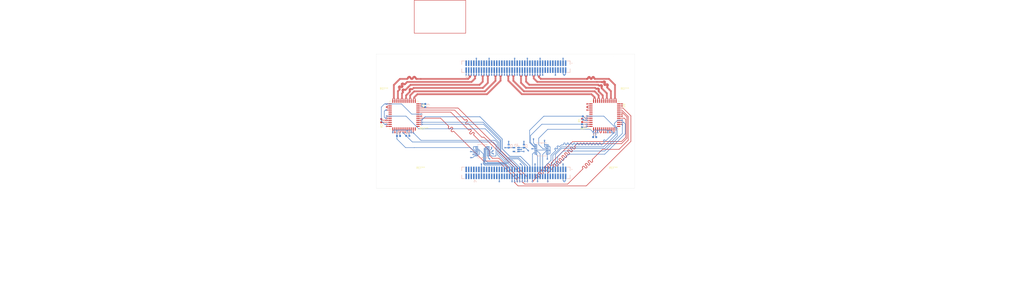
<source format=kicad_pcb>
(kicad_pcb (version 20240108) (generator "pcbnew") (generator_version "8.0")
  (layers (0 "F.Cu" signal) (1 "In1.Cu" power) (2 "In2.Cu" power) (31 "B.Cu" signal) (34 "B.Paste" user) (35 "F.Paste" user) (36 "B.SilkS" user "B.Silkscreen") (37 "F.SilkS" user "F.Silkscreen") (38 "B.Mask" user) (39 "F.Mask" user) (44 "Edge.Cuts" user))
  (net 0 "")
  (net 1 "+3V3")
  (net 2 "GND")
  (net 3 "+1V8")
  (net 6 "/trigger0_0")
  (net 10 "/vdd33_toggle_0")
  (net 12 "/vddpix_toggle_0")
  (net 13 "/mosi")
  (net 14 "/resetn_1")
  (net 18 "/resetn_0")
  (net 20 "/vdd33_toggle_1")
  (net 22 "/noip_clk_0")
  (net 25 "/trigger0_1")
  (net 29 "/ss_0")
  (net 34 "/vdd18_toggle_1")
  (net 47 "/vddpix_toggle_1")
  (net 53 "/noip_clk_1")
  (net 54 "/miso")
  (net 56 "/ss_1")
  (net 58 "/vdd18_toggle_0")
  (net 59 "/sck")
  (net 62 "/sw_~{E}_1")
  (net 63 "/sw_~{E}_0")
  (net 105 "Net-(U0-IBIAS_MASTER)")
  (net 106 "Net-(U1-IBIAS_MASTER)")
  (net 107 "/vddpix_0")
  (net 108 "/vdd33_0")
  (net 110 "/vdd18_0")
  (net 114 "/vdd33_1")
  (net 115 "/vddpix_1")
  (net 116 "/vdd18_1")
  (net 124 "/clkout0_P")
  (net 125 "/sync0_P")
  (net 126 "/clkout0_N")
  (net 127 "/sync0_N")
  (net 128 "/dout0_0_N")
  (net 129 "/dout3_1_P")
  (net 130 "/clkout1_N")
  (net 131 "/dout1_0_P")
  (net 132 "/dout3_1_N")
  (net 133 "/dout2_0_N")
  (net 134 "/dout0_0_P")
  (net 135 "/dout1_1_N")
  (net 136 "/sync1_N")
  (net 137 "/clkout1_P")
  (net 138 "/dout2_0_P")
  (net 139 "/dout2_1_N")
  (net 140 "/dout3_0_N")
  (net 141 "/dout3_0_P")
  (net 142 "/dout0_1_P")
  (net 143 "/dout2_1_P")
  (net 144 "/sync1_P")
  (net 145 "/dout0_1_N")
  (net 146 "/dout1_0_N")
  (net 147 "/dout1_1_P")
  (net 150 "/monitor0_0")
  (net 151 "/monitor1_0")
  (net 152 "/monitor1_1")
  (net 153 "/monitor0_1")
  (footprint "MountingHole:MountingHole_3.5mm" (layer "F.Cu") (at 145.14 47.21)
    (property "Reference" "REF**" (hide yes))
    (property "Value" "MountingHole_3.5mm")
  )
  (footprint "MountingHole:MountingHole_3.5mm" (layer "F.Cu") (at 49.14 104.21)
    (property "Reference" "REF**")
    (property "Value" "MountingHole_3.5mm")
  )
  (footprint "MountingHole:MountingHole_3.5mm" (layer "F.Cu") (at 49.14 47.21)
    (property "Reference" "REF**" (hide yes))
    (property "Value" "MountingHole_3.5mm")
  )
  (footprint "Resistor_SMD:R_0603_1608Metric" (layer "F.Cu") (at 29.55 76.15 90)
    (property "Reference" "R2")
    (property "Value" "47k")
  )
  (footprint "NOIP1SN1300A-QTI:LCC101P1422X1422X228-48N" (layer "F.Cu") (at 140.895 73.4 -90)
    (property "Reference" "U0")
    (property "Value" "NOIP1SN1300A-QTI")
  )
  (footprint "MountingHole:MountingHole_2.2mm_M2" (layer "F.Cu") (at 130.895 83.4)
    (property "Reference" "REF**")
    (property "Value" "MountingHole_2.2mm_M2" (hide yes))
  )
  (footprint "MountingHole:MountingHole_2.2mm_M2" (layer "F.Cu") (at 30.895 63.4)
    (property "Reference" "REF**")
    (property "Value" "MountingHole_2.2mm_M2" (hide yes))
  )
  (footprint "MountingHole:MountingHole_2.2mm_M2" (layer "F.Cu") (at 50.895 83.275)
    (property "Reference" "REF**")
    (property "Value" "MountingHole_2.2mm_M2" (hide yes))
  )
  (footprint "MountingHole:MountingHole_3.5mm" (layer "F.Cu") (at 145.14 104.21)
    (property "Reference" "REF**")
    (property "Value" "MountingHole_3.5mm")
  )
  (footprint "Resistor_SMD:R_0603_1608Metric" (layer "F.Cu") (at 129.6 76.025 90)
    (property "Reference" "R1")
    (property "Value" "47k")
  )
  (footprint "NOIP1SN1300A-QTI:LCC101P1422X1422X228-48N" (layer "F.Cu") (at 40.895 73.4 -90)
    (property "Reference" "U1")
    (property "Value" "NOIP1SN1300A-QTI")
  )
  (footprint "MountingHole:MountingHole_2.2mm_M2" (layer "F.Cu") (at 150.895 63.4)
    (property "Reference" "REF**")
    (property "Value" "MountingHole_2.2mm_M2" (hide yes))
  )
  (footprint "Capacitor_SMD:C_0603_1608Metric" (layer "B.Cu") (at 129.95 74.775 90)
    (property "Reference" "C4")
    (property "Value" "C")
  )
  (footprint "Capacitor_SMD:C_0603_1608Metric" (layer "B.Cu") (at 42.775 83.75 180)
    (property "Reference" "C6")
    (property "Value" "C")
  )
  (footprint "Capacitor_SMD:C_0603_1608Metric" (layer "B.Cu") (at 38.15 83.8 180)
    (property "Reference" "C8")
    (property "Value" "C")
  )
  (footprint "NX3L4053PW_118:SOP65P640X110-16N" (layer "B.Cu") (at 109.4 90.5106 180)
    (property "Reference" "U2" (hide yes))
    (property "Value" "NX3L4053")
  )
  (footprint "Package_TO_SOT_SMD:SOT-23-5" (layer "B.Cu") (at 96.789 90.5875 180)
    (property "Reference" "U4")
    (property "Value" "MIC5504-1.8YM5" (hide yes))
  )
  (footprint "TFM-140-12-L-D-A:SAMTEC_TFM-140-12-L-D-A" (layer "B.Cu") (at 97.14 102.21)
    (property "Reference" "J1")
    (property "Value" "CN1 / J11")
  )
  (footprint "Capacitor_SMD:C_0603_1608Metric" (layer "B.Cu") (at 129.525 78.7 90)
    (property "Reference" "C3")
    (property "Value" "C")
  )
  (footprint "Capacitor_SMD:C_0603_1608Metric" (layer "B.Cu") (at 93 88.85 90)
    (property "Reference" "C2")
    (property "Value" "C")
  )
  (footprint "Capacitor_SMD:C_0603_1608Metric" (layer "B.Cu") (at 135.85 84.35 180)
    (property "Reference" "C5")
    (property "Value" "C")
  )
  (footprint "NX3L4053PW_118:SOP65P640X110-16N" (layer "B.Cu") (at 79.95 91.4)
    (property "Reference" "U3" (hide yes))
    (property "Value" "NX3L4053")
  )
  (footprint "TFM-140-12-L-D-A:SAMTEC_TFM-140-12-L-D-A" (layer "B.Cu") (at 97.14 49.21)
    (property "Reference" "J2")
    (property "Value" "CN2 / J12")
  )
  (footprint "Capacitor_SMD:C_0603_1608Metric" (layer "B.Cu") (at 51.475 68.6 90)
    (property "Reference" "C7")
    (property "Value" "C")
  )
  (footprint "Capacitor_SMD:C_0603_1608Metric" (layer "B.Cu") (at 100.578 88.85 90)
    (property "Reference" "C1")
    (property "Value" "C" (hide yes))
  )
  (gr_rect (start 46.01 16.045) (end 71.59 32.545) (stroke (width 0.2)) (fill none) (layer "F.Cu"))
  (gr_rect (start 27 42.875) (end 155.79 109.875) (stroke (width 0.05)) (fill none) (layer "Edge.Cuts"))
  (via (at 100.65 91.5375) (size 0.6858) (drill 0.3302) (layers "F.Cu" "B.Cu") (remove_unused_layers yes) (zone_layer_connections "In2.Cu" "B.Cu") (net 1))
  (via (at 83.55 95.35) (size 0.6858) (drill 0.3302) (layers "F.Cu" "B.Cu") (remove_unused_layers yes) (zone_layer_connections "In2.Cu" "B.Cu") (net 1))
  (via (at 102.86 91.215) (size 0.6858) (drill 0.3302) (layers "F.Cu" "B.Cu") (remove_unused_layers yes) (zone_layer_connections "In2.Cu" "B.Cu") (net 1))
  (via (at 74.05 91.6) (size 0.6858) (drill 0.3302) (layers "F.Cu" "B.Cu") (remove_unused_layers yes) (zone_layer_connections "In2.Cu" "B.Cu") (net 1))
  (via (at 110.875 86) (size 0.6858) (drill 0.3302) (layers "F.Cu" "B.Cu") (remove_unused_layers yes) (zone_layer_connections "In2.Cu" "B.Cu") (net 1))
  (via (at 105.375 85.2) (size 0.6858) (drill 0.3302) (layers "F.Cu" "B.Cu") (remove_unused_layers yes) (zone_layer_connections "In2.Cu" "B.Cu") (net 1))
  (via (at 74.1 94.6) (size 0.6858) (drill 0.3302) (layers "F.Cu" "B.Cu") (remove_unused_layers yes) (zone_layer_connections "In2.Cu" "B.Cu") (net 1))
  (via (at 120.105 97.75) (size 0.6858) (drill 0.3302) (layers "F.Cu" "B.Cu") (remove_unused_layers yes) (zone_layer_connections "In2.Cu" "B.Cu") (net 1))
  (via (at 120.105 45.05) (size 0.6858) (drill 0.3302) (layers "F.Cu" "B.Cu") (remove_unused_layers yes) (zone_layer_connections "In2.Cu" "B.Cu") (net 1))
  (segment (start 82.8202 94.6202) (end 83.55 95.35) (width 0.254) (layer "B.Cu") (net 1))
  (segment (start 105.375 85.2) (end 105.375 87.3) (width 0.254) (layer "B.Cu") (net 1))
  (segment (start 100.5655 89.6375) (end 100.578 89.625) (width 0.254) (layer "B.Cu") (net 1))
  (segment (start 110.875 86) (end 110.875 87.975) (width 0.254) (layer "B.Cu") (net 1))
  (segment (start 111.3004 88.2246) (end 112.2702 88.2246) (width 0.254) (layer "B.Cu") (net 1))
  (segment (start 77.0798 93.686) (end 76.064 93.686) (width 0.254) (layer "B.Cu") (net 1))
  (segment (start 97.9265 91.5375) (end 100.65 91.5375) (width 0.254) (layer "B.Cu") (net 1))
  (segment (start 75.0954 91.6) (end 75.8606 92.3652) (width 0.254) (layer "B.Cu") (net 1))
  (segment (start 101.27 89.625) (end 100.578 89.625) (width 0.254) (layer "B.Cu") (net 1))
  (segment (start 76.064 93.686) (end 75.15 94.6) (width 0.254) (layer "B.Cu") (net 1))
  (segment (start 74.05 91.6) (end 75.0954 91.6) (width 0.254) (layer "B.Cu") (net 1))
  (segment (start 111.125 88.225) (end 111.3 88.225) (width 0.254) (layer "B.Cu") (net 1))
  (segment (start 110.875 87.975) (end 111.125 88.225) (width 0.254) (layer "B.Cu") (net 1))
  (segment (start 82.8202 93.686) (end 82.8202 94.6202) (width 0.254) (layer "B.Cu") (net 1))
  (segment (start 110.875 87.975) (end 110.875 89.05) (width 0.254) (layer "B.Cu") (net 1))
  (segment (start 102.86 91.215) (end 101.27 89.625) (width 0.254) (layer "B.Cu") (net 1))
  (segment (start 120.105 45.05) (end 120.105 47.495) (width 0.254) (layer "B.Cu") (net 1))
  (segment (start 100.578 91.4655) (end 100.65 91.5375) (width 0.254) (layer "B.Cu") (net 1))
  (segment (start 75.8606 92.3652) (end 77.0798 92.3652) (width 0.254) (layer "B.Cu") (net 1))
  (segment (start 75.15 94.6) (end 74.1 94.6) (width 0.254) (layer "B.Cu") (net 1))
  (segment (start 111.3 88.225) (end 111.3004 88.2246) (width 0.254) (layer "B.Cu") (net 1))
  (segment (start 110.875 89.05) (end 111.3704 89.5454) (width 0.254) (layer "B.Cu") (net 1))
  (segment (start 106.5298 88.2246) (end 106.2996 88.2246) (width 0.254) (layer "B.Cu") (net 1))
  (segment (start 111.3704 89.5454) (end 112.2702 89.5454) (width 0.254) (layer "B.Cu") (net 1))
  (segment (start 97.9265 89.6375) (end 100.5655 89.6375) (width 0.254) (layer "B.Cu") (net 1))
  (segment (start 120.105 97.75) (end 120.105 100.495) (width 0.254) (layer "B.Cu") (net 1))
  (segment (start 106.2996 88.2246) (end 105.375 87.3) (width 0.254) (layer "B.Cu") (net 1))
  (segment (start 136.323 80.305) (end 136.323 82.151) (width 0.254) (layer "F.Cu") (net 2))
  (segment (start 47.8 68.828) (end 49.647 68.828) (width 0.254) (layer "F.Cu") (net 2))
  (segment (start 138.355 80.305) (end 138.355 81.688) (width 0.254) (layer "F.Cu") (net 2))
  (segment (start 147.8 68.828) (end 149.647 68.828) (width 0.254) (layer "F.Cu") (net 2))
  (segment (start 132.515 68.828) (end 131.962 69.381) (width 0.254) (layer "F.Cu") (net 2))
  (segment (start 41.403 80.305) (end 41.403 82.152) (width 0.254) (layer "F.Cu") (net 2))
  (segment (start 38.355 81.689) (end 38.818 82.152) (width 0.254) (layer "F.Cu") (net 2))
  (segment (start 33.99 78.988) (end 32.143 78.988) (width 0.254) (layer "F.Cu") (net 2))
  (segment (start 147.8 73.908) (end 149.647 73.908) (width 0.254) (layer "F.Cu") (net 2))
  (segment (start 139.371 80.305) (end 139.371 81.6) (width 0.254) (layer "F.Cu") (net 2))
  (segment (start 136.323 82.151) (end 136.324 82.152) (width 0.254) (layer "F.Cu") (net 2))
  (segment (start 32.696 68.828) (end 32.143 69.381) (width 0.254) (layer "F.Cu") (net 2))
  (segment (start 32.143 75.94) (end 33.99 75.94) (width 0.254) (layer "F.Cu") (net 2))
  (segment (start 39.371 80.305) (end 39.371 81.599) (width 0.254) (layer "F.Cu") (net 2))
  (segment (start 133.99 68.828) (end 132.515 68.828) (width 0.254) (layer "F.Cu") (net 2))
  (segment (start 47.8 73.908) (end 49.647 73.908) (width 0.254) (layer "F.Cu") (net 2))
  (segment (start 141.403 80.305) (end 141.403 82.151) (width 0.254) (layer "F.Cu") (net 2))
  (segment (start 138.355 81.688) (end 138.819 82.152) (width 0.254) (layer "F.Cu") (net 2))
  (segment (start 129.6 75.713) (end 129.6 75.2) (width 0.254) (layer "F.Cu") (net 2))
  (segment (start 29.6 75.725) (end 29.6 75.2) (width 0.254) (layer "F.Cu") (net 2))
  (segment (start 143.435 80.305) (end 143.435 82.151) (width 0.254) (layer "F.Cu") (net 2))
  (segment (start 43.435 80.305) (end 43.435 82.152) (width 0.254) (layer "F.Cu") (net 2))
  (segment (start 143.435 82.151) (end 143.436 82.152) (width 0.254) (layer "F.Cu") (net 2))
  (segment (start 38.355 80.305) (end 38.355 81.689) (width 0.254) (layer "F.Cu") (net 2))
  (segment (start 29.815 75.94) (end 29.6 75.725) (width 0.254) (layer "F.Cu") (net 2))
  (segment (start 133.99 78.988) (end 131.962 78.988) (width 0.254) (layer "F.Cu") (net 2))
  (segment (start 129.827 75.94) (end 129.6 75.713) (width 0.254) (layer "F.Cu") (net 2))
  (segment (start 32.143 75.94) (end 29.815 75.94) (width 0.254) (layer "F.Cu") (net 2))
  (segment (start 133.99 75.94) (end 131.962 75.94) (width 0.254) (layer "F.Cu") (net 2))
  (segment (start 39.371 81.599) (end 38.818 82.152) (width 0.254) (layer "F.Cu") (net 2))
  (segment (start 33.99 69.844) (end 32.606 69.844) (width 0.254) (layer "F.Cu") (net 2))
  (segment (start 133.99 69.844) (end 132.425 69.844) (width 0.254) (layer "F.Cu") (net 2))
  (segment (start 131.962 75.94) (end 129.827 75.94) (width 0.254) (layer "F.Cu") (net 2))
  (segment (start 33.99 68.828) (end 32.696 68.828) (width 0.254) (layer "F.Cu") (net 2))
  (segment (start 141.403 82.151) (end 141.404 82.152) (width 0.254) (layer "F.Cu") (net 2))
  (segment (start 132.425 69.844) (end 131.962 69.381) (width 0.254) (layer "F.Cu") (net 2))
  (segment (start 32.606 69.844) (end 32.143 69.381) (width 0.254) (layer "F.Cu") (net 2))
  (segment (start 36.323 80.305) (end 36.323 82.152) (width 0.254) (layer "F.Cu") (net 2))
  (segment (start 139.371 81.6) (end 138.819 82.152) (width 0.254) (layer "F.Cu") (net 2))
  (via (at 36.323 82.152) (size 0.6858) (drill 0.3302) (layers "F.Cu" "B.Cu") (remove_unused_layers yes) (zone_layer_connections "F.Cu" "In1.Cu") (net 2))
  (via (at 79.45 97.75) (size 0.6858) (drill 0.3302) (layers "F.Cu" "B.Cu") (remove_unused_layers yes) (zone_layer_connections "In1.Cu" "B.Cu") (net 2))
  (via (at 49.647 73.908) (size 0.6858) (drill 0.3302) (layers "F.Cu" "B.Cu") (remove_unused_layers yes) (zone_layer_connections "F.Cu" "In1.Cu") (net 2))
  (via (at 32.143 78.988) (size 0.6858) (drill 0.3302) (layers "F.Cu" "B.Cu") (remove_unused_layers yes) (zone_layer_connections "F.Cu" "In1.Cu") (net 2))
  (via (at 88.355 106.6) (size 0.6858) (drill 0.3302) (layers "F.Cu" "B.Cu") (remove_unused_layers yes) (zone_layer_connections "In1.Cu" "B.Cu") (net 2))
  (via (at 32.143 75.94) (size 0.6858) (drill 0.3302) (layers "F.Cu" "B.Cu") (remove_unused_layers yes) (zone_layer_connections "F.Cu" "In1.Cu") (net 2))
  (via (at 149.647 73.908) (size 0.6858) (drill 0.3302) (layers "F.Cu" "B.Cu") (remove_unused_layers yes) (zone_layer_connections "F.Cu" "In1.Cu") (net 2))
  (via (at 78.195 53.5) (size 0.6858) (drill 0.3302) (layers "F.Cu" "B.Cu") (remove_unused_layers yes) (zone_layer_connections "In1.Cu" "B.Cu") (net 2))
  (via (at 41.403 82.152) (size 0.6858) (drill 0.3302) (layers "F.Cu" "B.Cu") (remove_unused_layers yes) (zone_layer_connections "F.Cu" "In1.Cu") (net 2))
  (via (at 103.595 53.5) (size 0.6858) (drill 0.3302) (layers "F.Cu" "B.Cu") (remove_unused_layers yes) (zone_layer_connections "In1.Cu" "B.Cu") (net 2))
  (via (at 109.945 53.5) (size 0.6858) (drill 0.3302) (layers "F.Cu" "B.Cu") (remove_unused_layers yes) (zone_layer_connections "In1.Cu" "B.Cu") (net 2))
  (via (at 32.143 69.381) (size 0.6858) (drill 0.3302) (layers "F.Cu" "B.Cu") (remove_unused_layers yes) (zone_layer_connections "F.Cu" "In1.Cu") (net 2))
  (via (at 94.705 106.6) (size 0.6858) (drill 0.3302) (layers "F.Cu" "B.Cu") (remove_unused_layers yes) (zone_layer_connections "In1.Cu" "B.Cu") (net 2))
  (via (at 71.845 53.5) (size 0.6858) (drill 0.3302) (layers "F.Cu" "B.Cu") (remove_unused_layers yes) (zone_layer_connections "In1.Cu" "B.Cu") (net 2))
  (via (at 101.055 106.6) (size 0.6858) (drill 0.3302) (layers "F.Cu" "B.Cu") (remove_unused_layers yes) (zone_layer_connections "In1.Cu" "In2.Cu" "B.Cu") (net 2))
  (via (at 138.819 82.152) (size 0.6858) (drill 0.3302) (layers "F.Cu" "B.Cu") (remove_unused_layers yes) (zone_layer_connections "F.Cu" "In1.Cu") (net 2))
  (via (at 100.6 86.5) (size 0.6858) (drill 0.3302) (layers "F.Cu" "B.Cu") (remove_unused_layers yes) (zone_layer_connections "In1.Cu" "B.Cu") (net 2))
  (via (at 141.404 82.152) (size 0.6858) (drill 0.3302) (layers "F.Cu" "B.Cu") (remove_unused_layers yes) (zone_layer_connections "F.Cu" "In1.Cu") (net 2))
  (via (at 116.295 53.5) (size 0.6858) (drill 0.3302) (layers "F.Cu" "B.Cu") (remove_unused_layers yes) (zone_layer_connections "In1.Cu" "B.Cu") (net 2))
  (via (at 149.647 68.828) (size 0.6858) (drill 0.3302) (layers "F.Cu" "B.Cu") (remove_unused_layers yes) (zone_layer_connections "F.Cu" "In1.Cu") (net 2))
  (via (at 75.25 93.0256) (size 0.6858) (drill 0.3302) (layers "F.Cu" "B.Cu") (remove_unused_layers yes) (zone_layer_connections "In1.Cu" "B.Cu") (net 2))
  (via (at 84.5 89.5) (size 0.6858) (drill 0.3302) (layers "F.Cu" "B.Cu") (remove_unused_layers yes) (zone_layer_connections "In1.Cu" "B.Cu") (net 2))
  (via (at 131.962 69.381) (size 0.6858) (drill 0.3302) (layers "F.Cu" "B.Cu") (remove_unused_layers yes) (zone_layer_connections "F.Cu" "In1.Cu") (net 2))
  (via (at 108.675 45.05) (size 0.6858) (drill 0.3302) (layers "F.Cu" "B.Cu") (remove_unused_layers yes) (zone_layer_connections "In1.Cu" "B.Cu") (net 2))
  (via (at 84.545 53.5) (size 0.6858) (drill 0.3302) (layers "F.Cu" "B.Cu") (remove_unused_layers yes) (zone_layer_connections "In1.Cu" "B.Cu") (net 2))
  (via (at 106.135 97.75) (size 0.6858) (drill 0.3302) (layers "F.Cu" "B.Cu") (remove_unused_layers yes) (zone_layer_connections "In1.Cu" "B.Cu") (net 2))
  (via (at 38.818 82.152) (size 0.6858) (drill 0.3302) (layers "F.Cu" "B.Cu") (remove_unused_layers yes) (zone_layer_connections "F.Cu" "In1.Cu" "B.Cu") (net 2))
  (via (at 131.962 75.94) (size 0.6858) (drill 0.3302) (layers "F.Cu" "B.Cu") (remove_unused_layers yes) (zone_layer_connections "F.Cu" "In1.Cu" "B.Cu") (net 2))
  (via (at 49.647 68.828) (size 0.6858) (drill 0.3302) (layers "F.Cu" "B.Cu") (remove_unused_layers yes) (zone_layer_connections "F.Cu" "In1.Cu" "B.Cu") (net 2))
  (via (at 99.4 90.6) (size 0.6858) (drill 0.3302) (layers "F.Cu" "B.Cu") (remove_unused_layers yes) (zone_layer_connections "In1.Cu" "B.Cu") (net 2))
  (via (at 120.74 106.6) (size 0.6858) (drill 0.3302) (layers "F.Cu" "B.Cu") (remove_unused_layers yes) (zone_layer_connections "In1.Cu" "B.Cu") (net 2))
  (via (at 95.975 45.05) (size 0.6858) (drill 0.3302) (layers "F.Cu" "B.Cu") (remove_unused_layers yes) (zone_layer_connections "In1.Cu" "B.Cu") (net 2))
  (via (at 43.435 82.152) (size 0.6858) (drill 0.3302) (layers "F.Cu" "B.Cu") (remove_unused_layers yes) (zone_layer_connections "F.Cu" "In1.Cu" "B.Cu") (net 2))
  (via (at 83.275 45.05) (size 0.6858) (drill 0.3302) (layers "F.Cu" "B.Cu") (remove_unused_layers yes) (zone_layer_connections "In1.Cu" "B.Cu") (net 2))
  (via (at 97.245 53.5) (size 0.6858) (drill 0.3302) (layers "F.Cu" "B.Cu") (remove_unused_layers yes) (zone_layer_connections "In1.Cu" "B.Cu") (net 2))
  (via (at 136.324 82.152) (size 0.6858) (drill 0.3302) (layers "F.Cu" "B.Cu") (remove_unused_layers yes) (zone_layer_connections "F.Cu" "In1.Cu" "B.Cu") (net 2))
  (via (at 131.962 78.988) (size 0.6858) (drill 0.3302) (layers "F.Cu" "B.Cu") (remove_unused_layers yes) (zone_layer_connections "F.Cu" "In1.Cu" "B.Cu") (net 2))
  (via (at 90.895 53.5) (size 0.6858) (drill 0.3302) (layers "F.Cu" "B.Cu") (remove_unused_layers yes) (zone_layer_connections "In1.Cu" "B.Cu") (net 2))
  (via (at 93 86.5) (size 0.6858) (drill 0.3302) (layers "F.Cu" "B.Cu") (remove_unused_layers yes) (zone_layer_connections "In1.Cu" "B.Cu") (net 2))
  (via (at 107.405 106.6) (size 0.6858) (drill 0.3302) (layers "F.Cu" "B.Cu") (remove_unused_layers yes) (zone_layer_connections "In1.Cu" "B.Cu") (net 2))
  (via (at 98.825 97.675) (size 0.6858) (drill 0.3302) (layers "F.Cu" "B.Cu") (remove_unused_layers yes) (zone_layer_connections "In1.Cu" "In2.Cu" "B.Cu") (net 2))
  (via (at 112.275 95.375) (size 0.6858) (drill 0.3302) (layers "F.Cu" "B.Cu") (remove_unused_layers yes) (zone_layer_connections "In1.Cu" "B.Cu") (net 2))
  (via (at 102.325 45.05) (size 0.6858) (drill 0.3302) (layers "F.Cu" "B.Cu") (remove_unused_layers yes) (zone_layer_connections "In1.Cu" "B.Cu") (net 2))
  (via (at 120.74 53.5) (size 0.6858) (drill 0.3302) (layers "F.Cu" "B.Cu") (remove_unused_layers yes) (zone_layer_connections "In1.Cu" "B.Cu") (net 2))
  (via (at 143.436 82.152) (size 0.6858) (drill 0.3302) (layers "F.Cu" "B.Cu") (remove_unused_layers yes) (zone_layer_connections "F.Cu" "In1.Cu") (net 2))
  (via (at 76.925 45.05) (size 0.6858) (drill 0.3302) (layers "F.Cu" "B.Cu") (remove_unused_layers yes) (zone_layer_connections "In1.Cu" "B.Cu") (net 2))
  (segment (start 113.2608 92.7966) (end 112.2702 92.7966) (width 0.254) (layer "B.Cu") (net 2))
  (segment (start 93 86.5) (end 93 88.075) (width 0.254) (layer "B.Cu") (net 2))
  (segment (start 84.545 50.925) (end 84.545 53.5) (width 0.254) (layer "B.Cu") (net 2))
  (segment (start 112.2702 92.7966) (end 112.2702 95.3702) (width 0.254) (layer "B.Cu") (net 2))
  (segment (start 113.65 92.4074) (end 113.2608 92.7966) (width 0.254) (layer "B.Cu") (net 2))
  (segment (start 38.818 83.693) (end 38.925 83.8) (width 0.254) (layer "B.Cu") (net 2))
  (segment (start 101.055 103.925) (end 101.055 106.6) (width 0.254) (layer "B.Cu") (net 2))
  (segment (start 120.105 103.925) (end 120.105 105.965) (width 0.254) (layer "B.Cu") (net 2))
  (segment (start 112.2702 88.885) (end 113.2608 88.885) (width 0.254) (layer "B.Cu") (net 2))
  (segment (start 131.962 75.94) (end 130.34 75.94) (width 0.254) (layer "B.Cu") (net 2))
  (segment (start 120.105 105.965) (end 120.74 106.6) (width 0.254) (layer "B.Cu") (net 2))
  (segment (start 38.818 82.152) (end 38.818 83.693) (width 0.254) (layer "B.Cu") (net 2))
  (segment (start 131.475 79.475) (end 131.962 78.988) (width 0.254) (layer "B.Cu") (net 2))
  (segment (start 121.375 105.965) (end 120.74 106.6) (width 0.254) (layer "B.Cu") (net 2))
  (segment (start 100.6 86.5) (end 100.6 86.6) (width 0.254) (layer "B.Cu") (net 2))
  (segment (start 83.6076 91.0698) (end 82.8202 91.0698) (width 0.254) (layer "B.Cu") (net 2))
  (segment (start 77.0798 91.0698) (end 76.2198 91.0698) (width 0.254) (layer "B.Cu") (net 2))
  (segment (start 94.705 103.925) (end 94.705 106.6) (width 0.254) (layer "B.Cu") (net 2))
  (segment (start 71.845 50.925) (end 71.845 53.5) (width 0.254) (layer "B.Cu") (net 2))
  (segment (start 76.925 45.05) (end 76.925 47.495) (width 0.254) (layer "B.Cu") (net 2))
  (segment (start 112.2702 95.3702) (end 112.275 95.375) (width 0.254) (layer "B.Cu") (net 2))
  (segment (start 136.324 82.152) (end 136.324 84.049) (width 0.254) (layer "B.Cu") (net 2))
  (segment (start 75.686 89.114) (end 77.0798 89.114) (width 0.254) (layer "B.Cu") (net 2))
  (segment (start 120.105 52.865) (end 120.74 53.5) (width 0.254) (layer "B.Cu") (net 2))
  (segment (start 100.6 86.6) (end 100.578 86.622) (width 0.254) (layer "B.Cu") (net 2))
  (segment (start 50.194 69.375) (end 49.647 68.828) (width 0.254) (layer "B.Cu") (net 2))
  (segment (start 78.195 50.925) (end 78.195 53.5) (width 0.254) (layer "B.Cu") (net 2))
  (segment (start 113.2608 88.885) (end 113.65 89.2742) (width 0.254) (layer "B.Cu") (net 2))
  (segment (start 113.2608 90.8408) (end 113.65 91.23) (width 0.254) (layer "B.Cu") (net 2))
  (segment (start 121.375 50.925) (end 121.375 52.865) (width 0.254) (layer "B.Cu") (net 2))
  (segment (start 75.4 89.4) (end 75.686 89.114) (width 0.254) (layer "B.Cu") (net 2))
  (segment (start 78.35 92.9) (end 78.2244 93.0256) (width 0.254) (layer "B.Cu") (net 2))
  (segment (start 108.675 45.05) (end 108.675 47.495) (width 0.254) (layer "B.Cu") (net 2))
  (segment (start 79.465 97.765) (end 79.465 100.495) (width 0.254) (layer "B.Cu") (net 2))
  (segment (start 98.825 97.675) (end 99.785 98.635) (width 0.254) (layer "B.Cu") (net 2))
  (segment (start 113.65 91.23) (end 113.65 92.4074) (width 0.254) (layer "B.Cu") (net 2))
  (segment (start 97.245 50.925) (end 97.245 53.5) (width 0.254) (layer "B.Cu") (net 2))
  (segment (start 106.135 97.75) (end 106.135 100.495) (width 0.254) (layer "B.Cu") (net 2))
  (segment (start 84.5 90.1774) (end 83.6076 91.0698) (width 0.254) (layer "B.Cu") (net 2))
  (segment (start 116.295 50.925) (end 116.295 53.5) (width 0.254) (layer "B.Cu") (net 2))
  (segment (start 88.355 103.925) (end 88.355 106.6) (width 0.254) (layer "B.Cu") (net 2))
  (segment (start 103.595 50.925) (end 103.595 53.5) (width 0.254) (layer "B.Cu") (net 2))
  (segment (start 43.435 82.152) (end 43.435 83.635) (width 0.254) (layer "B.Cu") (net 2))
  (segment (start 102.325 45.05) (end 102.325 47.495) (width 0.254) (layer "B.Cu") (net 2))
  (segment (start 99.3875 90.5875) (end 99.4 90.6) (width 0.254) (layer "B.Cu") (net 2))
  (segment (start 43.435 83.635) (end 43.55 83.75) (width 0.254) (layer "B.Cu") (net 2))
  (segment (start 75.4 90.25) (end 75.4 89.4) (width 0.254) (layer "B.Cu") (net 2))
  (segment (start 97.9265 90.5875) (end 99.3875 90.5875) (width 0.254) (layer "B.Cu") (net 2))
  (segment (start 120.105 50.925) (end 120.105 52.865) (width 0.254) (layer "B.Cu") (net 2))
  (segment (start 113.65 89.2742) (end 113.65 91.23) (width 0.254) (layer "B.Cu") (net 2))
  (segment (start 136.324 84.049) (end 136.625 84.35) (width 0.254) (layer "B.Cu") (net 2))
  (segment (start 107.405 103.925) (end 107.405 106.6) (width 0.254) (layer "B.Cu") (net 2))
  (segment (start 51.475 69.375) (end 50.194 69.375) (width 0.254) (layer "B.Cu") (net 2))
  (segment (start 112.2702 90.8408) (end 106.5298 90.8408) (width 0.254) (layer "B.Cu") (net 2))
  (segment (start 78.35 91.3494) (end 78.35 92.9) (width 0.254) (layer "B.Cu") (net 2))
  (segment (start 78.0704 91.0698) (end 78.35 91.3494) (width 0.254) (layer "B.Cu") (net 2))
  (segment (start 112.2702 90.8408) (end 113.2608 90.8408) (width 0.254) (layer "B.Cu") (net 2))
  (segment (start 121.375 52.865) (end 120.74 53.5) (width 0.254) (layer "B.Cu") (net 2))
  (segment (start 79.45 97.75) (end 79.465 97.765) (width 0.254) (layer "B.Cu") (net 2))
  (segment (start 100.578 86.622) (end 100.578 88.075) (width 0.254) (layer "B.Cu") (net 2))
  (segment (start 77.0798 91.0698) (end 78.0704 91.0698) (width 0.254) (layer "B.Cu") (net 2))
  (segment (start 79.465 100.495) (end 79.465 103.925) (width 0.254) (layer "B.Cu") (net 2))
  (segment (start 78.2244 93.0256) (end 77.0798 93.0256) (width 0.254) (layer "B.Cu") (net 2))
  (segment (start 90.895 53.5) (end 90.895 50.925) (width 0.254) (layer "B.Cu") (net 2))
  (segment (start 75.25 93.0256) (end 77.0798 93.0256) (width 0.254) (layer "B.Cu") (net 2))
  (segment (start 129.525 79.475) (end 131.475 79.475) (width 0.254) (layer "B.Cu") (net 2))
  (segment (start 84.5 89.5) (end 84.5 90.1774) (width 0.254) (layer "B.Cu") (net 2))
  (segment (start 130.34 75.94) (end 129.95 75.55) (width 0.254) (layer "B.Cu") (net 2))
  (segment (start 76.2198 91.0698) (end 75.4 90.25) (width 0.254) (layer "B.Cu") (net 2))
  (segment (start 83.275 45.05) (end 83.275 47.495) (width 0.254) (layer "B.Cu") (net 2))
  (segment (start 99.785 98.635) (end 99.785 100.495) (width 0.254) (layer "B.Cu") (net 2))
  (segment (start 95.975 45.05) (end 95.975 47.495) (width 0.254) (layer "B.Cu") (net 2))
  (segment (start 121.375 103.925) (end 121.375 105.965) (width 0.254) (layer "B.Cu") (net 2))
  (segment (start 109.945 50.925) (end 109.945 53.5) (width 0.254) (layer "B.Cu") (net 2))
  (via (at 91.1 89.65) (size 0.6858) (drill 0.3302) (layers "F.Cu" "B.Cu") (remove_unused_layers yes) (zone_layer_connections "In1.Cu" "B.Cu") (net 3))
  (via (at 85.25 91.1) (size 0.6858) (drill 0.3302) (layers "F.Cu" "B.Cu") (remove_unused_layers yes) (zone_layer_connections "In1.Cu" "B.Cu") (net 3))
  (via (at 104.55 90.175) (size 0.6858) (drill 0.3302) (layers "F.Cu" "B.Cu") (remove_unused_layers yes) (zone_layer_connections "In1.Cu" "B.Cu") (net 3))
  (segment (start 106.5298 90.1804) (end 104.5554 90.1804) (width 0.254) (layer "B.Cu") (net 3))
  (segment (start 91.1 89.65) (end 92.975 89.65) (width 0.254) (layer "B.Cu") (net 3))
  (segment (start 104.5554 90.1804) (end 104.55 90.175) (width 0.254) (layer "B.Cu") (net 3))
  (segment (start 95.6515 89.6375) (end 95.6515 89.6485) (width 0.254) (layer "B.Cu") (net 3))
  (segment (start 95.6515 89.6485) (end 95.6 89.7) (width 0.254) (layer "B.Cu") (net 3))
  (segment (start 85.25 91.1) (end 84.6198 91.7302) (width 0.254) (layer "B.Cu") (net 3))
  (segment (start 84.6198 91.7302) (end 82.8202 91.7302) (width 0.254) (layer "B.Cu") (net 3))
  (segment (start 95.639 89.625) (end 95.6515 89.6375) (width 0.254) (layer "B.Cu") (net 3))
  (segment (start 92.975 89.65) (end 93 89.625) (width 0.254) (layer "B.Cu") (net 3))
  (segment (start 93 89.625) (end 95.639 89.625) (width 0.254) (layer "B.Cu") (net 3))
  (segment (start 145.467 80.305) (end 145.467 82.151) (width 0.254) (layer "F.Cu") (net 6))
  (segment (start 145.467 82.151) (end 145.468 82.152) (width 0.254) (layer "F.Cu") (net 6))
  (via (at 145.468 82.152) (size 0.6858) (drill 0.3302) (layers "F.Cu" "B.Cu") (remove_unused_layers yes) (zone_layer_connections "F.Cu" "B.Cu") (net 6))
  (segment (start 121.22 87.597949) (end 121.22 87.935) (width 0.254) (layer "B.Cu") (net 6))
  (segment (start 124.74 88.255) (end 124.9 88.255) (width 0.254) (layer "B.Cu") (net 6))
  (segment (start 137.54 88.255) (end 137.7 88.255) (width 0.254) (layer "B.Cu") (net 6))
  (segment (start 117.773696 88.802032) (end 118.012059 89.040395) (width 0.254) (layer "B.Cu") (net 6))
  (segment (start 138.34 87.277949) (end 138.5 87.277949) (width 0.254) (layer "B.Cu") (net 6))
  (segment (start 130.82 87.597927) (end 130.82 87.935) (width 0.254) (layer "B.Cu") (net 6))
  (segment (start 128.74 87.277949) (end 128.9 87.277949) (width 0.254) (layer "B.Cu") (net 6))
  (segment (start 117.208011 88.915168) (end 117.321148 88.802032) (width 0.254) (layer "B.Cu") (net 6))
  (segment (start 125.22 87.935) (end 125.22 87.597949) (width 0.254) (layer "B.Cu") (net 6))
  (segment (start 120.42 87.935) (end 120.42 87.597949) (width 0.254) (layer "B.Cu") (net 6))
  (segment (start 136.74 87.277927) (end 136.9 87.277927) (width 0.254) (layer "B.Cu") (net 6))
  (segment (start 130.34 87.277927) (end 130.5 87.277927) (width 0.254) (layer "B.Cu") (net 6))
  (segment (start 139.365 88.255) (end 139.96604 87.65396) (width 0.254) (layer "B.Cu") (net 6))
  (segment (start 116.642356 89.933435) (end 116.880688 90.171767) (width 0.254) (layer "B.Cu") (net 6))
  (segment (start 122.34 87.277949) (end 122.5 87.277949) (width 0.254) (layer "B.Cu") (net 6))
  (segment (start 127.94 88.255) (end 128.1 88.255) (width 0.254) (layer "B.Cu") (net 6))
  (segment (start 128.42 87.935) (end 128.42 87.597949) (width 0.254) (layer "B.Cu") (net 6))
  (segment (start 114.1 93.405) (end 116.315 91.19) (width 0.254) (layer "B.Cu") (net 6))
  (segment (start 138.82 87.597949) (end 138.82 87.935) (width 0.254) (layer "B.Cu") (net 6))
  (segment (start 140.56708 86.600372) (end 140.328718 86.36201) (width 0.254) (layer "B.Cu") (net 6))
  (segment (start 134.82 87.935) (end 134.82 87.597949) (width 0.254) (layer "B.Cu") (net 6))
  (segment (start 135.62 87.597949) (end 135.62 87.935) (width 0.254) (layer "B.Cu") (net 6))
  (segment (start 126.02 87.597949) (end 126.02 87.935) (width 0.254) (layer "B.Cu") (net 6))
  (segment (start 141.698452 85.921549) (end 142.8725 84.7475) (width 0.254) (layer "B.Cu") (net 6))
  (segment (start 119.178784 88.326216) (end 119.25 88.255) (width 0.254) (layer "B.Cu") (net 6))
  (segment (start 127.62 87.597927) (end 127.62 87.935) (width 0.254) (layer "B.Cu") (net 6))
  (segment (start 139.96604 87.65396) (end 140.56708 87.05292) (width 0.254) (layer "B.Cu") (net 6))
  (segment (start 123.62 87.935) (end 123.62 87.597949) (width 0.254) (layer "B.Cu") (net 6))
  (segment (start 111.215 100.495) (end 111.215 98.82) (width 0.254) (layer "B.Cu") (net 6))
  (segment (start 114.1 95.935) (end 114.1 93.405) (width 0.254) (layer "B.Cu") (net 6))
  (segment (start 134.02 87.597927) (end 134.02 87.935) (width 0.254) (layer "B.Cu") (net 6))
  (segment (start 131.62 87.935) (end 131.62 87.597949) (width 0.254) (layer "B.Cu") (net 6))
  (segment (start 122.82 87.597949) (end 122.82 87.935) (width 0.254) (layer "B.Cu") (net 6))
  (segment (start 133.54 87.277927) (end 133.7 87.277927) (width 0.254) (layer "B.Cu") (net 6))
  (segment (start 140.894404 85.796324) (end 141.132767 86.034687) (width 0.254) (layer "B.Cu") (net 6))
  (segment (start 125.54 87.277949) (end 125.7 87.277949) (width 0.254) (layer "B.Cu") (net 6))
  (segment (start 127.14 87.277927) (end 127.3 87.277927) (width 0.254) (layer "B.Cu") (net 6))
  (segment (start 140.328719 85.90946) (end 140.441856 85.796324) (width 0.254) (layer "B.Cu") (net 6))
  (segment (start 134.34 88.255) (end 134.5 88.255) (width 0.254) (layer "B.Cu") (net 6))
  (segment (start 116.076669 90.046573) (end 116.189808 89.933435) (width 0.254) (layer "B.Cu") (net 6))
  (segment (start 122.02 87.935) (end 122.02 87.597949) (width 0.254) (layer "B.Cu") (net 6))
  (segment (start 129.22 87.597949) (end 129.22 87.935) (width 0.254) (layer "B.Cu") (net 6))
  (segment (start 117.446372 90.058629) (end 117.446372 90.058628) (width 0.254) (layer "B.Cu") (net 6))
  (segment (start 126.34 88.255) (end 126.5 88.255) (width 0.254) (layer "B.Cu") (net 6))
  (segment (start 118.464609 89.040394) (end 118.577744 88.927257) (width 0.254) (layer "B.Cu") (net 6))
  (segment (start 139.14 88.255) (end 139.3 88.255) (width 0.254) (layer "B.Cu") (net 6))
  (segment (start 123.14 88.255) (end 123.3 88.255) (width 0.254) (layer "B.Cu") (net 6))
  (segment (start 132.74 88.255) (end 132.9 88.255) (width 0.254) (layer "B.Cu") (net 6))
  (segment (start 137.22 87.597927) (end 137.22 87.935) (width 0.254) (layer "B.Cu") (net 6))
  (segment (start 129.54 88.255) (end 129.7 88.255) (width 0.254) (layer "B.Cu") (net 6))
  (segment (start 117.446372 89.60608) (end 117.20801 89.367718) (width 0.254) (layer "B.Cu") (net 6))
  (segment (start 131.94 87.277949) (end 132.1 87.277949) (width 0.254) (layer "B.Cu") (net 6))
  (segment (start 120.74 87.277949) (end 120.9 87.277949) (width 0.254) (layer "B.Cu") (net 6))
  (segment (start 135.94 88.255) (end 136.1 88.255) (width 0.254) (layer "B.Cu") (net 6))
  (segment (start 124.42 87.597949) (end 124.42 87.935) (width 0.254) (layer "B.Cu") (net 6))
  (segment (start 118.577744 88.927257) (end 119.178784 88.326216) (width 0.254) (layer "B.Cu") (net 6))
  (segment (start 126.82 87.935) (end 126.82 87.597927) (width 0.254) (layer "B.Cu") (net 6))
  (segment (start 131.14 88.255) (end 131.3 88.255) (width 0.254) (layer "B.Cu") (net 6))
  (segment (start 123.94 87.277949) (end 124.1 87.277949) (width 0.254) (layer "B.Cu") (net 6))
  (segment (start 119.25 88.255) (end 120.1 88.255) (width 0.254) (layer "B.Cu") (net 6))
  (segment (start 142.8725 84.7475) (end 145.468 82.152) (width 0.254) (layer "B.Cu") (net 6))
  (segment (start 139.3 88.255) (end 139.365 88.255) (width 0.254) (layer "B.Cu") (net 6))
  (segment (start 117.333236 90.171767) (end 117.446372 90.058629) (width 0.254) (layer "B.Cu") (net 6))
  (segment (start 132.42 87.597949) (end 132.42 87.935) (width 0.254) (layer "B.Cu") (net 6))
  (segment (start 111.215 98.82) (end 114.1 95.935) (width 0.254) (layer "B.Cu") (net 6))
  (segment (start 141.585317 86.034686) (end 141.698452 85.921549) (width 0.254) (layer "B.Cu") (net 6))
  (segment (start 138.02 87.935) (end 138.02 87.597949) (width 0.254) (layer "B.Cu") (net 6))
  (segment (start 121.54 88.255) (end 121.7 88.255) (width 0.254) (layer "B.Cu") (net 6))
  (segment (start 130.02 87.935) (end 130.02 87.597927) (width 0.254) (layer "B.Cu") (net 6))
  (segment (start 116.315 90.737452) (end 116.076669 90.499121) (width 0.254) (layer "B.Cu") (net 6))
  (segment (start 133.22 87.935) (end 133.22 87.597927) (width 0.254) (layer "B.Cu") (net 6))
  (segment (start 135.14 87.277949) (end 135.3 87.277949) (width 0.254) (layer "B.Cu") (net 6))
  (segment (start 136.42 87.935) (end 136.42 87.597927) (width 0.254) (layer "B.Cu") (net 6))
  (arc (start 116.880688 90.171767) (mid 117.106962 90.265493) (end 117.333236 90.171767) (width 0.254) (layer "B.Cu") (net 6))
  (arc (start 128.42 87.597949) (mid 128.513726 87.371675) (end 128.74 87.277949) (width 0.254) (layer "B.Cu") (net 6))
  (arc (start 121.7 88.255) (mid 121.926274 88.161274) (end 122.02 87.935) (width 0.254) (layer "B.Cu") (net 6))
  (arc (start 117.20801 89.367718) (mid 117.114285 89.141443) (end 117.208011 88.915168) (width 0.254) (layer "B.Cu") (net 6))
  (arc (start 122.5 87.277949) (mid 122.726274 87.371675) (end 122.82 87.597949) (width 0.254) (layer "B.Cu") (net 6))
  (arc (start 118.012059 89.040395) (mid 118.238333 89.134121) (end 118.464609 89.040394) (width 0.254) (layer "B.Cu") (net 6))
  (arc (start 130.5 87.277927) (mid 130.726274 87.371653) (end 130.82 87.597927) (width 0.254) (layer "B.Cu") (net 6))
  (arc (start 128.9 87.277949) (mid 129.126274 87.371675) (end 129.22 87.597949) (width 0.254) (layer "B.Cu") (net 6))
  (arc (start 130.82 87.935) (mid 130.913726 88.161274) (end 131.14 88.255) (width 0.254) (layer "B.Cu") (net 6))
  (arc (start 126.02 87.935) (mid 126.113726 88.161274) (end 126.34 88.255) (width 0.254) (layer "B.Cu") (net 6))
  (arc (start 116.189808 89.933435) (mid 116.416082 89.839709) (end 116.642356 89.933435) (width 0.254) (layer "B.Cu") (net 6))
  (arc (start 132.9 88.255) (mid 133.126274 88.161274) (end 133.22 87.935) (width 0.254) (layer "B.Cu") (net 6))
  (arc (start 117.446372 90.058628) (mid 117.540098 89.832354) (end 117.446372 89.60608) (width 0.254) (layer "B.Cu") (net 6))
  (arc (start 138.82 87.935) (mid 138.913726 88.161274) (end 139.14 88.255) (width 0.254) (layer "B.Cu") (net 6))
  (arc (start 127.62 87.935) (mid 127.713726 88.161274) (end 127.94 88.255) (width 0.254) (layer "B.Cu") (net 6))
  (arc (start 135.3 87.277949) (mid 135.526274 87.371675) (end 135.62 87.597949) (width 0.254) (layer "B.Cu") (net 6))
  (arc (start 120.9 87.277949) (mid 121.126274 87.371675) (end 121.22 87.597949) (width 0.254) (layer "B.Cu") (net 6))
  (arc (start 138.5 87.277949) (mid 138.726274 87.371675) (end 138.82 87.597949) (width 0.254) (layer "B.Cu") (net 6))
  (arc (start 123.3 88.255) (mid 123.526274 88.161274) (end 123.62 87.935) (width 0.254) (layer "B.Cu") (net 6))
  (arc (start 121.22 87.935) (mid 121.313726 88.161274) (end 121.54 88.255) (width 0.254) (layer "B.Cu") (net 6))
  (arc (start 120.42 87.597949) (mid 120.513726 87.371675) (end 120.74 87.277949) (width 0.254) (layer "B.Cu") (net 6))
  (arc (start 122.82 87.935) (mid 122.913726 88.161274) (end 123.14 88.255) (width 0.254) (layer "B.Cu") (net 6))
  (arc (start 128.1 88.255) (mid 128.326274 88.161274) (end 128.42 87.935) (width 0.254) (layer "B.Cu") (net 6))
  (arc (start 117.321148 88.802032) (mid 117.547422 88.708306) (end 117.773696 88.802032) (width 0.254) (layer "B.Cu") (net 6))
  (arc (start 136.9 87.277927) (mid 137.126274 87.371653) (end 137.22 87.597927) (width 0.254) (layer "B.Cu") (net 6))
  (arc (start 134.5 88.255) (mid 134.726274 88.161274) (end 134.82 87.935) (width 0.254) (layer "B.Cu") (net 6))
  (arc (start 124.9 88.255) (mid 125.126274 88.161274) (end 125.22 87.935) (width 0.254) (layer "B.Cu") (net 6))
  (arc (start 140.56708 87.05292) (mid 140.660806 86.826646) (end 140.56708 86.600372) (width 0.254) (layer "B.Cu") (net 6))
  (arc (start 141.132767 86.034687) (mid 141.359041 86.128413) (end 141.585317 86.034686) (width 0.254) (layer "B.Cu") (net 6))
  (arc (start 127.3 87.277927) (mid 127.526274 87.371653) (end 127.62 87.597927) (width 0.254) (layer "B.Cu") (net 6))
  (arc (start 129.7 88.255) (mid 129.926274 88.161274) (end 130.02 87.935) (width 0.254) (layer "B.Cu") (net 6))
  (arc (start 116.076669 90.499121) (mid 115.982943 90.272847) (end 116.076669 90.046573) (width 0.254) (layer "B.Cu") (net 6))
  (arc (start 138.02 87.597949) (mid 138.113726 87.371675) (end 138.34 87.277949) (width 0.254) (layer "B.Cu") (net 6))
  (arc (start 116.315 91.19) (mid 116.408726 90.963726) (end 116.315 90.737452) (width 0.254) (layer "B.Cu") (net 6))
  (arc (start 125.22 87.597949) (mid 125.313726 87.371675) (end 125.54 87.277949) (width 0.254) (layer "B.Cu") (net 6))
  (arc (start 136.1 88.255) (mid 136.326274 88.161274) (end 136.42 87.935) (width 0.254) (layer "B.Cu") (net 6))
  (arc (start 125.7 87.277949) (mid 125.926274 87.371675) (end 126.02 87.597949) (width 0.254) (layer "B.Cu") (net 6))
  (arc (start 133.7 87.277927) (mid 133.926274 87.371653) (end 134.02 87.597927) (width 0.254) (layer "B.Cu") (net 6))
  (arc (start 134.82 87.597949) (mid 134.913726 87.371675) (end 135.14 87.277949) (width 0.254) (layer "B.Cu") (net 6))
  (arc (start 126.5 88.255) (mid 126.726274 88.161274) (end 126.82 87.935) (width 0.254) (layer "B.Cu") (net 6))
  (arc (start 129.22 87.935) (mid 129.313726 88.161274) (end 129.54 88.255) (width 0.254) (layer "B.Cu") (net 6))
  (arc (start 136.42 87.597927) (mid 136.513726 87.371653) (end 136.74 87.277927) (width 0.254) (layer "B.Cu") (net 6))
  (arc (start 126.82 87.597927) (mid 126.913726 87.371653) (end 127.14 87.277927) (width 0.254) (layer "B.Cu") (net 6))
  (arc (start 134.02 87.935) (mid 134.113726 88.161274) (end 134.34 88.255) (width 0.254) (layer "B.Cu") (net 6))
  (arc (start 132.42 87.935) (mid 132.513726 88.161274) (end 132.74 88.255) (width 0.254) (layer "B.Cu") (net 6))
  (arc (start 137.7 88.255) (mid 137.926274 88.161274) (end 138.02 87.935) (width 0.254) (layer "B.Cu") (net 6))
  (arc (start 133.22 87.597927) (mid 133.313726 87.371653) (end 133.54 87.277927) (width 0.254) (layer "B.Cu") (net 6))
  (arc (start 131.62 87.597949) (mid 131.713726 87.371675) (end 131.94 87.277949) (width 0.254) (layer "B.Cu") (net 6))
  (arc (start 137.22 87.935) (mid 137.313726 88.161274) (end 137.54 88.255) (width 0.254) (layer "B.Cu") (net 6))
  (arc (start 131.3 88.255) (mid 131.526274 88.161274) (end 131.62 87.935) (width 0.254) (layer "B.Cu") (net 6))
  (arc (start 124.1 87.277949) (mid 124.326274 87.371675) (end 124.42 87.597949) (width 0.254) (layer "B.Cu") (net 6))
  (arc (start 135.62 87.935) (mid 135.713726 88.161274) (end 135.94 88.255) (width 0.254) (layer "B.Cu") (net 6))
  (arc (start 122.02 87.597949) (mid 122.113726 87.371675) (end 122.34 87.277949) (width 0.254) (layer "B.Cu") (net 6))
  (arc (start 140.328718 86.36201) (mid 140.234993 86.135735) (end 140.328719 85.90946) (width 0.254) (layer "B.Cu") (net 6))
  (arc (start 140.441856 85.796324) (mid 140.66813 85.702598) (end 140.894404 85.796324) (width 0.254) (layer "B.Cu") (net 6))
  (arc (start 132.1 87.277949) (mid 132.326274 87.371675) (end 132.42 87.597949) (width 0.254) (layer "B.Cu") (net 6))
  (arc (start 124.42 87.935) (mid 124.513726 88.161274) (end 124.74 88.255) (width 0.254) (layer "B.Cu") (net 6))
  (arc (start 120.1 88.255) (mid 120.326274 88.161274) (end 120.42 87.935) (width 0.254) (layer "B.Cu") (net 6))
  (arc (start 130.02 87.597927) (mid 130.113726 87.371653) (end 130.34 87.277927) (width 0.254) (layer "B.Cu") (net 6))
  (arc (start 123.62 87.597949) (mid 123.713726 87.371675) (end 123.94 87.277949) (width 0.254) (layer "B.Cu") (net 6))
  (segment (start 105.5392 92.1362) (end 104.865 92.8104) (width 0.254) (layer "B.Cu") (net 10))
  (segment (start 104.865 92.8104) (end 104.865 100.495) (width 0.254) (layer "B.Cu") (net 10))
  (segment (start 106.5298 92.1362) (end 105.5392 92.1362) (width 0.254) (layer "B.Cu") (net 10))
  (segment (start 106.5298 92.7966) (end 107.405 93.6718) (width 0.254) (layer "B.Cu") (net 12))
  (segment (start 107.405 93.6718) (end 107.405 100.495) (width 0.254) (layer "B.Cu") (net 12))
  (segment (start 126.106609 88.66839) (end 126.55 88.225) (width 0.254) (layer "F.Cu") (net 13))
  (segment (start 125.944485 90.203321) (end 126.085906 90.061899) (width 0.254) (layer "F.Cu") (net 13))
  (segment (start 121.4397 93.335298) (end 121.439701 93.335299) (width 0.254) (layer "F.Cu") (net 13))
  (segment (start 121.743266 92.224647) (end 122.146811 92.628192) (width 0.254) (layer "F.Cu") (net 13))
  (segment (start 125.965188 88.80981) (end 126.106609 88.66839) (width 0.254) (layer "F.Cu") (net 13))
  (segment (start 120.329051 93.638862) (end 120.732596 94.042407) (width 0.254) (layer "F.Cu") (net 13))
  (segment (start 122.450413 90.951894) (end 122.591835 90.810473) (width 0.254) (layer "F.Cu") (net 13))
  (segment (start 116.793464 96.608665) (end 116.934886 96.467244) (width 0.254) (layer "F.Cu") (net 13))
  (segment (start 120.429037 95.153066) (end 120.025484 94.749513) (width 0.254) (layer "F.Cu") (net 13))
  (segment (start 112.48 102.295) (end 115.5 99.275) (width 0.254) (layer "F.Cu") (net 13))
  (segment (start 116.207108 98.00221) (end 116.48995 98.285052) (width 0.254) (layer "F.Cu") (net 13))
  (segment (start 122.853916 91.921084) (end 122.450412 91.51758) (width 0.254) (layer "F.Cu") (net 13))
  (segment (start 75.592669 82.092126) (end 75.73409 82.233547) (width 0.254) (layer "F.Cu") (net 13))
  (segment (start 115.500001 98.709314) (end 115.379315 98.588628) (width 0.254) (layer "F.Cu") (net 13))
  (segment (start 149.19 87.625) (end 151.91 84.905) (width 0.254) (layer "F.Cu") (net 13))
  (segment (start 120.732596 94.042407) (end 120.732594 94.042406) (width 0.254) (layer "F.Cu") (net 13))
  (segment (start 151.91 74.310855) (end 149.475145 71.876) (width 0.254) (layer "F.Cu") (net 13))
  (segment (start 117.197055 97.577943) (end 117.197056 97.577944) (width 0.254) (layer "F.Cu") (net 13))
  (segment (start 98.515 105.24) (end 98.515 106.6) (width 0.254) (layer "F.Cu") (net 13))
  (segment (start 126.085906 89.496214) (end 125.965188 89.375496) (width 0.254) (layer "F.Cu") (net 13))
  (segment (start 122.146811 92.628192) (end 122.146809 92.628191) (width 0.254) (layer "F.Cu") (net 13))
  (segment (start 116.086421 97.881523) (end 116.207108 98.00221) (width 0.254) (layer "F.Cu") (net 13))
  (segment (start 121.439701 93.335299) (end 121.036157 92.931755) (width 0.254) (layer "F.Cu") (net 13))
  (segment (start 124.571715 89.396237) (end 124.97524 89.799762) (width 0.254) (layer "F.Cu") (net 13))
  (segment (start 149.475145 71.876) (end 147.8 71.876) (width 0.254) (layer "F.Cu") (net 13))
  (segment (start 73.989949 81.714949) (end 73.660052 82.044845) (width 0.254) (layer "F.Cu") (net 13))
  (segment (start 121.036158 92.366069) (end 121.17758 92.224648) (width 0.254) (layer "F.Cu") (net 13))
  (segment (start 83.475 91.2) (end 83.475 93.5) (width 0.254) (layer "F.Cu") (net 13))
  (segment (start 74.979895 82.13921) (end 75.026981 82.092124) (width 0.254) (layer "F.Cu") (net 13))
  (segment (start 84.9 94.925) (end 88.2 94.925) (width 0.254) (layer "F.Cu") (net 13))
  (segment (start 119.014822 96.567281) (end 118.611269 96.163728) (width 0.254) (layer "F.Cu") (net 13))
  (segment (start 73.989948 81.714948) (end 73.989949 81.714949) (width 0.254) (layer "F.Cu") (net 13))
  (segment (start 117.197056 97.577944) (end 116.793463 97.174351) (width 0.254) (layer "F.Cu") (net 13))
  (segment (start 119.318379 95.456621) (end 119.721931 95.860173) (width 0.254) (layer "F.Cu") (net 13))
  (segment (start 127.15 87.625) (end 149.19 87.625) (width 0.254) (layer "F.Cu") (net 13))
  (segment (start 121.70184 94.445966) (end 121.843261 94.304544) (width 0.254) (layer "F.Cu") (net 13))
  (segment (start 88.2 94.925) (end 98.515 105.24) (width 0.254) (layer "F.Cu") (net 13))
  (segment (start 123.116055 93.031751) (end 123.257476 92.890329) (width 0.254) (layer "F.Cu") (net 13))
  (segment (start 73.660052 82.61053) (end 73.801473 82.751951) (width 0.254) (layer "F.Cu") (net 13))
  (segment (start 117.600584 97.981472) (end 117.197055 97.577943) (width 0.254) (layer "F.Cu") (net 13))
  (segment (start 73.565686 80.725001) (end 73.612706 80.677978) (width 0.254) (layer "F.Cu") (net 13))
  (segment (start 75.828423 83.553423) (end 76.586879 84.311879) (width 0.254) (layer "F.Cu") (net 13))
  (segment (start 125.258081 90.082603) (end 125.378799 90.203321) (width 0.254) (layer "F.Cu") (net 13))
  (segment (start 126.55 88.225) (end 127.15 87.625) (width 0.254) (layer "F.Cu") (net 13))
  (segment (start 47.8 71.876) (end 64.151 71.876) (width 0.254) (layer "F.Cu") (net 13))
  (segment (start 123.157521 90.810472) (end 123.561026 91.213977) (width 0.254) (layer "F.Cu") (net 13))
  (segment (start 123.257476 92.324644) (end 122.853915 91.921083) (width 0.254) (layer "F.Cu") (net 13))
  (segment (start 76.586879 84.311879) (end 83.475 91.2) (width 0.254) (layer "F.Cu") (net 13))
  (segment (start 116.48995 98.285052) (end 116.489949 98.285051) (width 0.254) (layer "F.Cu") (net 13))
  (segment (start 118.914787 95.053028) (end 119.318381 95.456622) (width 0.254) (layer "F.Cu") (net 13))
  (segment (start 123.561024 91.213976) (end 123.964552 91.617504) (width 0.254) (layer "F.Cu") (net 13))
  (segment (start 74.272791 81.432105) (end 73.989948 81.714948) (width 0.254) (layer "F.Cu") (net 13))
  (segment (start 122.853915 91.921083) (end 122.853916 91.921084) (width 0.254) (layer "F.Cu") (net 13))
  (segment (start 151.91 84.905) (end 151.91 74.310855) (width 0.254) (layer "F.Cu") (net 13))
  (segment (start 116.489949 98.285051) (end 116.893477 98.688579) (width 0.254) (layer "F.Cu") (net 13))
  (segment (start 124.97524 89.799762) (end 124.975239 89.799761) (width 0.254) (layer "F.Cu") (net 13))
  (segment (start 118.611269 96.163728) (end 118.611271 96.163729) (width 0.254) (layer "F.Cu") (net 13))
  (segment (start 124.26813 90.506868) (end 124.268131 90.506869) (width 0.254) (layer "F.Cu") (net 13))
  (segment (start 122.146809 92.628191) (end 122.550369 93.031751) (width 0.254) (layer "F.Cu") (net 13))
  (segment (start 112.48 106.6) (end 112.48 102.295) (width 0.254) (layer "F.Cu") (net 13))
  (segment (start 117.904166 96.870837) (end 117.904164 96.870836) (width 0.254) (layer "F.Cu") (net 13))
  (segment (start 118.873401 97.274388) (end 119.014822 97.132966) (width 0.254) (layer "F.Cu") (net 13))
  (segment (start 124.671659 90.910397) (end 124.26813 90.506868) (width 0.254) (layer "F.Cu") (net 13))
  (segment (start 123.561026 91.213977) (end 123.561024 91.213976) (width 0.254) (layer "F.Cu") (net 13))
  (segment (start 117.904164 96.870836) (end 118.307716 97.274388) (width 0.254) (layer "F.Cu") (net 13))
  (segment (start 124.975239 89.799761) (end 125.258081 90.082603) (width 0.254) (layer "F.Cu") (net 13))
  (segment (start 124.268131 90.506869) (end 123.864607 90.103345) (width 0.254) (layer "F.Cu") (net 13))
  (segment (start 74.697054 82.422054) (end 74.979895 82.13921) (width 0.254) (layer "F.Cu") (net 13))
  (segment (start 123.864607 89.537659) (end 124.006031 89.396236) (width 0.254) (layer "F.Cu") (net 13))
  (segment (start 124.530238 91.617504) (end 124.671659 91.476082) (width 0.254) (layer "F.Cu") (net 13))
  (segment (start 75.734089 82.799231) (end 75.687003 82.846318) (width 0.254) (layer "F.Cu") (net 13))
  (segment (start 74.367158 82.751951) (end 74.697054 82.422054) (width 0.254) (layer "F.Cu") (net 13))
  (segment (start 120.025486 94.749514) (end 119.621942 94.34597) (width 0.254) (layer "F.Cu") (net 13))
  (segment (start 74.319814 81.385085) (end 74.272791 81.432105) (width 0.254) (layer "F.Cu") (net 13))
  (segment (start 115.379314 98.022944) (end 115.520737 97.881522) (width 0.254) (layer "F.Cu") (net 13))
  (segment (start 118.207679 95.19445) (end 118.349101 95.053029) (width 0.254) (layer "F.Cu") (net 13))
  (segment (start 64.151 71.876) (end 73 80.725) (width 0.254) (layer "F.Cu") (net 13))
  (segment (start 118.611271 96.163729) (end 118.207678 95.760136) (width 0.254) (layer "F.Cu") (net 13))
  (segment (start 120.732594 94.042406) (end 121.136154 94.445966) (width 0.254) (layer "F.Cu") (net 13))
  (segment (start 117.459163 98.688579) (end 117.600584 98.547157) (width 0.254) (layer "F.Cu") (net 13))
  (segment (start 83.475 93.5) (end 84.9 94.925) (width 0.254) (layer "F.Cu") (net 13))
  (segment (start 120.025484 94.749513) (end 120.025486 94.749514) (width 0.254) (layer "F.Cu") (net 13))
  (segment (start 119.318381 95.456622) (end 119.318379 95.456621) (width 0.254) (layer "F.Cu") (net 13))
  (segment (start 117.500572 96.467243) (end 117.904166 96.870837) (width 0.254) (layer "F.Cu") (net 13))
  (segment (start 74.178392 80.677978) (end 74.319813 80.819399) (width 0.254) (layer "F.Cu") (net 13))
  (segment (start 75.687002 83.412002) (end 75.828423 83.553423) (width 0.254) (layer "F.Cu") (net 13))
  (segment (start 119.621943 93.780284) (end 119.763365 93.638863) (width 0.254) (layer "F.Cu") (net 13))
  (segment (start 121.843261 93.738859) (end 121.4397 93.335298) (width 0.254) (layer "F.Cu") (net 13))
  (segment (start 120.287616 95.860173) (end 120.429037 95.718751) (width 0.254) (layer "F.Cu") (net 13))
  (via (at 112.48 106.6) (size 0.6858) (drill 0.3302) (layers "F.Cu" "B.Cu") (remove_unused_layers yes) (zone_layer_connections "F.Cu" "In1.Cu" "B.Cu") (net 13))
  (via (at 98.515 106.6) (size 0.6858) (drill 0.3302) (layers "F.Cu" "B.Cu") (remove_unused_layers yes) (zone_layer_connections "F.Cu" "In1.Cu" "B.Cu") (net 13))
  (arc (start 123.257476 92.890329) (mid 123.374633 92.607486) (end 123.257476 92.324644) (width 0.254) (layer "F.Cu") (net 13))
  (arc (start 119.621942 94.34597) (mid 119.504785 94.063127) (end 119.621943 93.780284) (width 0.254) (layer "F.Cu") (net 13))
  (arc (start 116.793463 97.174351) (mid 116.676306 96.891508) (end 116.793464 96.608665) (width 0.254) (layer "F.Cu") (net 13))
  (arc (start 125.965188 89.375496) (mid 125.848031 89.092653) (end 125.965188 88.80981) (width 0.254) (layer "F.Cu") (net 13))
  (arc (start 73.612706 80.677978) (mid 73.895549 80.560821) (end 74.178392 80.677978) (width 0.254) (layer "F.Cu") (net 13))
  (arc (start 73.801473 82.751951) (mid 74.084316 82.869108) (end 74.367158 82.751951) (width 0.254) (layer "F.Cu") (net 13))
  (arc (start 123.964552 91.617504) (mid 124.247395 91.734661) (end 124.530238 91.617504) (width 0.254) (layer "F.Cu") (net 13))
  (arc (start 75.687003 82.846318) (mid 75.569845 83.129159) (end 75.687002 83.412002) (width 0.254) (layer "F.Cu") (net 13))
  (arc (start 115.5 99.275) (mid 115.617158 98.992157) (end 115.500001 98.709314) (width 0.254) (layer "F.Cu") (net 13))
  (arc (start 116.893477 98.688579) (mid 117.17632 98.805736) (end 117.459163 98.688579) (width 0.254) (layer "F.Cu") (net 13))
  (arc (start 75.026981 82.092124) (mid 75.309826 81.974969) (end 75.592669 82.092126) (width 0.254) (layer "F.Cu") (net 13))
  (arc (start 73.660052 82.044845) (mid 73.542895 82.327687) (end 73.660052 82.61053) (width 0.254) (layer "F.Cu") (net 13))
  (arc (start 123.864607 90.103345) (mid 123.74745 89.820502) (end 123.864607 89.537659) (width 0.254) (layer "F.Cu") (net 13))
  (arc (start 125.378799 90.203321) (mid 125.661642 90.320478) (end 125.944485 90.203321) (width 0.254) (layer "F.Cu") (net 13))
  (arc (start 119.763365 93.638863) (mid 120.046208 93.521706) (end 120.329051 93.638862) (width 0.254) (layer "F.Cu") (net 13))
  (arc (start 122.550369 93.031751) (mid 122.833212 93.148908) (end 123.116055 93.031751) (width 0.254) (layer "F.Cu") (net 13))
  (arc (start 119.721931 95.860173) (mid 120.004774 95.97733) (end 120.287616 95.860173) (width 0.254) (layer "F.Cu") (net 13))
  (arc (start 117.600584 98.547157) (mid 117.717741 98.264314) (end 117.600584 97.981472) (width 0.254) (layer "F.Cu") (net 13))
  (arc (start 124.006031 89.396236) (mid 124.288874 89.279079) (end 124.571715 89.396237) (width 0.254) (layer "F.Cu") (net 13))
  (arc (start 74.319813 80.819399) (mid 74.43697 81.102242) (end 74.319814 81.385085) (width 0.254) (layer "F.Cu") (net 13))
  (arc (start 120.429037 95.718751) (mid 120.546194 95.435908) (end 120.429037 95.153066) (width 0.254) (layer "F.Cu") (net 13))
  (arc (start 118.207678 95.760136) (mid 118.090521 95.477293) (end 118.207679 95.19445) (width 0.254) (layer "F.Cu") (net 13))
  (arc (start 115.520737 97.881522) (mid 115.80358 97.764365) (end 116.086421 97.881523) (width 0.254) (layer "F.Cu") (net 13))
  (arc (start 121.17758 92.224648) (mid 121.460423 92.107491) (end 121.743266 92.224647) (width 0.254) (layer "F.Cu") (net 13))
  (arc (start 116.934886 96.467244) (mid 117.217729 96.350087) (end 117.500572 96.467243) (width 0.254) (layer "F.Cu") (net 13))
  (arc (start 122.450412 91.51758) (mid 122.333255 91.234737) (end 122.450413 90.951894) (width 0.254) (layer "F.Cu") (net 13))
  (arc (start 73 80.725) (mid 73.282843 80.842157) (end 73.565686 80.725001) (width 0.254) (layer "F.Cu") (net 13))
  (arc (start 121.136154 94.445966) (mid 121.418997 94.563123) (end 121.70184 94.445966) (width 0.254) (layer "F.Cu") (net 13))
  (arc (start 121.843261 94.304544) (mid 121.960418 94.021701) (end 121.843261 93.738859) (width 0.254) (layer "F.Cu") (net 13))
  (arc (start 124.671659 91.476082) (mid 124.788816 91.193239) (end 124.671659 90.910397) (width 0.254) (layer "F.Cu") (net 13))
  (arc (start 126.085906 90.061899) (mid 126.203063 89.779056) (end 126.085906 89.496214) (width 0.254) (layer "F.Cu") (net 13))
  (arc (start 75.73409 82.233547) (mid 75.851247 82.51639) (end 75.734089 82.799231) (width 0.254) (layer "F.Cu") (net 13))
  (arc (start 122.591835 90.810473) (mid 122.874678 90.693316) (end 123.157521 90.810472) (width 0.254) (layer "F.Cu") (net 13))
  (arc (start 121.036157 92.931755) (mid 120.919 92.648912) (end 121.036158 92.366069) (width 0.254) (layer "F.Cu") (net 13))
  (arc (start 118.307716 97.274388) (mid 118.590559 97.391545) (end 118.873401 97.274388) (width 0.254) (layer "F.Cu") (net 13))
  (arc (start 115.379315 98.588628) (mid 115.262158 98.305785) (end 115.379314 98.022944) (width 0.254) (layer "F.Cu") (net 13))
  (arc (start 118.349101 95.053029) (mid 118.631944 94.935872) (end 118.914787 95.053028) (width 0.254) (layer "F.Cu") (net 13))
  (arc (start 119.014822 97.132966) (mid 119.131979 96.850123) (end 119.014822 96.567281) (width 0.254) (layer "F.Cu") (net 13))
  (segment (start 112.485 103.925) (end 112.485 106.595) (width 0.254) (layer "B.Cu") (net 13))
  (segment (start 112.485 106.595) (end 112.48 106.6) (width 0.254) (layer "B.Cu") (net 13))
  (segment (start 98.515 103.925) (end 98.515 106.6) (width 0.254) (layer "B.Cu") (net 13))
  (segment (start 47.8 75.94) (end 49.647 75.94) (width 0.29) (layer "F.Cu") (net 14))
  (via (at 49.647 75.94) (size 0.6858) (drill 0.3302) (layers "F.Cu" "B.Cu") (remove_unused_layers yes) (zone_layer_connections "F.Cu" "B.Cu") (net 14))
  (segment (start 103.595 98.68) (end 103.595 100.495) (width 0.29) (layer "B.Cu") (net 14))
  (segment (start 89.83 90.225) (end 93.59 93.985) (width 0.29) (layer "B.Cu") (net 14))
  (segment (start 51.387 74.2) (end 78.7 74.2) (width 0.29) (layer "B.Cu") (net 14))
  (segment (start 98.9 93.985) (end 103.595 98.68) (width 0.29) (layer "B.Cu") (net 14))
  (segment (start 93.59 93.985) (end 98.9 93.985) (width 0.29) (layer "B.Cu") (net 14))
  (segment (start 78.7 74.2) (end 89.83 85.33) (width 0.29) (layer "B.Cu") (net 14))
  (segment (start 89.83 85.33) (end 89.83 90.225) (width 0.29) (layer "B.Cu") (net 14))
  (segment (start 49.647 75.94) (end 51.387 74.2) (width 0.29) (layer "B.Cu") (net 14))
  (segment (start 147.8 75.94) (end 149.647 75.94) (width 0.29) (layer "F.Cu") (net 18))
  (via (at 149.647 75.94) (size 0.6858) (drill 0.3302) (layers "F.Cu" "B.Cu") (remove_unused_layers yes) (zone_layer_connections "F.Cu" "B.Cu") (net 18))
  (segment (start 145.67 77.535) (end 145.67 78.375) (width 0.254) (layer "B.Cu") (net 18))
  (segment (start 115.025 98.26) (end 115.025 100.495) (width 0.254) (layer "B.Cu") (net 18))
  (segment (start 149.647 75.94) (end 147.265 75.94) (width 0.254) (layer "B.Cu") (net 18))
  (segment (start 116.295 96.99) (end 115.025 98.26) (width 0.254) (layer "B.Cu") (net 18))
  (segment (start 116.295 93.02) (end 116.295 96.99) (width 0.254) (layer "B.Cu") (net 18))
  (segment (start 147.17 79.875) (end 147.17 83.745) (width 0.254) (layer "B.Cu") (net 18))
  (segment (start 140.87 90.045) (end 119.27 90.045) (width 0.254) (layer "B.Cu") (net 18))
  (segment (start 147.265 75.94) (end 145.67 77.535) (width 0.254) (layer "B.Cu") (net 18))
  (segment (start 145.67 78.375) (end 147.17 79.875) (width 0.254) (layer "B.Cu") (net 18))
  (segment (start 147.17 83.745) (end 140.87 90.045) (width 0.254) (layer "B.Cu") (net 18))
  (segment (start 119.27 90.045) (end 116.295 93.02) (width 0.254) (layer "B.Cu") (net 18))
  (segment (start 81.7876 89.7744) (end 82.8202 89.7744) (width 0.254) (layer "B.Cu") (net 20))
  (segment (start 81.162 97.136592) (end 81.162 90.4) (width 0.254) (layer "B.Cu") (net 20))
  (segment (start 92.659592 97.424592) (end 81.45 97.424592) (width 0.254) (layer "B.Cu") (net 20))
  (segment (start 94.705 99.47) (end 92.659592 97.424592) (width 0.254) (layer "B.Cu") (net 20))
  (segment (start 81.162 90.4) (end 81.7876 89.7744) (width 0.254) (layer "B.Cu") (net 20))
  (segment (start 81.45 97.424592) (end 81.162 97.136592) (width 0.254) (layer "B.Cu") (net 20))
  (segment (start 94.705 100.495) (end 94.705 99.47) (width 0.254) (layer "B.Cu") (net 20))
  (segment (start 133.99 73.908) (end 131.962 73.908) (width 0.254) (layer "F.Cu") (net 22))
  (via (at 131.962 73.908) (size 0.6858) (drill 0.3302) (layers "F.Cu" "B.Cu") (remove_unused_layers yes) (zone_layer_connections "F.Cu" "B.Cu") (net 22))
  (segment (start 146.49 79.965) (end 146.49 83.115) (width 0.254) (layer "B.Cu") (net 22))
  (segment (start 140.31 89.235) (end 119.27 89.235) (width 0.254) (layer "B.Cu") (net 22))
  (segment (start 119.27 89.235) (end 115.01 93.495) (width 0.254) (layer "B.Cu") (net 22))
  (segment (start 113.755 98.18) (end 113.755 100.495) (width 0.254) (layer "B.Cu") (net 22))
  (segment (start 146.49 83.115) (end 146.43 83.115) (width 0.254) (layer "B.Cu") (net 22))
  (segment (start 131.962 73.908) (end 140.433 73.908) (width 0.254) (layer "B.Cu") (net 22))
  (segment (start 115.01 96.925) (end 113.755 98.18) (width 0.254) (layer "B.Cu") (net 22))
  (segment (start 140.433 73.908) (end 146.49 79.965) (width 0.254) (layer "B.Cu") (net 22))
  (segment (start 146.43 83.115) (end 140.31 89.235) (width 0.254) (layer "B.Cu") (net 22))
  (segment (start 115.01 93.495) (end 115.01 96.925) (width 0.254) (layer "B.Cu") (net 22))
  (segment (start 45.467 80.305) (end 45.467 82.152) (width 0.254) (layer "F.Cu") (net 25))
  (via (at 45.467 82.152) (size 0.6858) (drill 0.3302) (layers "F.Cu" "B.Cu") (remove_unused_layers yes) (zone_layer_connections "F.Cu" "B.Cu") (net 25))
  (segment (start 97.245 99.47) (end 94.225 96.45) (width 0.254) (layer "B.Cu") (net 25))
  (segment (start 87.35 87.1) (end 86.25 86) (width 0.254) (layer "B.Cu") (net 25))
  (segment (start 90.7 96.45) (end 87.35 93.1) (width 0.254) (layer "B.Cu") (net 25))
  (segment (start 86.25 86) (end 49.315 86) (width 0.254) (layer "B.Cu") (net 25))
  (segment (start 94.225 96.45) (end 90.7 96.45) (width 0.254) (layer "B.Cu") (net 25))
  (segment (start 87.35 93.1) (end 87.35 87.1) (width 0.254) (layer "B.Cu") (net 25))
  (segment (start 49.315 86) (end 45.467 82.152) (width 0.254) (layer "B.Cu") (net 25))
  (segment (start 97.245 100.495) (end 97.245 99.47) (width 0.254) (layer "B.Cu") (net 25))
  (segment (start 109.793771 101.671229) (end 109.370451 101.247909) (width 0.254) (layer "F.Cu") (net 29))
  (segment (start 113.045481 99.26608) (end 112.622199 98.842798) (width 0.254) (layer "F.Cu") (net 29))
  (segment (start 109.370451 100.682223) (end 109.511875 100.5408) (width 0.254) (layer "F.Cu") (net 29))
  (segment (start 107.672449 103.792551) (end 108.09573 104.215832) (width 0.254) (layer "F.Cu") (net 29))
  (segment (start 107.249203 103.369302) (end 107.389609 103.509708) (width 0.254) (layer "F.Cu") (net 29))
  (segment (start 106.682501 104.216814) (end 106.542096 104.076409) (width 0.254) (layer "F.Cu") (net 29))
  (segment (start 110.500879 100.964121) (end 110.924187 101.387429) (width 0.254) (layer "F.Cu") (net 29))
  (segment (start 111.631294 100.680322) (end 111.207985 100.257013) (width 0.254) (layer "F.Cu") (net 29))
  (segment (start 108.802836 103.508725) (end 108.379554 103.085443) (width 0.254) (layer "F.Cu") (net 29))
  (segment (start 112.622201 98.842799) (end 112.198913 98.419511) (width 0.254) (layer "F.Cu") (net 29))
  (segment (start 107.672452 103.792551) (end 107.672449 103.792551) (width 0.254) (layer "F.Cu") (net 29))
  (segment (start 112.198913 97.853825) (end 112.340337 97.712402) (width 0.254) (layer "F.Cu") (net 29))
  (segment (start 149.24 86.565) (end 151.28 84.525) (width 0.254) (layer "F.Cu") (net 29))
  (segment (start 111.491814 99.126625) (end 111.915096 99.549907) (width 0.254) (layer "F.Cu") (net 29))
  (segment (start 108.379556 103.085444) (end 107.956219 102.662107) (width 0.254) (layer "F.Cu") (net 29))
  (segment (start 112.906021 97.712403) (end 113.32931 98.135692) (width 0.254) (layer "F.Cu") (net 29))
  (segment (start 111.489873 101.387429) (end 111.631294 101.246007) (width 0.254) (layer "F.Cu") (net 29))
  (segment (start 151.28 75.575) (end 150.629 74.924) (width 0.254) (layer "F.Cu") (net 29))
  (segment (start 107.95622 102.096421) (end 108.097642 101.955) (width 0.254) (layer "F.Cu") (net 29))
  (segment (start 114.319258 97.14574) (end 114.460679 97.00432) (width 0.254) (layer "F.Cu") (net 29))
  (segment (start 114.318267 98.558963) (end 114.459688 98.417541) (width 0.254) (layer "F.Cu") (net 29))
  (segment (start 106.542096 103.510723) (end 106.683517 103.369303) (width 0.254) (layer "F.Cu") (net 29))
  (segment (start 109.086666 102.378337) (end 109.086664 102.378336) (width 0.254) (layer "F.Cu") (net 29))
  (segment (start 109.793769 101.671228) (end 109.793771 101.671229) (width 0.254) (layer "F.Cu") (net 29))
  (segment (start 104.865 106.6) (end 106.6825 104.7825) (width 0.254) (layer "F.Cu") (net 29))
  (segment (start 112.90406 99.973187) (end 113.045481 99.831765) (width 0.254) (layer "F.Cu") (net 29))
  (segment (start 113.612151 98.418533) (end 113.752581 98.558963) (width 0.254) (layer "F.Cu") (net 29))
  (segment (start 107.389609 103.509708) (end 107.672452 103.792551) (width 0.254) (layer "F.Cu") (net 29))
  (segment (start 115.4825 95.9825) (end 124.9 86.565) (width 0.254) (layer "F.Cu") (net 29))
  (segment (start 113.329309 98.135691) (end 113.612151 98.418533) (width 0.254) (layer "F.Cu") (net 29))
  (segment (start 114.459688 97.851856) (end 114.319258 97.711426) (width 0.254) (layer "F.Cu") (net 29))
  (segment (start 110.784706 99.268047) (end 110.926128 99.126626) (width 0.254) (layer "F.Cu") (net 29))
  (segment (start 150.629 74.924) (end 147.8 74.924) (width 0.254) (layer "F.Cu") (net 29))
  (segment (start 110.077559 100.540801) (end 110.50088 100.964122) (width 0.254) (layer "F.Cu") (net 29))
  (segment (start 111.207985 100.257013) (end 111.207986 100.257014) (width 0.254) (layer "F.Cu") (net 29))
  (segment (start 110.50088 100.964122) (end 110.500879 100.964121) (width 0.254) (layer "F.Cu") (net 29))
  (segment (start 124.9 86.565) (end 149.24 86.565) (width 0.254) (layer "F.Cu") (net 29))
  (segment (start 108.661415 104.215832) (end 108.802836 104.07441) (width 0.254) (layer "F.Cu") (net 29))
  (segment (start 109.086664 102.378336) (end 109.509977 102.801649) (width 0.254) (layer "F.Cu") (net 29))
  (segment (start 111.915094 99.549906) (end 112.338375 99.973187) (width 0.254) (layer "F.Cu") (net 29))
  (segment (start 108.379554 103.085443) (end 108.379556 103.085444) (width 0.254) (layer "F.Cu") (net 29))
  (segment (start 114.460679 97.00432) (end 115.4825 95.9825) (width 0.254) (layer "F.Cu") (net 29))
  (segment (start 111.207986 100.257014) (end 110.784705 99.833733) (width 0.254) (layer "F.Cu") (net 29))
  (segment (start 111.915096 99.549907) (end 111.915094 99.549906) (width 0.254) (layer "F.Cu") (net 29))
  (segment (start 112.622199 98.842798) (end 112.622201 98.842799) (width 0.254) (layer "F.Cu") (net 29))
  (segment (start 151.28 84.525) (end 151.28 75.575) (width 0.254) (layer "F.Cu") (net 29))
  (segment (start 110.217083 102.094542) (end 109.793769 101.671228) (width 0.254) (layer "F.Cu") (net 29))
  (segment (start 113.32931 98.135692) (end 113.329309 98.135691) (width 0.254) (layer "F.Cu") (net 29))
  (segment (start 110.075662 102.801649) (end 110.217083 102.660227) (width 0.254) (layer "F.Cu") (net 29))
  (segment (start 108.663328 101.954999) (end 109.086666 102.378337) (width 0.254) (layer "F.Cu") (net 29))
  (via (at 104.865 106.6) (size 0.6858) (drill 0.3302) (layers "F.Cu" "B.Cu") (remove_unused_layers yes) (zone_layer_connections "F.Cu" "B.Cu") (net 29))
  (arc (start 113.752581 98.558963) (mid 114.035424 98.67612) (end 114.318267 98.558963) (width 0.254) (layer "F.Cu") (net 29))
  (arc (start 109.370451 101.247909) (mid 109.253294 100.965066) (end 109.370451 100.682223) (width 0.254) (layer "F.Cu") (net 29))
  (arc (start 106.542096 104.076409) (mid 106.424939 103.793566) (end 106.542096 103.510723) (width 0.254) (layer "F.Cu") (net 29))
  (arc (start 106.683517 103.369303) (mid 106.96636 103.252146) (end 107.249203 103.369302) (width 0.254) (layer "F.Cu") (net 29))
  (arc (start 114.319258 97.711426) (mid 114.202101 97.428583) (end 114.319258 97.14574) (width 0.254) (layer "F.Cu") (net 29))
  (arc (start 108.09573 104.215832) (mid 108.378573 104.332989) (end 108.661415 104.215832) (width 0.254) (layer "F.Cu") (net 29))
  (arc (start 113.045481 99.831765) (mid 113.162638 99.548922) (end 113.045481 99.26608) (width 0.254) (layer "F.Cu") (net 29))
  (arc (start 107.956219 102.662107) (mid 107.839062 102.379264) (end 107.95622 102.096421) (width 0.254) (layer "F.Cu") (net 29))
  (arc (start 111.631294 101.246007) (mid 111.748451 100.963164) (end 111.631294 100.680322) (width 0.254) (layer "F.Cu") (net 29))
  (arc (start 112.340337 97.712402) (mid 112.62318 97.595245) (end 112.906021 97.712403) (width 0.254) (layer "F.Cu") (net 29))
  (arc (start 112.338375 99.973187) (mid 112.621218 100.090344) (end 112.90406 99.973187) (width 0.254) (layer "F.Cu") (net 29))
  (arc (start 109.511875 100.5408) (mid 109.794718 100.423643) (end 110.077559 100.540801) (width 0.254) (layer "F.Cu") (net 29))
  (arc (start 108.097642 101.955) (mid 108.380485 101.837843) (end 108.663328 101.954999) (width 0.254) (layer "F.Cu") (net 29))
  (arc (start 114.459688 98.417541) (mid 114.576845 98.134698) (end 114.459688 97.851856) (width 0.254) (layer "F.Cu") (net 29))
  (arc (start 112.198913 98.419511) (mid 112.081756 98.136668) (end 112.198913 97.853825) (width 0.254) (layer "F.Cu") (net 29))
  (arc (start 109.509977 102.801649) (mid 109.79282 102.918806) (end 110.075662 102.801649) (width 0.254) (layer "F.Cu") (net 29))
  (arc (start 110.924187 101.387429) (mid 111.20703 101.504586) (end 111.489873 101.387429) (width 0.254) (layer "F.Cu") (net 29))
  (arc (start 108.802836 104.07441) (mid 108.919993 103.791567) (end 108.802836 103.508725) (width 0.254) (layer "F.Cu") (net 29))
  (arc (start 110.217083 102.660227) (mid 110.33424 102.377384) (end 110.217083 102.094542) (width 0.254) (layer "F.Cu") (net 29))
  (arc (start 110.926128 99.126626) (mid 111.208971 99.009469) (end 111.491814 99.126625) (width 0.254) (layer "F.Cu") (net 29))
  (arc (start 110.784705 99.833733) (mid 110.667548 99.55089) (end 110.784706 99.268047) (width 0.254) (layer "F.Cu") (net 29))
  (arc (start 106.6825 104.7825) (mid 106.799658 104.499657) (end 106.682501 104.216814) (width 0.254) (layer "F.Cu") (net 29))
  (segment (start 104.865 103.925) (end 104.865 106.6) (width 0.254) (layer "B.Cu") (net 29))
  (segment (start 81.666016 90.4348) (end 81.6 90.500816) (width 0.254) (layer "B.Cu") (net 34))
  (segment (start 82.8202 90.4348) (end 81.666016 90.4348) (width 0.254) (layer "B.Cu") (net 34))
  (segment (start 82.493592 97.043592) (end 93.548592 97.043592) (width 0.254) (layer "B.Cu") (net 34))
  (segment (start 81.6 96.15) (end 82.493592 97.043592) (width 0.254) (layer "B.Cu") (net 34))
  (segment (start 95.975 99.47) (end 95.975 100.495) (width 0.254) (layer "B.Cu") (net 34))
  (segment (start 81.6 90.500816) (end 81.6 96.15) (width 0.254) (layer "B.Cu") (net 34))
  (segment (start 93.548592 97.043592) (end 95.975 99.47) (width 0.254) (layer "B.Cu") (net 34))
  (segment (start 81.8296 89.114) (end 80.781 90.1626) (width 0.254) (layer "B.Cu") (net 47))
  (segment (start 82.8202 89.114) (end 81.8296 89.114) (width 0.254) (layer "B.Cu") (net 47))
  (segment (start 80.781 90.1626) (end 80.781 97.542184) (width 0.254) (layer "B.Cu") (net 47))
  (segment (start 80.781 97.542184) (end 81.044408 97.805592) (width 0.254) (layer "B.Cu") (net 47))
  (segment (start 81.044408 97.805592) (end 91.748592 97.805592) (width 0.254) (layer "B.Cu") (net 47))
  (segment (start 93.435 99.492) (end 93.435 100.495) (width 0.254) (layer "B.Cu") (net 47))
  (segment (start 91.748592 97.805592) (end 93.435 99.492) (width 0.254) (layer "B.Cu") (net 47))
  (segment (start 32.143 73.908) (end 33.99 73.908) (width 0.254) (layer "F.Cu") (net 53))
  (via (at 32.143 73.908) (size 0.6858) (drill 0.3302) (layers "F.Cu" "B.Cu") (remove_unused_layers yes) (zone_layer_connections "F.Cu" "B.Cu") (net 53))
  (segment (start 41.903 73.908) (end 32.143 73.908) (width 0.254) (layer "B.Cu") (net 53))
  (segment (start 94.845 95.8) (end 91.15 95.8) (width 0.254) (layer "B.Cu") (net 53))
  (segment (start 88.081 92.731) (end 88.081 86.931) (width 0.254) (layer "B.Cu") (net 53))
  (segment (start 98.515 99.47) (end 94.845 95.8) (width 0.254) (layer "B.Cu") (net 53))
  (segment (start 98.515 100.495) (end 98.515 99.47) (width 0.254) (layer "B.Cu") (net 53))
  (segment (start 88.081 86.931) (end 81.35 80.2) (width 0.254) (layer "B.Cu") (net 53))
  (segment (start 48.195 80.2) (end 41.903 73.908) (width 0.254) (layer "B.Cu") (net 53))
  (segment (start 91.15 95.8) (end 88.081 92.731) (width 0.254) (layer "B.Cu") (net 53))
  (segment (start 81.35 80.2) (end 48.195 80.2) (width 0.254) (layer "B.Cu") (net 53))
  (segment (start 152.55 85.925) (end 148 90.475) (width 0.254) (layer "F.Cu") (net 54))
  (segment (start 131.248154 99.684917) (end 130.89412 99.330883) (width 0.254) (layer "F.Cu") (net 54))
  (segment (start 132.66143 96.855546) (end 133.01544 97.209556) (width 0.254) (layer "F.Cu") (net 54))
  (segment (start 133.36949 98.129293) (end 133.228069 98.270715) (width 0.254) (layer "F.Cu") (net 54))
  (segment (start 133.01544 97.209556) (end 133.015442 97.209558) (width 0.254) (layer "F.Cu") (net 54))
  (segment (start 129.974399 98.976846) (end 129.832977 99.118267) (width 0.254) (layer "F.Cu") (net 54))
  (segment (start 72.010049 76.785049) (end 72.292891 76.502206) (width 0.254) (layer "F.Cu") (net 54))
  (segment (start 101.01 107.825) (end 99.785 106.6) (width 0.254) (layer "F.Cu") (net 54))
  (segment (start 71.727204 77.067889) (end 72.010046 76.785047) (width 0.254) (layer "F.Cu") (net 54))
  (segment (start 132.662383 98.270716) (end 132.308335 97.916668) (width 0.254) (layer "F.Cu") (net 54))
  (segment (start 72.434314 77.775) (end 72.384618 77.824693) (width 0.254) (layer "F.Cu") (net 54))
  (segment (start 131.601226 98.623771) (end 131.601227 98.623773) (width 0.254) (layer "F.Cu") (net 54))
  (segment (start 72.342602 75.88681) (end 72.20118 75.745388) (width 0.254) (layer "F.Cu") (net 54))
  (segment (start 134.005392 96.785297) (end 133.722549 96.502454) (width 0.254) (layer "F.Cu") (net 54))
  (segment (start 129.904168 100.320828) (end 129.762748 100.462251) (width 0.254) (layer "F.Cu") (net 54))
  (segment (start 131.388614 97.562631) (end 131.247192 97.704052) (width 0.254) (layer "F.Cu") (net 54))
  (segment (start 71.020099 75.795098) (end 70.878678 75.653678) (width 0.254) (layer "F.Cu") (net 54))
  (segment (start 71.818934 77.824694) (end 71.677511 77.683271) (width 0.254) (layer "F.Cu") (net 54))
  (segment (start 99.785 103.479539) (end 80.727731 84.422269) (width 0.254) (layer "F.Cu") (net 54))
  (segment (start 132.802852 96.14844) (end 132.66143 96.289861) (width 0.254) (layer "F.Cu") (net 54))
  (segment (start 130.611276 99.048038) (end 130.540084 98.976846) (width 0.254) (layer "F.Cu") (net 54))
  (segment (start 148 90.475) (end 139.75 90.475) (width 0.254) (layer "F.Cu") (net 54))
  (segment (start 132.308334 97.916666) (end 131.954299 97.562631) (width 0.254) (layer "F.Cu") (net 54))
  (segment (start 134.7837 96.715072) (end 134.642277 96.856496) (width 0.254) (layer "F.Cu") (net 54))
  (segment (start 134.076591 96.856496) (end 134.005392 96.785297) (width 0.254) (layer "F.Cu") (net 54))
  (segment (start 149.335 70.86) (end 152.55 74.075) (width 0.254) (layer "F.Cu") (net 54))
  (segment (start 130.89412 99.330883) (end 130.894119 99.330881) (width 0.254) (layer "F.Cu") (net 54))
  (segment (start 79.647269 84.422269) (end 73 77.775) (width 0.254) (layer "F.Cu") (net 54))
  (segment (start 152.55 74.075) (end 152.55 85.925) (width 0.254) (layer "F.Cu") (net 54))
  (segment (start 133.722549 96.502454) (end 133.722549 96.502451) (width 0.254) (layer "F.Cu") (net 54))
  (segment (start 72.292891 76.502206) (end 72.342602 76.452495) (width 0.254) (layer "F.Cu") (net 54))
  (segment (start 139.75 90.475) (end 134.7125 95.5125) (width 0.254) (layer "F.Cu") (net 54))
  (segment (start 80.727731 84.422269) (end 79.647269 84.422269) (width 0.254) (layer "F.Cu") (net 54))
  (segment (start 131.955261 99.543494) (end 131.81384 99.684916) (width 0.254) (layer "F.Cu") (net 54))
  (segment (start 71.677511 77.117585) (end 71.727204 77.067889) (width 0.254) (layer "F.Cu") (net 54))
  (segment (start 99.785 106.6) (end 99.785 103.479539) (width 0.254) (layer "F.Cu") (net 54))
  (segment (start 133.015442 97.209558) (end 133.369491 97.563607) (width 0.254) (layer "F.Cu") (net 54))
  (segment (start 131.247192 98.269737) (end 131.601226 98.623771) (width 0.254) (layer "F.Cu") (net 54))
  (segment (start 128.558438 101.666562) (end 122.4 107.825) (width 0.254) (layer "F.Cu") (net 54))
  (segment (start 70.446897 75.221897) (end 66.085 70.86) (width 0.254) (layer "F.Cu") (net 54))
  (segment (start 132.308335 97.916668) (end 132.308334 97.916666) (width 0.254) (layer "F.Cu") (net 54))
  (segment (start 71.635495 75.745388) (end 71.585784 75.795098) (width 0.254) (layer "F.Cu") (net 54))
  (segment (start 147.8 70.86) (end 149.335 70.86) (width 0.254) (layer "F.Cu") (net 54))
  (segment (start 129.762748 100.462251) (end 128.558438 101.666562) (width 0.254) (layer "F.Cu") (net 54))
  (segment (start 133.722549 96.502451) (end 133.368538 96.14844) (width 0.254) (layer "F.Cu") (net 54))
  (segment (start 72.010046 76.785047) (end 72.010049 76.785049) (width 0.254) (layer "F.Cu") (net 54))
  (segment (start 131.601227 98.623773) (end 131.955262 98.977808) (width 0.254) (layer "F.Cu") (net 54))
  (segment (start 130.894119 99.330881) (end 130.611276 99.048038) (width 0.254) (layer "F.Cu") (net 54))
  (segment (start 129.832977 99.683952) (end 129.904168 99.755143) (width 0.254) (layer "F.Cu") (net 54))
  (segment (start 134.7125 96.078186) (end 134.7837 96.149386) (width 0.254) (layer "F.Cu") (net 54))
  (segment (start 122.4 107.825) (end 101.01 107.825) (width 0.254) (layer "F.Cu") (net 54))
  (segment (start 66.085 70.86) (end 47.8 70.86) (width 0.254) (layer "F.Cu") (net 54))
  (segment (start 70.878678 75.653678) (end 70.446897 75.221897) (width 0.254) (layer "F.Cu") (net 54))
  (via (at 99.785 106.6) (size 0.6858) (drill 0.3302) (layers "F.Cu" "B.Cu") (remove_unused_layers yes) (zone_layer_connections "F.Cu" "B.Cu") (net 54))
  (arc (start 132.66143 96.289861) (mid 132.544273 96.572703) (end 132.66143 96.855546) (width 0.254) (layer "F.Cu") (net 54))
  (arc (start 131.247192 97.704052) (mid 131.130035 97.986894) (end 131.247192 98.269737) (width 0.254) (layer "F.Cu") (net 54))
  (arc (start 71.585784 75.795098) (mid 71.302941 75.912255) (end 71.020099 75.795098) (width 0.254) (layer "F.Cu") (net 54))
  (arc (start 134.7837 96.149386) (mid 134.900857 96.432229) (end 134.7837 96.715072) (width 0.254) (layer "F.Cu") (net 54))
  (arc (start 72.342602 76.452495) (mid 72.459759 76.169652) (end 72.342602 75.88681) (width 0.254) (layer "F.Cu") (net 54))
  (arc (start 134.7125 95.5125) (mid 134.595343 95.795343) (end 134.7125 96.078186) (width 0.254) (layer "F.Cu") (net 54))
  (arc (start 130.540084 98.976846) (mid 130.257242 98.859688) (end 129.974399 98.976846) (width 0.254) (layer "F.Cu") (net 54))
  (arc (start 134.642277 96.856496) (mid 134.359434 96.973653) (end 134.076591 96.856496) (width 0.254) (layer "F.Cu") (net 54))
  (arc (start 133.368538 96.14844) (mid 133.085695 96.031283) (end 132.802852 96.14844) (width 0.254) (layer "F.Cu") (net 54))
  (arc (start 71.677511 77.683271) (mid 71.560354 77.400428) (end 71.677511 77.117585) (width 0.254) (layer "F.Cu") (net 54))
  (arc (start 73 77.775) (mid 72.717157 77.657843) (end 72.434314 77.775) (width 0.254) (layer "F.Cu") (net 54))
  (arc (start 72.384618 77.824693) (mid 72.101775 77.94185) (end 71.818934 77.824694) (width 0.254) (layer "F.Cu") (net 54))
  (arc (start 72.20118 75.745388) (mid 71.918338 75.62823) (end 71.635495 75.745388) (width 0.254) (layer "F.Cu") (net 54))
  (arc (start 129.832977 99.118267) (mid 129.71582 99.401109) (end 129.832977 99.683952) (width 0.254) (layer "F.Cu") (net 54))
  (arc (start 133.228069 98.270715) (mid 132.945226 98.387873) (end 132.662383 98.270716) (width 0.254) (layer "F.Cu") (net 54))
  (arc (start 131.81384 99.684916) (mid 131.530997 99.802074) (end 131.248154 99.684917) (width 0.254) (layer "F.Cu") (net 54))
  (arc (start 133.369491 97.563607) (mid 133.486649 97.846449) (end 133.36949 98.129293) (width 0.254) (layer "F.Cu") (net 54))
  (arc (start 131.955262 98.977808) (mid 132.07242 99.26065) (end 131.955261 99.543494) (width 0.254) (layer "F.Cu") (net 54))
  (arc (start 131.954299 97.562631) (mid 131.671457 97.445473) (end 131.388614 97.562631) (width 0.254) (layer "F.Cu") (net 54))
  (arc (start 129.904168 99.755143) (mid 130.021325 100.037986) (end 129.904168 100.320828) (width 0.254) (layer "F.Cu") (net 54))
  (segment (start 99.785 103.925) (end 99.785 106.6) (width 0.254) (layer "B.Cu") (net 54))
  (segment (start 64.376888 79.528993) (end 64.05294 79.85294) (width 0.254) (layer "F.Cu") (net 56))
  (segment (start 64.760049 80.560049) (end 65.083996 80.236101) (width 0.254) (layer "F.Cu") (net 56))
  (segment (start 59.124 74.924) (end 47.8 74.924) (width 0.254) (layer "F.Cu") (net 56))
  (segment (start 97.245 105.745) (end 87.825 96.325) (width 0.254) (layer "F.Cu") (net 56))
  (segment (start 64.577546 81.591079) (end 64.436123 81.449656) (width 0.254) (layer "F.Cu") (net 56))
  (segment (start 64.760047 80.560047) (end 64.760049 80.560049) (width 0.254) (layer "F.Cu") (net 56))
  (segment (start 64.052941 79.852941) (end 63.770097 80.135782) (width 0.254) (layer "F.Cu") (net 56))
  (segment (start 62.92157 78.72157) (end 61.381553 77.181553) (width 0.254) (layer "F.Cu") (net 56))
  (segment (start 61.381553 77.181553) (end 59.124 74.924) (width 0.254) (layer "F.Cu") (net 56))
  (segment (start 63.021895 79.469771) (end 63.062988 79.428675) (width 0.254) (layer "F.Cu") (net 56))
  (segment (start 63.770097 80.135782) (end 63.729002 80.176877) (width 0.254) (layer "F.Cu") (net 56))
  (segment (start 97.245 106.6) (end 97.245 105.745) (width 0.254) (layer "F.Cu") (net 56))
  (segment (start 63.062988 78.862989) (end 62.92157 78.72157) (width 0.254) (layer "F.Cu") (net 56))
  (segment (start 65.083996 79.670416) (end 64.942573 79.528993) (width 0.254) (layer "F.Cu") (net 56))
  (segment (start 80.525 96.325) (end 65.75 81.55) (width 0.254) (layer "F.Cu") (net 56))
  (segment (start 87.825 96.325) (end 80.525 96.325) (width 0.254) (layer "F.Cu") (net 56))
  (segment (start 65.184314 81.55) (end 65.143232 81.591079) (width 0.254) (layer "F.Cu") (net 56))
  (segment (start 64.05294 79.85294) (end 64.052941 79.852941) (width 0.254) (layer "F.Cu") (net 56))
  (segment (start 64.477204 80.84289) (end 64.760047 80.560047) (width 0.254) (layer "F.Cu") (net 56))
  (segment (start 63.163316 80.176877) (end 63.021894 80.035455) (width 0.254) (layer "F.Cu") (net 56))
  (segment (start 64.436123 80.88397) (end 64.477204 80.84289) (width 0.254) (layer "F.Cu") (net 56))
  (via (at 97.245 106.6) (size 0.6858) (drill 0.3302) (layers "F.Cu" "B.Cu") (remove_unused_layers yes) (zone_layer_connections "F.Cu" "B.Cu") (net 56))
  (arc (start 63.729002 80.176877) (mid 63.446159 80.294034) (end 63.163316 80.176877) (width 0.254) (layer "F.Cu") (net 56))
  (arc (start 65.083996 80.236101) (mid 65.201153 79.953258) (end 65.083996 79.670416) (width 0.254) (layer "F.Cu") (net 56))
  (arc (start 63.021894 80.035455) (mid 62.904736 79.752613) (end 63.021895 79.469771) (width 0.254) (layer "F.Cu") (net 56))
  (arc (start 64.942573 79.528993) (mid 64.659731 79.411835) (end 64.376888 79.528993) (width 0.254) (layer "F.Cu") (net 56))
  (arc (start 63.062988 79.428675) (mid 63.180145 79.145832) (end 63.062988 78.862989) (width 0.254) (layer "F.Cu") (net 56))
  (arc (start 65.143232 81.591079) (mid 64.860389 81.708236) (end 64.577546 81.591079) (width 0.254) (layer "F.Cu") (net 56))
  (arc (start 65.75 81.55) (mid 65.467157 81.432843) (end 65.184314 81.55) (width 0.254) (layer "F.Cu") (net 56))
  (arc (start 64.436123 81.449656) (mid 64.318966 81.166813) (end 64.436123 80.88397) (width 0.254) (layer "F.Cu") (net 56))
  (segment (start 97.245 103.925) (end 97.245 106.6) (width 0.254) (layer "B.Cu") (net 56))
  (segment (start 108.675 92.6304) (end 108.675 100.495) (width 0.254) (layer "B.Cu") (net 58))
  (segment (start 106.5298 91.4758) (end 107.5204 91.4758) (width 0.254) (layer "B.Cu") (net 58))
  (segment (start 107.5204 91.4758) (end 108.675 92.6304) (width 0.254) (layer "B.Cu") (net 58))
  (segment (start 147.8 69.844) (end 149.969 69.844) (width 0.254) (layer "F.Cu") (net 59))
  (segment (start 67.819 69.844) (end 102.325 104.35) (width 0.254) (layer "F.Cu") (net 59))
  (segment (start 153.9 86.475) (end 131.675 108.7) (width 0.254) (layer "F.Cu") (net 59))
  (segment (start 97.65 108.7) (end 95.97 107.02) (width 0.254) (layer "F.Cu") (net 59))
  (segment (start 153.9 73.775) (end 153.9 86.475) (width 0.254) (layer "F.Cu") (net 59))
  (segment (start 95.97 107.02) (end 95.97 106.6) (width 0.254) (layer "F.Cu") (net 59))
  (segment (start 102.325 104.35) (end 102.325 106.6) (width 0.254) (layer "F.Cu") (net 59))
  (segment (start 149.969 69.844) (end 153.9 73.775) (width 0.254) (layer "F.Cu") (net 59))
  (segment (start 47.8 69.844) (end 67.819 69.844) (width 0.254) (layer "F.Cu") (net 59))
  (segment (start 131.675 108.7) (end 97.65 108.7) (width 0.254) (layer "F.Cu") (net 59))
  (via (at 95.97 106.6) (size 0.6858) (drill 0.3302) (layers "F.Cu" "B.Cu") (remove_unused_layers yes) (zone_layer_connections "F.Cu" "In1.Cu" "B.Cu") (net 59))
  (via (at 102.325 106.6) (size 0.6858) (drill 0.3302) (layers "F.Cu" "B.Cu") (remove_unused_layers yes) (zone_layer_connections "F.Cu" "In1.Cu" "B.Cu") (net 59))
  (segment (start 95.975 106.595) (end 95.97 106.6) (width 0.254) (layer "B.Cu") (net 59))
  (segment (start 95.975 103.925) (end 95.975 106.595) (width 0.254) (layer "B.Cu") (net 59))
  (segment (start 102.325 103.925) (end 102.325 106.6) (width 0.254) (layer "B.Cu") (net 59))
  (segment (start 80.4 92.7644) (end 80.4 97.7) (width 0.254) (layer "B.Cu") (net 62))
  (segment (start 77.0798 90.4348) (end 78.0704 90.4348) (width 0.254) (layer "B.Cu") (net 62))
  (segment (start 91.045 98.35) (end 92.165 99.47) (width 0.254) (layer "B.Cu") (net 62))
  (segment (start 78.0704 90.4348) (end 80.4 92.7644) (width 0.254) (layer "B.Cu") (net 62))
  (segment (start 92.165 99.47) (end 92.165 100.495) (width 0.254) (layer "B.Cu") (net 62))
  (segment (start 80.4 97.7) (end 81.05 98.35) (width 0.254) (layer "B.Cu") (net 62))
  (segment (start 81.05 98.35) (end 91.045 98.35) (width 0.254) (layer "B.Cu") (net 62))
  (segment (start 109.945 99.55) (end 109.95 99.545) (width 0.254) (layer "B.Cu") (net 63))
  (segment (start 109.945 100.495) (end 109.945 99.55) (width 0.254) (layer "B.Cu") (net 63))
  (segment (start 112.2702 91.4758) (end 111.5082 91.4758) (width 0.254) (layer "B.Cu") (net 63))
  (segment (start 109.945 93.039) (end 109.945 100.495) (width 0.254) (layer "B.Cu") (net 63))
  (segment (start 111.5082 91.4758) (end 109.945 93.039) (width 0.254) (layer "B.Cu") (net 63))
  (segment (start 133.971 76.975) (end 133.99 76.956) (width 0.254) (layer "F.Cu") (net 105))
  (segment (start 133.99 76.956) (end 129.706 76.956) (width 0.254) (layer "F.Cu") (net 105))
  (segment (start 129.706 76.956) (end 129.6 76.85) (width 0.254) (layer "F.Cu") (net 105))
  (segment (start 33.99 76.956) (end 29.6 76.956) (width 0.254) (layer "F.Cu") (net 106))
  (segment (start 144.452 80.306) (end 144.451 80.305) (width 0.254) (layer "F.Cu") (net 107))
  (segment (start 135.307 82.151) (end 135.308 82.152) (width 0.254) (layer "F.Cu") (net 107))
  (segment (start 137.339 80.305) (end 137.339 82.151) (width 0.254) (layer "F.Cu") (net 107))
  (segment (start 142.419 80.305) (end 142.419 82.151) (width 0.254) (layer "F.Cu") (net 107))
  (segment (start 144.452 82.152) (end 144.452 80.306) (width 0.254) (layer "F.Cu") (net 107))
  (segment (start 137.339 82.151) (end 137.34 82.152) (width 0.254) (layer "F.Cu") (net 107))
  (segment (start 135.307 80.305) (end 135.307 82.151) (width 0.254) (layer "F.Cu") (net 107))
  (segment (start 142.419 82.151) (end 142.42 82.152) (width 0.254) (layer "F.Cu") (net 107))
  (via (at 137.34 82.152) (size 0.6858) (drill 0.3302) (layers "F.Cu" "B.Cu") (remove_unused_layers yes) (zone_layer_connections "F.Cu" "B.Cu") (net 107))
  (via (at 144.452 82.152) (size 0.6858) (drill 0.3302) (layers "F.Cu" "B.Cu") (remove_unused_layers yes) (zone_layer_connections "F.Cu" "B.Cu") (net 107))
  (via (at 135.308 82.152) (size 0.6858) (drill 0.3302) (layers "F.Cu" "B.Cu") (remove_unused_layers yes) (zone_layer_connections "F.Cu" "B.Cu") (net 107))
  (via (at 142.42 82.152) (size 0.6858) (drill 0.3302) (layers "F.Cu" "B.Cu") (remove_unused_layers yes) (zone_layer_connections "F.Cu" "B.Cu") (net 107))
  (segment (start 137.34 81.345) (end 137.34 82.152) (width 0.254) (layer "B.Cu") (net 107))
  (segment (start 107.99 88.115) (end 107.99 84.925) (width 0.254) (layer "B.Cu") (net 107))
  (segment (start 136.84 80.845) (end 137.34 81.345) (width 0.254) (layer "B.Cu") (net 107))
  (segment (start 137.86 80.805) (end 141.86 80.805) (width 0.254) (layer "B.Cu") (net 107))
  (segment (start 142.42 81.405) (end 142.42 82.152) (width 0.254) (layer "B.Cu") (net 107))
  (segment (start 112.44 80.475) (end 133.631 80.475) (width 0.254) (layer "B.Cu") (net 107))
  (segment (start 133.631 80.475) (end 135.308 82.152) (width 0.254) (layer "B.Cu") (net 107))
  (segment (start 135.33 81.175) (end 135.66 80.845) (width 0.254) (layer "B.Cu") (net 107))
  (segment (start 137.86 80.825) (end 137.86 80.805) (width 0.254) (layer "B.Cu") (net 107))
  (segment (start 142.44 81.385) (end 142.42 81.405) (width 0.254) (layer "B.Cu") (net 107))
  (segment (start 141.86 80.805) (end 142.44 81.385) (width 0.254) (layer "B.Cu") (net 107))
  (segment (start 135.308 82.152) (end 135.33 82.13) (width 0.254) (layer "B.Cu") (net 107))
  (segment (start 110.0554 90.1804) (end 107.99 88.115) (width 0.254) (layer "B.Cu") (net 107))
  (segment (start 144.452 81.407) (end 144.452 82.152) (width 0.254) (layer "B.Cu") (net 107))
  (segment (start 142.91 80.915) (end 143.96 80.915) (width 0.254) (layer "B.Cu") (net 107))
  (segment (start 137.34 81.345) (end 137.86 80.825) (width 0.254) (layer "B.Cu") (net 107))
  (segment (start 107.99 84.925) (end 112.44 80.475) (width 0.254) (layer "B.Cu") (net 107))
  (segment (start 135.66 80.845) (end 136.84 80.845) (width 0.254) (layer "B.Cu") (net 107))
  (segment (start 142.44 81.385) (end 142.91 80.915) (width 0.254) (layer "B.Cu") (net 107))
  (segment (start 135.308 84.117) (end 135.075 84.35) (width 0.254) (layer "B.Cu") (net 107))
  (segment (start 135.308 82.152) (end 135.308 84.117) (width 0.254) (layer "B.Cu") (net 107))
  (segment (start 112.2702 90.1804) (end 110.0554 90.1804) (width 0.254) (layer "B.Cu") (net 107))
  (segment (start 135.33 82.13) (end 135.33 81.175) (width 0.254) (layer "B.Cu") (net 107))
  (segment (start 143.96 80.915) (end 144.452 81.407) (width 0.254) (layer "B.Cu") (net 107))
  (segment (start 140.387 82.151) (end 140.388 82.152) (width 0.254) (layer "F.Cu") (net 108))
  (segment (start 147.8 72.892) (end 149.647 72.892) (width 0.254) (layer "F.Cu") (net 108))
  (segment (start 147.8 72.892) (end 148.279 72.892) (width 0.254) (layer "F.Cu") (net 108))
  (segment (start 140.387 80.305) (end 140.387 82.151) (width 0.254) (layer "F.Cu") (net 108))
  (segment (start 148.279 72.892) (end 148.362 72.975) (width 0.254) (layer "F.Cu") (net 108))
  (segment (start 133.99 67.812) (end 131.962 67.812) (width 0.254) (layer "F.Cu") (net 108))
  (segment (start 133.99 77.972) (end 131.962 77.972) (width 0.254) (layer "F.Cu") (net 108))
  (via (at 131.962 67.812) (size 0.6858) (drill 0.3302) (layers "F.Cu" "B.Cu") (remove_unused_layers yes) (zone_layer_connections "F.Cu" "In1.Cu") (net 108))
  (via (at 131.962 77.972) (size 0.6858) (drill 0.3302) (layers "F.Cu" "B.Cu") (remove_unused_layers yes) (zone_layer_connections "F.Cu" "In1.Cu" "B.Cu") (net 108))
  (via (at 149.647 72.892) (size 0.6858) (drill 0.3302) (layers "F.Cu" "B.Cu") (remove_unused_layers yes) (zone_layer_connections "F.Cu" "In1.Cu") (net 108))
  (via (at 140.388 82.152) (size 0.6858) (drill 0.3302) (layers "F.Cu" "B.Cu") (remove_unused_layers yes) (zone_layer_connections "F.Cu" "In1.Cu") (net 108))
  (segment (start 103.926 83.549) (end 109.52 77.955) (width 0.254) (layer "B.Cu") (net 108))
  (segment (start 106.5298 88.885) (end 105.7678 88.885) (width 0.254) (layer "B.Cu") (net 108))
  (segment (start 131.945 77.955) (end 131.962 77.972) (width 0.254) (layer "B.Cu") (net 108))
  (segment (start 103.926 87.0432) (end 103.926 83.549) (width 0.254) (layer "B.Cu") (net 108))
  (segment (start 109.52 77.955) (end 131.945 77.955) (width 0.254) (layer "B.Cu") (net 108))
  (segment (start 105.7678 88.885) (end 103.926 87.0432) (width 0.254) (layer "B.Cu") (net 108))
  (segment (start 147.8 67.812) (end 149.647 67.812) (width 0.254) (layer "F.Cu") (net 110))
  (segment (start 133.99 74.924) (end 131.962 74.924) (width 0.254) (layer "F.Cu") (net 110))
  (segment (start 133.99 70.86) (end 131.962 70.86) (width 0.254) (layer "F.Cu") (net 110))
  (via (at 131.962 70.86) (size 0.6858) (drill 0.3302) (layers "F.Cu" "B.Cu") (remove_unused_layers yes) (zone_layer_connections "F.Cu" "In1.Cu") (net 110))
  (via (at 149.647 67.812) (size 0.6858) (drill 0.3302) (layers "F.Cu" "B.Cu") (remove_unused_layers yes) (zone_layer_connections "F.Cu" "In1.Cu") (net 110))
  (via (at 131.962 74.924) (size 0.6858) (drill 0.3302) (layers "F.Cu" "B.Cu") (remove_unused_layers yes) (zone_layer_connections "F.Cu" "In1.Cu" "B.Cu") (net 110))
  (segment (start 103.45 80.985) (end 110.49 73.945) (width 0.254) (layer "B.Cu") (net 110))
  (segment (start 103.45 87.106015) (end 103.45 80.985) (width 0.254) (layer "B.Cu") (net 110))
  (segment (start 106.5298 89.5454) (end 105.889385 89.5454) (width 0.254) (layer "B.Cu") (net 110))
  (segment (start 130.11 73.945) (end 131.089 74.924) (width 0.254) (layer "B.Cu") (net 110))
  (segment (start 105.889385 89.5454) (end 103.45 87.106015) (width 0.254) (layer "B.Cu") (net 110))
  (segment (start 110.49 73.945) (end 130.11 73.945) (width 0.254) (layer "B.Cu") (net 110))
  (segment (start 131.089 74.924) (end 131.962 74.924) (width 0.254) (layer "B.Cu") (net 110))
  (segment (start 33.99 67.812) (end 32.143 67.812) (width 0.254) (layer "F.Cu") (net 114))
  (segment (start 40.387 80.305) (end 40.387 82.152) (width 0.254) (layer "F.Cu") (net 114))
  (segment (start 47.8 72.892) (end 49.647 72.892) (width 0.254) (layer "F.Cu") (net 114))
  (segment (start 32.143 77.972) (end 33.99 77.972) (width 0.254) (layer "F.Cu") (net 114))
  (via (at 40.387 82.152) (size 0.6858) (drill 0.3302) (layers "F.Cu" "B.Cu") (remove_unused_layers yes) (zone_layer_connections "F.Cu" "In1.Cu" "B.Cu") (net 114))
  (via (at 49.647 72.892) (size 0.6858) (drill 0.3302) (layers "F.Cu" "B.Cu") (remove_unused_layers yes) (zone_layer_connections "F.Cu" "B.Cu") (net 114))
  (via (at 32.143 77.972) (size 0.6858) (drill 0.3302) (layers "F.Cu" "B.Cu") (remove_unused_layers yes) (zone_layer_connections "F.Cu" "In1.Cu" "B.Cu") (net 114))
  (via (at 32.143 67.812) (size 0.6858) (drill 0.3302) (layers "F.Cu" "B.Cu") (remove_unused_layers yes) (zone_layer_connections "F.Cu" "B.Cu") (net 114))
  (segment (start 44.707 72.892) (end 49.647 72.892) (width 0.254) (layer "B.Cu") (net 114))
  (segment (start 86.7 93.65) (end 86.7 88.245) (width 0.254) (layer "B.Cu") (net 114))
  (segment (start 32.143 77.972) (end 31.207 77.972) (width 0.254) (layer "B.Cu") (net 114))
  (segment (start 31.143 67.812) (end 32.143 67.812) (width 0.254) (layer "B.Cu") (net 114))
  (segment (start 86.5 93.85) (end 86.7 93.65) (width 0.254) (layer "B.Cu") (net 114))
  (segment (start 83.7756 93.0256) (end 84.6 93.85) (width 0.254) (layer "B.Cu") (net 114))
  (segment (start 32.143 67.812) (end 39.627 67.812) (width 0.254) (layer "B.Cu") (net 114))
  (segment (start 39.627 67.812) (end 44.707 72.892) (width 0.254) (layer "B.Cu") (net 114))
  (segment (start 31.207 77.972) (end 29.59 76.355) (width 0.254) (layer "B.Cu") (net 114))
  (segment (start 45.04 86.805) (end 85.26 86.805) (width 0.254) (layer "B.Cu") (net 114))
  (segment (start 85.26 86.805) (end 86.7 88.245) (width 0.254) (layer "B.Cu") (net 114))
  (segment (start 40.387 82.152) (end 45.04 86.805) (width 0.254) (layer "B.Cu") (net 114))
  (segment (start 82.8202 93.0256) (end 83.7756 93.0256) (width 0.254) (layer "B.Cu") (net 114))
  (segment (start 84.6 93.85) (end 86.5 93.85) (width 0.254) (layer "B.Cu") (net 114))
  (segment (start 29.59 69.365) (end 31.143 67.812) (width 0.254) (layer "B.Cu") (net 114))
  (segment (start 29.59 76.355) (end 29.59 69.365) (width 0.254) (layer "B.Cu") (net 114))
  (segment (start 37.339 80.305) (end 37.339 82.152) (width 0.254) (layer "F.Cu") (net 115))
  (segment (start 42.419 80.305) (end 42.419 82.152) (width 0.254) (layer "F.Cu") (net 115))
  (segment (start 35.307 80.305) (end 35.307 82.152) (width 0.254) (layer "F.Cu") (net 115))
  (segment (start 44.451 80.305) (end 44.451 82.152) (width 0.254) (layer "F.Cu") (net 115))
  (via (at 35.307 82.152) (size 0.6858) (drill 0.3302) (layers "F.Cu" "B.Cu") (remove_unused_layers yes) (zone_layer_connections "F.Cu" "B.Cu") (net 115))
  (via (at 42.419 82.152) (size 0.6858) (drill 0.3302) (layers "F.Cu" "B.Cu") (remove_unused_layers yes) (zone_layer_connections "F.Cu" "B.Cu") (net 115))
  (via (at 44.451 82.152) (size 0.6858) (drill 0.3302) (layers "F.Cu" "B.Cu") (remove_unused_layers yes) (zone_layer_connections "F.Cu" "B.Cu") (net 115))
  (via (at 37.339 82.152) (size 0.6858) (drill 0.3302) (layers "F.Cu" "B.Cu") (remove_unused_layers yes) (zone_layer_connections "F.Cu" "B.Cu") (net 115))
  (segment (start 45.99 89.605) (end 46 89.595) (width 0.254) (layer "B.Cu") (net 115))
  (segment (start 41.63 89.605) (end 45.99 89.605) (width 0.254) (layer "B.Cu") (net 115))
  (segment (start 37.339 85.314) (end 41.63 89.605) (width 0.254) (layer "B.Cu") (net 115))
  (segment (start 44.451 81.176) (end 44.451 82.152) (width 0.254) (layer "B.Cu") (net 115))
  (segment (start 42.44 81.295) (end 42.419 81.316) (width 0.254) (layer "B.Cu") (net 115))
  (segment (start 35.82 80.845) (end 37 80.845) (width 0.254) (layer "B.Cu") (net 115))
  (segment (start 44.1 80.825) (end 44.451 81.176) (width 0.254) (layer "B.Cu") (net 115))
  (segment (start 37.339 81.184) (end 37.339 81.166) (width 0.254) (layer "B.Cu") (net 115))
  (segment (start 42.419 81.316) (end 42.419 82.152) (width 0.254) (layer "B.Cu") (net 115))
  (segment (start 42.44 81.295) (end 42.91 80.825) (width 0.254) (layer "B.Cu") (net 115))
  (segment (start 35.307 82.152) (end 35.307 81.358) (width 0.254) (layer "B.Cu") (net 115))
  (segment (start 37 80.845) (end 37.339 81.184) (width 0.254) (layer "B.Cu") (net 115))
  (segment (start 37.339 81.184) (end 37.339 82.152) (width 0.254) (layer "B.Cu") (net 115))
  (segment (start 73.954 89.595) (end 46 89.595) (width 0.254) (layer "B.Cu") (net 115))
  (segment (start 37.66 80.845) (end 41.99 80.845) (width 0.254) (layer "B.Cu") (net 115))
  (segment (start 37.339 82.152) (end 37.339 85.314) (width 0.254) (layer "B.Cu") (net 115))
  (segment (start 77.0798 91.7302) (end 76.0892 91.7302) (width 0.254) (layer "B.Cu") (net 115))
  (segment (start 41.99 80.845) (end 42.44 81.295) (width 0.254) (layer "B.Cu") (net 115))
  (segment (start 76.0892 91.7302) (end 73.954 89.595) (width 0.254) (layer "B.Cu") (net 115))
  (segment (start 35.307 81.358) (end 35.82 80.845) (width 0.254) (layer "B.Cu") (net 115))
  (segment (start 42.91 80.825) (end 44.1 80.825) (width 0.254) (layer "B.Cu") (net 115))
  (segment (start 37.339 81.166) (end 37.66 80.845) (width 0.254) (layer "B.Cu") (net 115))
  (segment (start 32.143 70.86) (end 33.99 70.86) (width 0.254) (layer "F.Cu") (net 116))
  (segment (start 32.143 74.924) (end 33.99 74.924) (width 0.254) (layer "F.Cu") (net 116))
  (segment (start 47.8 67.812) (end 49.647 67.812) (width 0.254) (layer "F.Cu") (net 116))
  (via (at 32.143 70.86) (size 0.6858) (drill 0.3302) (layers "F.Cu" "B.Cu") (remove_unused_layers yes) (zone_layer_connections "F.Cu" "In1.Cu" "B.Cu") (net 116))
  (via (at 49.647 67.812) (size 0.6858) (drill 0.3302) (layers "F.Cu" "B.Cu") (remove_unused_layers yes) (zone_layer_connections "F.Cu" "In1.Cu" "B.Cu") (net 116))
  (via (at 32.143 74.924) (size 0.6858) (drill 0.3302) (layers "F.Cu" "B.Cu") (remove_unused_layers yes) (zone_layer_connections "F.Cu" "B.Cu") (net 116))
  (via (at 85.35 92.75) (size 0.6858) (drill 0.3302) (layers "F.Cu" "B.Cu") (remove_unused_layers yes) (zone_layer_connections "In1.Cu" "B.Cu") (net 116))
  (segment (start 32.143 70.86) (end 31.615 70.86) (width 0.254) (layer "B.Cu") (net 116))
  (segment (start 31.05 71.425) (end 31.05 74.395) (width 0.254) (layer "B.Cu") (net 116))
  (segment (start 84.9652 92.3652) (end 85.35 92.75) (width 0.254) (layer "B.Cu") (net 116))
  (segment (start 49.647 67.812) (end 51.462 67.812) (width 0.254) (layer "B.Cu") (net 116))
  (segment (start 51.462 67.812) (end 51.475 67.825) (width 0.254) (layer "B.Cu") (net 116))
  (segment (start 31.05 74.395) (end 31.579 74.924) (width 0.254) (layer "B.Cu") (net 116))
  (segment (start 82.8202 92.3652) (end 84.9652 92.3652) (width 0.254) (layer "B.Cu") (net 116))
  (segment (start 31.615 70.86) (end 31.05 71.425) (width 0.254) (layer "B.Cu") (net 116))
  (segment (start 31.579 74.924) (end 32.143 74.924) (width 0.254) (layer "B.Cu") (net 116))
  (segment (start 133.355 54.925758) (end 133.355 54.751955) (width 0.29) (layer "F.Cu") (net 124))
  (segment (start 131.846383 55.570758) (end 108.903516 55.570758) (width 0.29) (layer "F.Cu") (net 124))
  (segment (start 132.2 55.570758) (end 132 55.570758) (width 0.29) (layer "F.Cu") (net 124))
  (segment (start 132.845 54.751955) (end 132.845 54.925758) (width 0.29) (layer "F.Cu") (net 124))
  (segment (start 145.735 58.432242) (end 142.873516 55.570758) (width 0.29) (layer "F.Cu") (net 124))
  (segment (start 133.2 54.596955) (end 133 54.596955) (width 0.29) (layer "F.Cu") (net 124))
  (segment (start 135.355 54.925758) (end 135.355 54.751951) (width 0.29) (layer "F.Cu") (net 124))
  (segment (start 135.2 54.596951) (end 135 54.596951) (width 0.29) (layer "F.Cu") (net 124))
  (segment (start 145.472 66.475758) (end 145.472 65.253257) (width 0.29) (layer "F.Cu") (net 124))
  (segment (start 132 55.570758) (end 131.846383 55.570758) (width 0.29) (layer "F.Cu") (net 124))
  (segment (start 107.795 54.462242) (end 107.795 53.875758) (width 0.29) (layer "F.Cu") (net 124))
  (segment (start 134.2 55.570758) (end 134 55.570758) (width 0.29) (layer "F.Cu") (net 124))
  (segment (start 145.735 64.990257) (end 145.735 58.432242) (width 0.29) (layer "F.Cu") (net 124))
  (segment (start 134.845 54.751951) (end 134.845 54.925758) (width 0.29) (layer "F.Cu") (net 124))
  (segment (start 108.903516 55.570758) (end 107.795 54.462242) (width 0.29) (layer "F.Cu") (net 124))
  (segment (start 107.795 53.875758) (end 107.4 53.480758) (width 0.29) (layer "F.Cu") (net 124))
  (segment (start 145.472 65.253257) (end 145.735 64.990257) (width 0.29) (layer "F.Cu") (net 124))
  (segment (start 142.873516 55.570758) (end 136 55.570758) (width 0.29) (layer "F.Cu") (net 124))
  (via (at 107.385 53.5) (size 0.6858) (drill 0.3302) (layers "F.Cu" "B.Cu") (remove_unused_layers yes) (zone_layer_connections "F.Cu" "B.Cu") (net 124))
  (arc (start 133 54.596955) (mid 132.890398 54.642353) (end 132.845 54.751955) (width 0.29) (layer "F.Cu") (net 124))
  (arc (start 133.355 54.751955) (mid 133.309602 54.642353) (end 133.2 54.596955) (width 0.29) (layer "F.Cu") (net 124))
  (arc (start 134.845 54.925758) (mid 134.656084 55.381842) (end 134.2 55.570758) (width 0.29) (layer "F.Cu") (net 124))
  (arc (start 135 54.596951) (mid 134.890398 54.642349) (end 134.845 54.751951) (width 0.29) (layer "F.Cu") (net 124))
  (arc (start 135.355 54.751951) (mid 135.309602 54.642349) (end 135.2 54.596951) (width 0.29) (layer "F.Cu") (net 124))
  (arc (start 136 55.570758) (mid 135.543916 55.381842) (end 135.355 54.925758) (width 0.29) (layer "F.Cu") (net 124))
  (arc (start 132.845 54.925758) (mid 132.656084 55.381842) (end 132.2 55.570758) (width 0.29) (layer "F.Cu") (net 124))
  (arc (start 134 55.570758) (mid 133.543916 55.381842) (end 133.355 54.925758) (width 0.29) (layer "F.Cu") (net 124))
  (segment (start 107.405 53.48) (end 107.385 53.5) (width 0.29) (layer "B.Cu") (net 124))
  (segment (start 107.405 50.925) (end 107.405 53.48) (width 0.29) (layer "B.Cu") (net 124))
  (segment (start 135.312 65.253257) (end 135.312 66.475758) (width 0.29) (layer "F.Cu") (net 125))
  (segment (start 92.57 56.287242) (end 99.453516 63.170758) (width 0.29) (layer "F.Cu") (net 125))
  (segment (start 135.575 64.990257) (end 135.312 65.253257) (width 0.29) (layer "F.Cu") (net 125))
  (segment (start 99.453516 63.170758) (end 134.143516 63.170758) (width 0.29) (layer "F.Cu") (net 125))
  (segment (start 92.57 53.880758) (end 92.57 56.287242) (width 0.29) (layer "F.Cu") (net 125))
  (segment (start 134.143516 63.170758) (end 135.575 64.602242) (width 0.29) (layer "F.Cu") (net 125))
  (segment (start 135.575 64.602242) (end 135.575 64.990257) (width 0.29) (layer "F.Cu") (net 125))
  (segment (start 92.17 53.480758) (end 92.57 53.880758) (width 0.29) (layer "F.Cu") (net 125))
  (via (at 92.165 53.5) (size 0.6858) (drill 0.3302) (layers "F.Cu" "B.Cu") (remove_unused_layers yes) (zone_layer_connections "F.Cu" "B.Cu") (net 125))
  (segment (start 92.165 50.925) (end 92.165 53.5) (width 0.29) (layer "B.Cu") (net 125))
  (segment (start 131.846383 55.080758) (end 109.106484 55.080758) (width 0.29) (layer "F.Cu") (net 126))
  (segment (start 135.845 54.925758) (end 135.845 54.751951) (width 0.29) (layer "F.Cu") (net 126))
  (segment (start 132.355 54.751955) (end 132.355 54.925758) (width 0.29) (layer "F.Cu") (net 126))
  (segment (start 134.355 54.751951) (end 134.355 54.925758) (width 0.29) (layer "F.Cu") (net 126))
  (segment (start 146.225 64.990257) (end 146.225 58.229274) (width 0.29) (layer "F.Cu") (net 126))
  (segment (start 135.2 54.106951) (end 135 54.106951) (width 0.29) (layer "F.Cu") (net 126))
  (segment (start 108.285 53.875758) (end 108.68 53.480758) (width 0.29) (layer "F.Cu") (net 126))
  (segment (start 146.488 66.475758) (end 146.488 65.253257) (width 0.29) (layer "F.Cu") (net 126))
  (segment (start 134.2 55.080758) (end 134 55.080758) (width 0.29) (layer "F.Cu") (net 126))
  (segment (start 109.106484 55.080758) (end 108.285 54.259274) (width 0.29) (layer "F.Cu") (net 126))
  (segment (start 132 55.080758) (end 131.846383 55.080758) (width 0.29) (layer "F.Cu") (net 126))
  (segment (start 133.2 54.106955) (end 133 54.106955) (width 0.29) (layer "F.Cu") (net 126))
  (segment (start 133.845 54.925758) (end 133.845 54.751955) (width 0.29) (layer "F.Cu") (net 126))
  (segment (start 132.2 55.080758) (end 132 55.080758) (width 0.29) (layer "F.Cu") (net 126))
  (segment (start 146.225 58.229274) (end 143.076484 55.080758) (width 0.29) (layer "F.Cu") (net 126))
  (segment (start 108.285 54.259274) (end 108.285 53.875758) (width 0.29) (layer "F.Cu") (net 126))
  (segment (start 143.076484 55.080758) (end 136 55.080758) (width 0.29) (layer "F.Cu") (net 126))
  (segment (start 146.488 65.253257) (end 146.225 64.990257) (width 0.29) (layer "F.Cu") (net 126))
  (via (at 108.675 53.5) (size 0.6858) (drill 0.3302) (layers "F.Cu" "B.Cu") (remove_unused_layers yes) (zone_layer_connections "F.Cu" "B.Cu") (net 126))
  (arc (start 134 55.080758) (mid 133.890398 55.03536) (end 133.845 54.925758) (width 0.29) (layer "F.Cu") (net 126))
  (arc (start 133 54.106955) (mid 132.543916 54.295871) (end 132.355 54.751955) (width 0.29) (layer "F.Cu") (net 126))
  (arc (start 133.845 54.751955) (mid 133.656084 54.295871) (end 133.2 54.106955) (width 0.29) (layer "F.Cu") (net 126))
  (arc (start 134.355 54.925758) (mid 134.309602 55.03536) (end 134.2 55.080758) (width 0.29) (layer "F.Cu") (net 126))
  (arc (start 136 55.080758) (mid 135.890398 55.03536) (end 135.845 54.925758) (width 0.29) (layer "F.Cu") (net 126))
  (arc (start 135 54.106951) (mid 134.543916 54.295867) (end 134.355 54.751951) (width 0.29) (layer "F.Cu") (net 126))
  (arc (start 132.355 54.925758) (mid 132.309602 55.03536) (end 132.2 55.080758) (width 0.29) (layer "F.Cu") (net 126))
  (arc (start 135.845 54.751951) (mid 135.656084 54.295867) (end 135.2 54.106951) (width 0.29) (layer "F.Cu") (net 126))
  (segment (start 108.675 50.925) (end 108.675 53.5) (width 0.29) (layer "B.Cu") (net 126))
  (segment (start 134.346484 62.680758) (end 136.065 64.399274) (width 0.29) (layer "F.Cu") (net 127))
  (segment (start 99.656484 62.680758) (end 134.346484 62.680758) (width 0.29) (layer "F.Cu") (net 127))
  (segment (start 93.06 56.084274) (end 99.656484 62.680758) (width 0.29) (layer "F.Cu") (net 127))
  (segment (start 93.06 53.880758) (end 93.06 56.084274) (width 0.29) (layer "F.Cu") (net 127))
  (segment (start 136.065 64.990257) (end 136.328 65.253257) (width 0.29) (layer "F.Cu") (net 127))
  (segment (start 93.46 53.480758) (end 93.06 53.880758) (width 0.29) (layer "F.Cu") (net 127))
  (segment (start 136.328 65.253257) (end 136.328 66.475758) (width 0.29) (layer "F.Cu") (net 127))
  (segment (start 136.065 64.399274) (end 136.065 64.990257) (width 0.29) (layer "F.Cu") (net 127))
  (via (at 93.445 53.5) (size 0.6858) (drill 0.3302) (layers "F.Cu" "B.Cu") (remove_unused_layers yes) (zone_layer_connections "F.Cu" "B.Cu") (net 127))
  (segment (start 93.435 53.49) (end 93.445 53.5) (width 0.29) (layer "B.Cu") (net 127))
  (segment (start 93.435 50.925) (end 93.435 53.49) (width 0.29) (layer "B.Cu") (net 127))
  (segment (start 141.147029 57.503626) (end 140.86279 57.787862) (width 0.29) (layer "F.Cu") (net 128))
  (segment (start 144.193 61.337274) (end 144.193 64.990257) (width 0.29) (layer "F.Cu") (net 128))
  (segment (start 139.809202 56.734274) (end 140.09344 56.450037) (width 0.29) (layer "F.Cu") (net 128))
  (segment (start 142.419809 57.864259) (end 142.56123 58.00568) (width 0.29) (layer "F.Cu") (net 128))
  (segment (start 140.862791 58.007066) (end 141.004212 58.148488) (width 0.29) (layer "F.Cu") (net 128))
  (segment (start 143.339363 60.483637) (end 144.193 61.337274) (width 0.29) (layer "F.Cu") (net 128))
  (segment (start 141.223415 58.148487) (end 141.507643 57.86426) (width 0.29) (layer "F.Cu") (net 128))
  (segment (start 105.75 53.870758) (end 105.75 54.954274) (width 0.29) (layer "F.Cu") (net 128))
  (segment (start 142.56123 58.917848) (end 142.277003 59.202076) (width 0.29) (layer "F.Cu") (net 128))
  (segment (start 144.456 65.253257) (end 144.456 66.475758) (width 0.29) (layer "F.Cu") (net 128))
  (segment (start 144.193 64.990257) (end 144.456 65.253257) (width 0.29) (layer "F.Cu") (net 128))
  (segment (start 142.277002 59.421278) (end 142.418425 59.562701) (width 0.29) (layer "F.Cu") (net 128))
  (segment (start 107.386484 56.590758) (end 137 56.590758) (width 0.29) (layer "F.Cu") (net 128))
  (segment (start 141.004212 58.148488) (end 141.004211 58.148486) (width 0.29) (layer "F.Cu") (net 128))
  (segment (start 141.005608 56.450037) (end 141.147029 56.591458) (width 0.29) (layer "F.Cu") (net 128))
  (segment (start 142.418425 59.562701) (end 143.339363 60.483637) (width 0.29) (layer "F.Cu") (net 128))
  (segment (start 137 56.590758) (end 139.446484 56.590758) (width 0.29) (layer "F.Cu") (net 128))
  (segment (start 139.446484 56.590758) (end 139.589998 56.734273) (width 0.29) (layer "F.Cu") (net 128))
  (segment (start 106.14 53.480758) (end 105.75 53.870758) (width 0.29) (layer "F.Cu") (net 128))
  (segment (start 105.75 54.954274) (end 107.386484 56.590758) (width 0.29) (layer "F.Cu") (net 128))
  (via (at 106.135 53.5) (size 0.6858) (drill 0.3302) (layers "F.Cu" "B.Cu") (remove_unused_layers yes) (zone_layer_connections "F.Cu" "B.Cu") (net 128))
  (arc (start 140.86279 57.787862) (mid 140.817393 57.897464) (end 140.862791 58.007066) (width 0.29) (layer "F.Cu") (net 128))
  (arc (start 141.004211 58.148486) (mid 141.113815 58.193886) (end 141.223415 58.148487) (width 0.29) (layer "F.Cu") (net 128))
  (arc (start 142.56123 58.00568) (mid 142.750146 58.461764) (end 142.56123 58.917848) (width 0.29) (layer "F.Cu") (net 128))
  (arc (start 141.507643 57.86426) (mid 141.963725 57.675343) (end 142.419809 57.864259) (width 0.29) (layer "F.Cu") (net 128))
  (arc (start 142.277003 59.202076) (mid 142.231604 59.311676) (end 142.277002 59.421278) (width 0.29) (layer "F.Cu") (net 128))
  (arc (start 141.147029 56.591458) (mid 141.335945 57.047542) (end 141.147029 57.503626) (width 0.29) (layer "F.Cu") (net 128))
  (arc (start 139.589998 56.734273) (mid 139.699602 56.779673) (end 139.809202 56.734274) (width 0.29) (layer "F.Cu") (net 128))
  (arc (start 140.09344 56.450037) (mid 140.549524 56.261121) (end 141.005608 56.450037) (width 0.29) (layer "F.Cu") (net 128))
  (segment (start 106.135 50.925) (end 106.135 53.5) (width 0.29) (layer "B.Cu") (net 128))
  (segment (start 39.620292 57.635489) (end 39.761714 57.494068) (width 0.29) (layer "F.Cu") (net 129))
  (segment (start 74.408516 56.61) (end 76.045 54.973516) (width 0.29) (layer "F.Cu") (net 129))
  (segment (start 40.673884 57.494067) (end 40.959568 57.779751) (width 0.29) (layer "F.Cu") (net 129))
  (segment (start 38.206077 59.049704) (end 38.347499 58.908283) (width 0.29) (layer "F.Cu") (net 129))
  (segment (start 39.764553 59.193967) (end 39.905973 59.052544) (width 0.29) (layer "F.Cu") (net 129))
  (segment (start 39.905974 58.833342) (end 39.620291 58.547659) (width 0.29) (layer "F.Cu") (net 129))
  (segment (start 37.339 65.272499) (end 37.602 65.009499) (width 0.29) (layer "F.Cu") (net 129))
  (segment (start 38.491759 60.247557) (end 38.206076 59.961874) (width 0.29) (layer "F.Cu") (net 129))
  (segment (start 39.259669 58.908282) (end 39.545353 59.193966) (width 0.29) (layer "F.Cu") (net 129))
  (segment (start 41.178768 57.779752) (end 41.320188 57.638329) (width 0.29) (layer "F.Cu") (net 129))
  (segment (start 37.339 66.495) (end 37.339 65.272499) (width 0.29) (layer "F.Cu") (net 129))
  (segment (start 41.320188 57.638329) (end 41.829258 57.129258) (width 0.29) (layer "F.Cu") (net 129))
  (segment (start 42.348516 56.61) (end 74.408516 56.61) (width 0.29) (layer "F.Cu") (net 129))
  (segment (start 76.045 54.973516) (end 76.045 53.89) (width 0.29) (layer "F.Cu") (net 129))
  (segment (start 41.829258 57.129258) (end 42.348516 56.61) (width 0.29) (layer "F.Cu") (net 129))
  (segment (start 38.491758 60.466758) (end 38.491759 60.466759) (width 0.29) (layer "F.Cu") (net 129))
  (segment (start 76.045 53.89) (end 75.655 53.5) (width 0.29) (layer "F.Cu") (net 129))
  (segment (start 39.905973 59.052544) (end 39.905974 59.052544) (width 0.29) (layer "F.Cu") (net 129))
  (segment (start 37.602 65.009499) (end 37.602 61.356516) (width 0.29) (layer "F.Cu") (net 129))
  (segment (start 37.602 61.356516) (end 38.491758 60.466758) (width 0.29) (layer "F.Cu") (net 129))
  (via (at 75.655 53.5) (size 0.6858) (drill 0.3302) (layers "F.Cu" "B.Cu") (remove_unused_layers yes) (zone_layer_connections "F.Cu" "B.Cu") (net 129))
  (arc (start 39.905974 59.052544) (mid 39.951373 58.942942) (end 39.905974 58.833342) (width 0.29) (layer "F.Cu") (net 129))
  (arc (start 38.491759 60.466759) (mid 38.537158 60.357157) (end 38.491759 60.247557) (width 0.29) (layer "F.Cu") (net 129))
  (arc (start 38.206076 59.961874) (mid 38.017161 59.505788) (end 38.206077 59.049704) (width 0.29) (layer "F.Cu") (net 129))
  (arc (start 39.545353 59.193966) (mid 39.654952 59.239366) (end 39.764553 59.193967) (width 0.29) (layer "F.Cu") (net 129))
  (arc (start 40.959568 57.779751) (mid 41.069167 57.825151) (end 41.178768 57.779752) (width 0.29) (layer "F.Cu") (net 129))
  (arc (start 38.347499 58.908283) (mid 38.803584 58.719366) (end 39.259669 58.908282) (width 0.29) (layer "F.Cu") (net 129))
  (arc (start 39.620291 58.547659) (mid 39.431376 58.091573) (end 39.620292 57.635489) (width 0.29) (layer "F.Cu") (net 129))
  (arc (start 39.761714 57.494068) (mid 40.217799 57.305151) (end 40.673884 57.494067) (width 0.29) (layer "F.Cu") (net 129))
  (segment (start 75.655 50.925) (end 75.655 53.5) (width 0.29) (layer "B.Cu") (net 129))
  (segment (start 89.625 53.5) (end 89.225 53.9) (width 0.29) (layer "F.Cu") (net 130))
  (segment (start 89.225 53.9) (end 89.225 56.306484) (width 0.29) (layer "F.Cu") (net 130))
  (segment (start 82.341484 63.19) (end 47.651484 63.19) (width 0.29) (layer "F.Cu") (net 130))
  (segment (start 89.225 56.306484) (end 82.341484 63.19) (width 0.29) (layer "F.Cu") (net 130))
  (segment (start 46.483 65.272499) (end 46.483 66.495) (width 0.29) (layer "F.Cu") (net 130))
  (segment (start 46.22 64.621484) (end 46.22 65.009499) (width 0.29) (layer "F.Cu") (net 130))
  (segment (start 46.22 65.009499) (end 46.483 65.272499) (width 0.29) (layer "F.Cu") (net 130))
  (segment (start 47.651484 63.19) (end 46.22 64.621484) (width 0.29) (layer "F.Cu") (net 130))
  (via (at 89.625 53.5) (size 0.6858) (drill 0.3302) (layers "F.Cu" "B.Cu") (remove_unused_layers yes) (zone_layer_connections "F.Cu" "B.Cu") (net 130))
  (segment (start 89.625 50.925) (end 89.625 53.5) (width 0.29) (layer "B.Cu") (net 130))
  (segment (start 141.408 65.253257) (end 141.408 66.475758) (width 0.29) (layer "F.Cu") (net 131))
  (segment (start 139.280328 59.018593) (end 139.131923 59.166995) (width 0.29) (layer "F.Cu") (net 131))
  (segment (start 138.771301 58.806373) (end 138.919705 58.65797) (width 0.29) (layer "F.Cu") (net 131))
  (segment (start 139.138907 58.65797) (end 139.280328 58.799391) (width 0.29) (layer "F.Cu") (net 131))
  (segment (start 141.671 64.990257) (end 141.408 65.253257) (width 0.29) (layer "F.Cu") (net 131))
  (segment (start 137.553516 58.500758) (end 137.859132 58.806374) (width 0.29) (layer "F.Cu") (net 131))
  (segment (start 101.06 53.480758) (end 101.45 53.870758) (width 0.29) (layer "F.Cu") (net 131))
  (segment (start 139.131924 60.079165) (end 139.273345 60.220587) (width 0.29) (layer "F.Cu") (net 131))
  (segment (start 141.671 62.618242) (end 141.671 64.990257) (width 0.29) (layer "F.Cu") (net 131))
  (segment (start 141.574323 62.521565) (end 141.671 62.618242) (width 0.29) (layer "F.Cu") (net 131))
  (segment (start 101.45 53.870758) (end 101.45 56.787242) (width 0.29) (layer "F.Cu") (net 131))
  (segment (start 137.859132 58.806374) (end 137.859131 58.806372) (width 0.29) (layer "F.Cu") (net 131))
  (segment (start 139.273345 60.220587) (end 141.574323 62.521565) (width 0.29) (layer "F.Cu") (net 131))
  (segment (start 103.163516 58.500758) (end 137.553516 58.500758) (width 0.29) (layer "F.Cu") (net 131))
  (segment (start 101.45 56.787242) (end 103.163516 58.500758) (width 0.29) (layer "F.Cu") (net 131))
  (via (at 101.056 53.5) (size 0.6858) (drill 0.3302) (layers "F.Cu" "B.Cu") (remove_unused_layers yes) (zone_layer_connections "F.Cu" "B.Cu") (net 131))
  (arc (start 139.131923 59.166995) (mid 138.943007 59.623079) (end 139.131924 60.079165) (width 0.29) (layer "F.Cu") (net 131))
  (arc (start 137.859131 58.806372) (mid 138.315217 58.995289) (end 138.771301 58.806373) (width 0.29) (layer "F.Cu") (net 131))
  (arc (start 138.919705 58.65797) (mid 139.029305 58.612571) (end 139.138907 58.65797) (width 0.29) (layer "F.Cu") (net 131))
  (arc (start 139.280328 58.799391) (mid 139.325725 58.908991) (end 139.280328 59.018593) (width 0.29) (layer "F.Cu") (net 131))
  (segment (start 101.055 53.499) (end 101.056 53.5) (width 0.29) (layer "B.Cu") (net 131))
  (segment (start 101.055 50.925) (end 101.055 53.499) (width 0.29) (layer "B.Cu") (net 131))
  (segment (start 40.111037 59.54045) (end 40.252457 59.399028) (width 0.29) (layer "F.Cu") (net 132))
  (segment (start 41.666672 57.984813) (end 42.175742 57.475742) (width 0.29) (layer "F.Cu") (net 132))
  (segment (start 38.092 61.559484) (end 38.838242 60.813242) (width 0.29) (layer "F.Cu") (net 132))
  (segment (start 38.838243 59.901072) (end 38.55256 59.615389) (width 0.29) (layer "F.Cu") (net 132))
  (segment (start 40.252458 58.486857) (end 39.966775 58.201174) (width 0.29) (layer "F.Cu") (net 132))
  (segment (start 76.535 53.89) (end 76.925 53.5) (width 0.29) (layer "F.Cu") (net 132))
  (segment (start 38.355 65.272499) (end 38.092 65.009499) (width 0.29) (layer "F.Cu") (net 132))
  (segment (start 41.525252 58.126235) (end 41.666672 57.984813) (width 0.29) (layer "F.Cu") (net 132))
  (segment (start 38.552559 59.396189) (end 38.693983 59.254766) (width 0.29) (layer "F.Cu") (net 132))
  (segment (start 74.611484 57.1) (end 76.535 55.176484) (width 0.29) (layer "F.Cu") (net 132))
  (segment (start 38.913183 59.254767) (end 39.198867 59.540451) (width 0.29) (layer "F.Cu") (net 132))
  (segment (start 42.551484 57.1) (end 74.611484 57.1) (width 0.29) (layer "F.Cu") (net 132))
  (segment (start 38.355 66.495) (end 38.355 65.272499) (width 0.29) (layer "F.Cu") (net 132))
  (segment (start 40.252457 59.399028) (end 40.252457 59.399027) (width 0.29) (layer "F.Cu") (net 132))
  (segment (start 42.175742 57.475742) (end 42.551484 57.1) (width 0.29) (layer "F.Cu") (net 132))
  (segment (start 38.092 65.009499) (end 38.092 61.559484) (width 0.29) (layer "F.Cu") (net 132))
  (segment (start 76.535 55.176484) (end 76.535 53.89) (width 0.29) (layer "F.Cu") (net 132))
  (segment (start 39.966774 57.981974) (end 40.108198 57.840551) (width 0.29) (layer "F.Cu") (net 132))
  (segment (start 40.327398 57.840552) (end 40.613082 58.126236) (width 0.29) (layer "F.Cu") (net 132))
  (via (at 76.925 53.5) (size 0.6858) (drill 0.3302) (layers "F.Cu" "B.Cu") (remove_unused_layers yes) (zone_layer_connections "F.Cu" "B.Cu") (net 132))
  (arc (start 38.55256 59.615389) (mid 38.507161 59.505789) (end 38.552559 59.396189) (width 0.29) (layer "F.Cu") (net 132))
  (arc (start 40.108198 57.840551) (mid 40.217798 57.795154) (end 40.327398 57.840552) (width 0.29) (layer "F.Cu") (net 132))
  (arc (start 40.252457 59.399027) (mid 40.441373 58.942943) (end 40.252458 58.486857) (width 0.29) (layer "F.Cu") (net 132))
  (arc (start 38.693983 59.254766) (mid 38.803583 59.209369) (end 38.913183 59.254767) (width 0.29) (layer "F.Cu") (net 132))
  (arc (start 39.966775 58.201174) (mid 39.921376 58.091574) (end 39.966774 57.981974) (width 0.29) (layer "F.Cu") (net 132))
  (arc (start 39.198867 59.540451) (mid 39.654952 59.729367) (end 40.111037 59.54045) (width 0.29) (layer "F.Cu") (net 132))
  (arc (start 40.613082 58.126236) (mid 41.069167 58.315152) (end 41.525252 58.126235) (width 0.29) (layer "F.Cu") (net 132))
  (arc (start 38.838242 60.813242) (mid 39.027158 60.357158) (end 38.838243 59.901072) (width 0.29) (layer "F.Cu") (net 132))
  (segment (start 76.925 50.925) (end 76.925 53.5) (width 0.29) (layer "B.Cu") (net 132))
  (segment (start 101.766484 59.550758) (end 136.216484 59.550758) (width 0.29) (layer "F.Cu") (net 133))
  (segment (start 136.216484 59.550758) (end 136.736541 60.070815) (width 0.29) (layer "F.Cu") (net 133))
  (segment (start 138.009332 61.343607) (end 138.150754 61.485028) (width 0.29) (layer "F.Cu") (net 133))
  (segment (start 99.3995 53.870258) (end 99.3995 57.183774) (width 0.29) (layer "F.Cu") (net 133))
  (segment (start 138.150754 61.485028) (end 139.962856 63.29713) (width 0.29) (layer "F.Cu") (net 133))
  (segment (start 140.129 64.990257) (end 140.392 65.253257) (width 0.29) (layer "F.Cu") (net 133))
  (segment (start 136.736541 60.070815) (end 136.736539 60.070814) (width 0.29) (layer "F.Cu") (net 133))
  (segment (start 140.392 65.253257) (end 140.392 66.475758) (width 0.29) (layer "F.Cu") (net 133))
  (segment (start 140.129 63.463274) (end 140.129 64.990257) (width 0.29) (layer "F.Cu") (net 133))
  (segment (start 99.3995 57.183774) (end 101.766484 59.550758) (width 0.29) (layer "F.Cu") (net 133))
  (segment (start 99.789 53.480758) (end 99.3995 53.870258) (width 0.29) (layer "F.Cu") (net 133))
  (segment (start 137.929518 60.009209) (end 138.070939 60.15063) (width 0.29) (layer "F.Cu") (net 133))
  (segment (start 139.962856 63.29713) (end 140.129 63.463274) (width 0.29) (layer "F.Cu") (net 133))
  (segment (start 138.070938 61.062798) (end 138.009332 61.124405) (width 0.29) (layer "F.Cu") (net 133))
  (segment (start 136.955743 60.070816) (end 137.017348 60.009208) (width 0.29) (layer "F.Cu") (net 133))
  (via (at 99.785 53.5) (size 0.6858) (drill 0.3302) (layers "F.Cu" "B.Cu") (remove_unused_layers yes) (zone_layer_connections "F.Cu" "B.Cu") (net 133))
  (arc (start 136.736539 60.070814) (mid 136.846141 60.116213) (end 136.955743 60.070816) (width 0.29) (layer "F.Cu") (net 133))
  (arc (start 138.070939 60.15063) (mid 138.259854 60.606714) (end 138.070938 61.062798) (width 0.29) (layer "F.Cu") (net 133))
  (arc (start 138.009332 61.124405) (mid 137.963933 61.234005) (end 138.009332 61.343607) (width 0.29) (layer "F.Cu") (net 133))
  (arc (start 137.017348 60.009208) (mid 137.473432 59.820292) (end 137.929518 60.009209) (width 0.29) (layer "F.Cu") (net 133))
  (segment (start 99.785 50.925) (end 99.785 53.5) (width 0.29) (layer "B.Cu") (net 133))
  (segment (start 140.65773 58.49497) (end 140.657728 58.494969) (width 0.29) (layer "F.Cu") (net 134))
  (segment (start 140.155685 57.080758) (end 140.439921 56.796519) (width 0.29) (layer "F.Cu") (net 134))
  (segment (start 141.93052 59.76776) (end 142.071943 59.909183) (width 0.29) (layer "F.Cu") (net 134))
  (segment (start 137 57.080758) (end 139.243516 57.080758) (width 0.29) (layer "F.Cu") (net 134))
  (segment (start 105.26 53.870758) (end 105.26 55.157242) (width 0.29) (layer "F.Cu") (net 134))
  (segment (start 107.183516 57.080758) (end 137 57.080758) (width 0.29) (layer "F.Cu") (net 134))
  (segment (start 105.26 55.157242) (end 107.183516 57.080758) (width 0.29) (layer "F.Cu") (net 134))
  (segment (start 139.243516 57.080758) (end 139.243515 57.080756) (width 0.29) (layer "F.Cu") (net 134))
  (segment (start 142.071943 59.909183) (end 142.992879 60.830121) (width 0.29) (layer "F.Cu") (net 134))
  (segment (start 142.073328 58.210743) (end 142.214749 58.352164) (width 0.29) (layer "F.Cu") (net 134))
  (segment (start 143.703 64.990257) (end 143.44 65.253257) (width 0.29) (layer "F.Cu") (net 134))
  (segment (start 140.516308 58.353549) (end 140.65773 58.49497) (width 0.29) (layer "F.Cu") (net 134))
  (segment (start 142.992879 60.830121) (end 143.703 61.540242) (width 0.29) (layer "F.Cu") (net 134))
  (segment (start 140.659125 56.79652) (end 140.800546 56.937941) (width 0.29) (layer "F.Cu") (net 134))
  (segment (start 143.703 61.540242) (end 143.703 64.990257) (width 0.29) (layer "F.Cu") (net 134))
  (segment (start 141.569898 58.494971) (end 141.854124 58.210742) (width 0.29) (layer "F.Cu") (net 134))
  (segment (start 140.800545 57.157143) (end 140.516308 57.441381) (width 0.29) (layer "F.Cu") (net 134))
  (segment (start 142.214748 58.571366) (end 141.930521 58.855594) (width 0.29) (layer "F.Cu") (net 134))
  (segment (start 143.44 65.253257) (end 143.44 66.475758) (width 0.29) (layer "F.Cu") (net 134))
  (segment (start 104.87 53.480758) (end 105.26 53.870758) (width 0.29) (layer "F.Cu") (net 134))
  (via (at 104.865 53.5) (size 0.6858) (drill 0.3302) (layers "F.Cu" "B.Cu") (remove_unused_layers yes) (zone_layer_connections "F.Cu" "B.Cu") (net 134))
  (arc (start 140.657728 58.494969) (mid 141.113814 58.683887) (end 141.569898 58.494971) (width 0.29) (layer "F.Cu") (net 134))
  (arc (start 141.930521 58.855594) (mid 141.741604 59.311676) (end 141.93052 59.76776) (width 0.29) (layer "F.Cu") (net 134))
  (arc (start 140.516308 57.441381) (mid 140.327392 57.897465) (end 140.516308 58.353549) (width 0.29) (layer "F.Cu") (net 134))
  (arc (start 139.243515 57.080756) (mid 139.699601 57.269674) (end 140.155685 57.080758) (width 0.29) (layer "F.Cu") (net 134))
  (arc (start 140.439921 56.796519) (mid 140.549523 56.751122) (end 140.659125 56.79652) (width 0.29) (layer "F.Cu") (net 134))
  (arc (start 140.800546 56.937941) (mid 140.845944 57.047543) (end 140.800545 57.157143) (width 0.29) (layer "F.Cu") (net 134))
  (arc (start 141.854124 58.210742) (mid 141.963726 58.165345) (end 142.073328 58.210743) (width 0.29) (layer "F.Cu") (net 134))
  (arc (start 142.214749 58.352164) (mid 142.260147 58.461766) (end 142.214748 58.571366) (width 0.29) (layer "F.Cu") (net 134))
  (segment (start 104.865 50.925) (end 104.865 53.5) (width 0.29) (layer "B.Cu") (net 134))
  (segment (start 42.448242 63.393242) (end 42.156 63.685484) (width 0.29) (layer "F.Cu") (net 135))
  (segment (start 45.781484 60.06) (end 45.228242 60.613242) (width 0.29) (layer "F.Cu") (net 135))
  (segment (start 42.419 65.272499) (end 42.419 66.495) (width 0.29) (layer "F.Cu") (net 135))
  (segment (start 44.316072 60.613241) (end 44.251658 60.548827) (width 0.29) (layer "F.Cu") (net 135))
  (segment (start 43.955447 61.886033) (end 43.814028 62.027455) (width 0.29) (layer "F.Cu") (net 135))
  (segment (start 82.8855 57.405984) (end 80.231484 60.06) (width 0.29) (layer "F.Cu") (net 135))
  (segment (start 43.891034 60.90945) (end 43.955447 60.973863) (width 0.29) (layer "F.Cu") (net 135))
  (segment (start 80.231484 60.06) (end 45.781484 60.06) (width 0.29) (layer "F.Cu") (net 135))
  (segment (start 83.275 53.5) (end 82.8855 53.8895) (width 0.29) (layer "F.Cu") (net 135))
  (segment (start 44.032456 60.548827) (end 43.891034 60.690248) (width 0.29) (layer "F.Cu") (net 135))
  (segment (start 45.228242 60.613242) (end 45.228241 60.613241) (width 0.29) (layer "F.Cu") (net 135))
  (segment (start 42.156 63.685484) (end 42.156 65.009499) (width 0.29) (layer "F.Cu") (net 135))
  (segment (start 42.156 65.009499) (end 42.419 65.272499) (width 0.29) (layer "F.Cu") (net 135))
  (segment (start 82.8855 53.8895) (end 82.8855 57.405984) (width 0.29) (layer "F.Cu") (net 135))
  (segment (start 43.814028 62.027455) (end 42.448242 63.393242) (width 0.29) (layer "F.Cu") (net 135))
  (via (at 83.275 53.5) (size 0.6858) (drill 0.3302) (layers "F.Cu" "B.Cu") (remove_unused_layers yes) (zone_layer_connections "F.Cu" "B.Cu") (net 135))
  (arc (start 44.251658 60.548827) (mid 44.142057 60.503429) (end 44.032456 60.548827) (width 0.29) (layer "F.Cu") (net 135))
  (arc (start 43.891034 60.690248) (mid 43.845636 60.799849) (end 43.891034 60.90945) (width 0.29) (layer "F.Cu") (net 135))
  (arc (start 43.955447 60.973863) (mid 44.144364 61.429948) (end 43.955447 61.886033) (width 0.29) (layer "F.Cu") (net 135))
  (arc (start 45.228241 60.613241) (mid 44.772156 60.802158) (end 44.316072 60.613241) (width 0.29) (layer "F.Cu") (net 135))
  (segment (start 83.275 50.925) (end 83.275 53.5) (width 0.29) (layer "B.Cu") (net 135))
  (segment (start 72.891484 55.59) (end 74 54.481484) (width 0.29) (layer "F.Cu") (net 136))
  (segment (start 36.06 58.451484) (end 38.921484 55.59) (width 0.29) (layer "F.Cu") (net 136))
  (segment (start 45.625 54.845) (end 45.625 54.784291) (width 0.29) (layer "F.Cu") (net 136))
  (segment (start 43.38 54.52931) (end 43.63 54.52931) (width 0.29) (layer "F.Cu") (net 136))
  (segment (start 49.26 55.59) (end 72.891484 55.59) (width 0.29) (layer "F.Cu") (net 136))
  (segment (start 47.13 55.59) (end 47.38 55.59) (width 0.29) (layer "F.Cu") (net 136))
  (segment (start 44.63 55.59) (end 44.88 55.59) (width 0.29) (layer "F.Cu") (net 136))
  (segment (start 74 54.481484) (end 74 53.895) (width 0.29) (layer "F.Cu") (net 136))
  (segment (start 46.385 54.784291) (end 46.385 54.845) (width 0.29) (layer "F.Cu") (net 136))
  (segment (start 36.323 65.272499) (end 36.06 65.009499) (width 0.29) (layer "F.Cu") (net 136))
  (segment (start 43.125 54.845) (end 43.125 54.78431) (width 0.29) (layer "F.Cu") (net 136))
  (segment (start 38.921484 55.59) (end 42.38 55.59) (width 0.29) (layer "F.Cu") (net 136))
  (segment (start 36.323 66.495) (end 36.323 65.272499) (width 0.29) (layer "F.Cu") (net 136))
  (segment (start 43.885 54.78431) (end 43.885 54.845) (width 0.29) (layer "F.Cu") (net 136))
  (segment (start 36.06 65.009499) (end 36.06 58.451484) (width 0.29) (layer "F.Cu") (net 136))
  (segment (start 45.88 54.529291) (end 46.13 54.529291) (width 0.29) (layer "F.Cu") (net 136))
  (segment (start 74 53.895) (end 74.395 53.5) (width 0.29) (layer "F.Cu") (net 136))
  (segment (start 47.38 55.59) (end 49.26 55.59) (width 0.29) (layer "F.Cu") (net 136))
  (via (at 74.395 53.5) (size 0.6858) (drill 0.3302) (layers "F.Cu" "B.Cu") (remove_unused_layers yes) (zone_layer_connections "F.Cu" "B.Cu") (net 136))
  (arc (start 44.88 55.59) (mid 45.406795 55.371795) (end 45.625 54.845) (width 0.29) (layer "F.Cu") (net 136))
  (arc (start 43.885 54.845) (mid 44.103205 55.371795) (end 44.63 55.59) (width 0.29) (layer "F.Cu") (net 136))
  (arc (start 46.385 54.845) (mid 46.603205 55.371795) (end 47.13 55.59) (width 0.29) (layer "F.Cu") (net 136))
  (arc (start 45.625 54.784291) (mid 45.699688 54.603979) (end 45.88 54.529291) (width 0.29) (layer "F.Cu") (net 136))
  (arc (start 43.125 54.78431) (mid 43.199688 54.603998) (end 43.38 54.52931) (width 0.29) (layer "F.Cu") (net 136))
  (arc (start 43.63 54.52931) (mid 43.810312 54.603998) (end 43.885 54.78431) (width 0.29) (layer "F.Cu") (net 136))
  (arc (start 46.13 54.529291) (mid 46.310312 54.603979) (end 46.385 54.784291) (width 0.29) (layer "F.Cu") (net 136))
  (arc (start 42.38 55.59) (mid 42.906795 55.371795) (end 43.125 54.845) (width 0.29) (layer "F.Cu") (net 136))
  (segment (start 74.385 53.49) (end 74.395 53.5) (width 0.29) (layer "B.Cu") (net 136))
  (segment (start 74.385 50.925) (end 74.385 53.49) (width 0.29) (layer "B.Cu") (net 136))
  (segment (start 82.138516 62.7) (end 47.448516 62.7) (width 0.29) (layer "F.Cu") (net 137))
  (segment (start 45.467 65.272499) (end 45.467 66.495) (width 0.29) (layer "F.Cu") (net 137))
  (segment (start 45.73 65.009499) (end 45.467 65.272499) (width 0.29) (layer "F.Cu") (net 137))
  (segment (start 47.448516 62.7) (end 45.73 64.418516) (width 0.29) (layer "F.Cu") (net 137))
  (segment (start 88.735 53.9) (end 88.735 56.103516) (width 0.29) (layer "F.Cu") (net 137))
  (segment (start 88.335 53.5) (end 88.735 53.9) (width 0.29) (layer "F.Cu") (net 137))
  (segment (start 88.735 56.103516) (end 82.138516 62.7) (width 0.29) (layer "F.Cu") (net 137))
  (segment (start 45.73 64.418516) (end 45.73 65.009499) (width 0.29) (layer "F.Cu") (net 137))
  (via (at 88.335 53.5) (size 0.6858) (drill 0.3302) (layers "F.Cu" "B.Cu") (remove_unused_layers yes) (zone_layer_connections "F.Cu" "B.Cu") (net 137))
  (segment (start 88.355 50.925) (end 88.355 53.48) (width 0.29) (layer "B.Cu") (net 137))
  (segment (start 88.355 53.48) (end 88.335 53.5) (width 0.29) (layer "B.Cu") (net 137))
  (segment (start 139.639 63.666242) (end 139.639 64.990257) (width 0.29) (layer "F.Cu") (net 138))
  (segment (start 136.013516 60.040758) (end 136.390057 60.417299) (width 0.29) (layer "F.Cu") (net 138))
  (segment (start 136.390057 60.417299) (end 136.390056 60.417297) (width 0.29) (layer "F.Cu") (net 138))
  (segment (start 137.583035 60.355692) (end 137.724456 60.497113) (width 0.29) (layer "F.Cu") (net 138))
  (segment (start 137.724456 60.716315) (end 137.662848 60.77792) (width 0.29) (layer "F.Cu") (net 138))
  (segment (start 139.639 64.990257) (end 139.376 65.253257) (width 0.29) (layer "F.Cu") (net 138))
  (segment (start 98.52 53.480758) (end 98.9095 53.870258) (width 0.29) (layer "F.Cu") (net 138))
  (segment (start 101.563516 60.040758) (end 136.013516 60.040758) (width 0.29) (layer "F.Cu") (net 138))
  (segment (start 139.616372 63.643614) (end 139.639 63.666242) (width 0.29) (layer "F.Cu") (net 138))
  (segment (start 98.9095 57.386742) (end 101.563516 60.040758) (width 0.29) (layer "F.Cu") (net 138))
  (segment (start 137.80427 61.831512) (end 139.616372 63.643614) (width 0.29) (layer "F.Cu") (net 138))
  (segment (start 137.662849 61.69009) (end 137.80427 61.831512) (width 0.29) (layer "F.Cu") (net 138))
  (segment (start 139.376 65.253257) (end 139.376 66.475758) (width 0.29) (layer "F.Cu") (net 138))
  (segment (start 137.302226 60.417298) (end 137.363833 60.355692) (width 0.29) (layer "F.Cu") (net 138))
  (segment (start 98.9095 53.870258) (end 98.9095 57.386742) (width 0.29) (layer "F.Cu") (net 138))
  (via (at 98.515 53.5) (size 0.6858) (drill 0.3302) (layers "F.Cu" "B.Cu") (remove_unused_layers yes) (zone_layer_connections "F.Cu" "B.Cu") (net 138))
  (arc (start 137.662848 60.77792) (mid 137.473932 61.234004) (end 137.662849 61.69009) (width 0.29) (layer "F.Cu") (net 138))
  (arc (start 137.724456 60.497113) (mid 137.769853 60.606713) (end 137.724456 60.716315) (width 0.29) (layer "F.Cu") (net 138))
  (arc (start 137.363833 60.355692) (mid 137.473433 60.310293) (end 137.583035 60.355692) (width 0.29) (layer "F.Cu") (net 138))
  (arc (start 136.390056 60.417297) (mid 136.846142 60.606214) (end 137.302226 60.417298) (width 0.29) (layer "F.Cu") (net 138))
  (segment (start 98.515 50.925) (end 98.515 53.5) (width 0.29) (layer "B.Cu") (net 138))
  (segment (start 44.241484 58.52) (end 78.631484 58.52) (width 0.29) (layer "F.Cu") (net 139))
  (segment (start 40.727524 60.819105) (end 40.878868 60.970449) (width 0.29) (layer "F.Cu") (net 139))
  (segment (start 41.932457 60.829028) (end 43.218242 59.543242) (width 0.29) (layer "F.Cu") (net 139))
  (segment (start 40.124 65.009499) (end 40.124 62.637484) (width 0.29) (layer "F.Cu") (net 139))
  (segment (start 80.345 56.806484) (end 80.345 53.89) (width 0.29) (layer "F.Cu") (net 139))
  (segment (start 40.518243 61.331072) (end 40.3669 61.179729) (width 0.29) (layer "F.Cu") (net 139))
  (segment (start 40.124 62.637484) (end 40.518242 62.243242) (width 0.29) (layer "F.Cu") (net 139))
  (segment (start 43.218242 59.543242) (end 44.241484 58.52) (width 0.29) (layer "F.Cu") (net 139))
  (segment (start 40.387 65.272499) (end 40.124 65.009499) (width 0.29) (layer "F.Cu") (net 139))
  (segment (start 40.387 66.495) (end 40.387 65.272499) (width 0.29) (layer "F.Cu") (net 139))
  (segment (start 41.791036 60.97045) (end 41.932457 60.829028) (width 0.29) (layer "F.Cu") (net 139))
  (segment (start 80.345 53.89) (end 80.735 53.5) (width 0.29) (layer "F.Cu") (net 139))
  (segment (start 78.631484 58.52) (end 80.345 56.806484) (width 0.29) (layer "F.Cu") (net 139))
  (segment (start 40.3669 60.960527) (end 40.508322 60.819106) (width 0.29) (layer "F.Cu") (net 139))
  (via (at 80.735 53.5) (size 0.6858) (drill 0.3302) (layers "F.Cu" "B.Cu") (remove_unused_layers yes) (zone_layer_connections "F.Cu" "B.Cu") (net 139))
  (arc (start 40.3669 61.179729) (mid 40.321501 61.070129) (end 40.3669 60.960527) (width 0.29) (layer "F.Cu") (net 139))
  (arc (start 40.508322 60.819106) (mid 40.617924 60.773707) (end 40.727524 60.819105) (width 0.29) (layer "F.Cu") (net 139))
  (arc (start 40.878868 60.970449) (mid 41.334951 61.159367) (end 41.791036 60.97045) (width 0.29) (layer "F.Cu") (net 139))
  (arc (start 40.518242 62.243242) (mid 40.707158 61.787158) (end 40.518243 61.331072) (width 0.29) (layer "F.Cu") (net 139))
  (segment (start 80.735 50.925) (end 80.735 53.5) (width 0.29) (layer "B.Cu") (net 139))
  (segment (start 138.097 63.411274) (end 138.097 64.990257) (width 0.29) (layer "F.Cu") (net 140))
  (segment (start 138.36 65.253257) (end 138.36 66.475758) (width 0.29) (layer "F.Cu") (net 140))
  (segment (start 95.98 53.480758) (end 95.59 53.870758) (width 0.29) (layer "F.Cu") (net 140))
  (segment (start 95.59 53.870758) (end 95.59 56.144274) (width 0.29) (layer "F.Cu") (net 140))
  (segment (start 135.956484 61.270758) (end 138.097 63.411274) (width 0.29) (layer "F.Cu") (net 140))
  (segment (start 100.716484 61.270758) (end 135.956484 61.270758) (width 0.29) (layer "F.Cu") (net 140))
  (segment (start 138.097 64.990257) (end 138.36 65.253257) (width 0.29) (layer "F.Cu") (net 140))
  (segment (start 95.59 56.144274) (end 100.716484 61.270758) (width 0.29) (layer "F.Cu") (net 140))
  (via (at 95.975 53.5) (size 0.6858) (drill 0.3302) (layers "F.Cu" "B.Cu") (remove_unused_layers yes) (zone_layer_connections "F.Cu" "B.Cu") (net 140))
  (segment (start 95.975 50.925) (end 95.975 53.5) (width 0.29) (layer "B.Cu") (net 140))
  (segment (start 137.344 65.253257) (end 137.344 66.475758) (width 0.29) (layer "F.Cu") (net 141))
  (segment (start 137.607 63.614242) (end 137.607 64.990257) (width 0.29) (layer "F.Cu") (net 141))
  (segment (start 94.71 53.480758) (end 95.1 53.870758) (width 0.29) (layer "F.Cu") (net 141))
  (segment (start 137.607 64.990257) (end 137.344 65.253257) (width 0.29) (layer "F.Cu") (net 141))
  (segment (start 135.753516 61.760758) (end 137.607 63.614242) (width 0.29) (layer "F.Cu") (net 141))
  (segment (start 95.1 56.347242) (end 100.513516 61.760758) (width 0.29) (layer "F.Cu") (net 141))
  (segment (start 95.1 53.870758) (end 95.1 56.347242) (width 0.29) (layer "F.Cu") (net 141))
  (segment (start 100.513516 61.760758) (end 135.753516 61.760758) (width 0.29) (layer "F.Cu") (net 141))
  (via (at 94.705 53.5) (size 0.6858) (drill 0.3302) (layers "F.Cu" "B.Cu") (remove_unused_layers yes) (zone_layer_connections "F.Cu" "B.Cu") (net 141))
  (segment (start 94.705 50.925) (end 94.705 53.5) (width 0.29) (layer "B.Cu") (net 141))
  (segment (start 86.205 53.89) (end 86.205 56.163516) (width 0.29) (layer "F.Cu") (net 142))
  (segment (start 45.838516 61.29) (end 43.698 63.430516) (width 0.29) (layer "F.Cu") (net 142))
  (segment (start 43.435 65.272499) (end 43.435 66.495) (width 0.29) (layer "F.Cu") (net 142))
  (segment (start 81.078516 61.29) (end 45.838516 61.29) (width 0.29) (layer "F.Cu") (net 142))
  (segment (start 86.205 56.163516) (end 81.078516 61.29) (width 0.29) (layer "F.Cu") (net 142))
  (segment (start 85.815 53.5) (end 86.205 53.89) (width 0.29) (layer "F.Cu") (net 142))
  (segment (start 43.698 65.009499) (end 43.435 65.272499) (width 0.29) (layer "F.Cu") (net 142))
  (segment (start 43.698 63.430516) (end 43.698 65.009499) (width 0.29) (layer "F.Cu") (net 142))
  (via (at 85.815 53.5) (size 0.6858) (drill 0.3302) (layers "F.Cu" "B.Cu") (remove_unused_layers yes) (zone_layer_connections "F.Cu" "B.Cu") (net 142))
  (segment (start 85.815 50.925) (end 85.815 53.5) (width 0.29) (layer "B.Cu") (net 142))
  (segment (start 78.428516 58.03) (end 79.855 56.603516) (width 0.29) (layer "F.Cu") (net 143))
  (segment (start 39.371 66.495) (end 39.371 65.272499) (width 0.29) (layer "F.Cu") (net 143))
  (segment (start 41.074009 60.472622) (end 41.225353 60.623966) (width 0.29) (layer "F.Cu") (net 143))
  (segment (start 40.020417 60.614044) (end 40.161839 60.472623) (width 0.29) (layer "F.Cu") (net 143))
  (segment (start 44.038516 58.03) (end 78.428516 58.03) (width 0.29) (layer "F.Cu") (net 143))
  (segment (start 39.634 62.434516) (end 40.171758 61.896758) (width 0.29) (layer "F.Cu") (net 143))
  (segment (start 39.371 65.272499) (end 39.634 65.009499) (width 0.29) (layer "F.Cu") (net 143))
  (segment (start 79.855 53.89) (end 79.465 53.5) (width 0.29) (layer "F.Cu") (net 143))
  (segment (start 39.634 65.009499) (end 39.634 62.434516) (width 0.29) (layer "F.Cu") (net 143))
  (segment (start 41.585973 60.482544) (end 42.871758 59.196758) (width 0.29) (layer "F.Cu") (net 143))
  (segment (start 79.855 56.603516) (end 79.855 53.89) (width 0.29) (layer "F.Cu") (net 143))
  (segment (start 40.171759 61.677557) (end 40.020416 61.526214) (width 0.29) (layer "F.Cu") (net 143))
  (segment (start 42.871758 59.196758) (end 44.038516 58.03) (width 0.29) (layer "F.Cu") (net 143))
  (segment (start 41.444555 60.623966) (end 41.585973 60.482544) (width 0.29) (layer "F.Cu") (net 143))
  (segment (start 40.171758 61.896758) (end 40.171759 61.896759) (width 0.29) (layer "F.Cu") (net 143))
  (via (at 79.465 53.5) (size 0.6858) (drill 0.3302) (layers "F.Cu" "B.Cu") (remove_unused_layers yes) (zone_layer_connections "F.Cu" "B.Cu") (net 143))
  (arc (start 41.225353 60.623966) (mid 41.334953 60.669365) (end 41.444555 60.623966) (width 0.29) (layer "F.Cu") (net 143))
  (arc (start 40.020416 61.526214) (mid 39.831501 61.070128) (end 40.020417 60.614044) (width 0.29) (layer "F.Cu") (net 143))
  (arc (start 40.161839 60.472623) (mid 40.617924 60.283706) (end 41.074009 60.472622) (width 0.29) (layer "F.Cu") (net 143))
  (arc (start 40.171759 61.896759) (mid 40.217158 61.787157) (end 40.171759 61.677557) (width 0.29) (layer "F.Cu") (net 143))
  (segment (start 79.465 50.925) (end 79.465 53.5) (width 0.29) (layer "B.Cu") (net 143))
  (segment (start 35.57 58.248516) (end 38.718516 55.1) (width 0.29) (layer "F.Cu") (net 144))
  (segment (start 49.26 55.1) (end 72.688516 55.1) (width 0.29) (layer "F.Cu") (net 144))
  (segment (start 42.635 54.845) (end 42.635 54.78431) (width 0.29) (layer "F.Cu") (net 144))
  (segment (start 72.688516 55.1) (end 73.51 54.278516) (width 0.29) (layer "F.Cu") (net 144))
  (segment (start 73.51 54.278516) (end 73.51 53.895) (width 0.29) (layer "F.Cu") (net 144))
  (segment (start 46.875 54.784291) (end 46.875 54.845) (width 0.29) (layer "F.Cu") (net 144))
  (segment (start 47.13 55.1) (end 47.38 55.1) (width 0.29) (layer "F.Cu") (net 144))
  (segment (start 44.375 54.78431) (end 44.375 54.845) (width 0.29) (layer "F.Cu") (net 144))
  (segment (start 35.57 65.009499) (end 35.57 58.248516) (width 0.29) (layer "F.Cu") (net 144))
  (segment (start 73.51 53.895) (end 73.115 53.5) (width 0.29) (layer "F.Cu") (net 144))
  (segment (start 43.38 54.03931) (end 43.63 54.03931) (width 0.29) (layer "F.Cu") (net 144))
  (segment (start 35.307 65.272499) (end 35.57 65.009499) (width 0.29) (layer "F.Cu") (net 144))
  (segment (start 44.63 55.1) (end 44.88 55.1) (width 0.29) (layer "F.Cu") (net 144))
  (segment (start 47.38 55.1) (end 49.26 55.1) (width 0.29) (layer "F.Cu") (net 144))
  (segment (start 45.88 54.039291) (end 46.13 54.039291) (width 0.29) (layer "F.Cu") (net 144))
  (segment (start 35.307 66.495) (end 35.307 65.272499) (width 0.29) (layer "F.Cu") (net 144))
  (segment (start 45.135 54.845) (end 45.135 54.784291) (width 0.29) (layer "F.Cu") (net 144))
  (segment (start 38.718516 55.1) (end 42.38 55.1) (width 0.29) (layer "F.Cu") (net 144))
  (via (at 73.115 53.5) (size 0.6858) (drill 0.3302) (layers "F.Cu" "B.Cu") (remove_unused_layers yes) (zone_layer_connections "F.Cu" "B.Cu") (net 144))
  (arc (start 44.88 55.1) (mid 45.060312 55.025312) (end 45.135 54.845) (width 0.29) (layer "F.Cu") (net 144))
  (arc (start 46.13 54.039291) (mid 46.656795 54.257496) (end 46.875 54.784291) (width 0.29) (layer "F.Cu") (net 144))
  (arc (start 42.635 54.78431) (mid 42.853205 54.257515) (end 43.38 54.03931) (width 0.29) (layer "F.Cu") (net 144))
  (arc (start 45.135 54.784291) (mid 45.353205 54.257496) (end 45.88 54.039291) (width 0.29) (layer "F.Cu") (net 144))
  (arc (start 43.63 54.03931) (mid 44.156795 54.257515) (end 44.375 54.78431) (width 0.29) (layer "F.Cu") (net 144))
  (arc (start 46.875 54.845) (mid 46.949688 55.025312) (end 47.13 55.1) (width 0.29) (layer "F.Cu") (net 144))
  (arc (start 42.38 55.1) (mid 42.560312 55.025312) (end 42.635 54.845) (width 0.29) (layer "F.Cu") (net 144))
  (arc (start 44.375 54.845) (mid 44.449688 55.025312) (end 44.63 55.1) (width 0.29) (layer "F.Cu") (net 144))
  (segment (start 73.115 50.925) (end 73.115 53.5) (width 0.29) (layer "B.Cu") (net 144))
  (segment (start 86.695 56.366484) (end 81.281484 61.78) (width 0.29) (layer "F.Cu") (net 145))
  (segment (start 87.085 53.5) (end 86.695 53.89) (width 0.29) (layer "F.Cu") (net 145))
  (segment (start 44.451 65.272499) (end 44.451 66.495) (width 0.29) (layer "F.Cu") (net 145))
  (segment (start 86.695 53.89) (end 86.695 56.366484) (width 0.29) (layer "F.Cu") (net 145))
  (segment (start 46.041484 61.78) (end 44.188 63.633484) (width 0.29) (layer "F.Cu") (net 145))
  (segment (start 44.188 63.633484) (end 44.188 65.009499) (width 0.29) (layer "F.Cu") (net 145))
  (segment (start 44.188 65.009499) (end 44.451 65.272499) (width 0.29) (layer "F.Cu") (net 145))
  (segment (start 81.281484 61.78) (end 46.041484 61.78) (width 0.29) (layer "F.Cu") (net 145))
  (via (at 87.085 53.5) (size 0.6858) (drill 0.3302) (layers "F.Cu" "B.Cu") (remove_unused_layers yes) (zone_layer_connections "F.Cu" "B.Cu") (net 145))
  (segment (start 87.085 50.925) (end 87.085 53.5) (width 0.29) (layer "B.Cu") (net 145))
  (segment (start 138.205616 58.45989) (end 138.205614 58.459889) (width 0.29) (layer "F.Cu") (net 146))
  (segment (start 142.161 62.415274) (end 142.161 64.990257) (width 0.29) (layer "F.Cu") (net 146))
  (segment (start 102.33 53.480758) (end 101.94 53.870758) (width 0.29) (layer "F.Cu") (net 146))
  (segment (start 101.94 53.870758) (end 101.94 56.584274) (width 0.29) (layer "F.Cu") (net 146))
  (segment (start 142.424 65.253257) (end 142.424 66.475758) (width 0.29) (layer "F.Cu") (net 146))
  (segment (start 139.62681 59.365076) (end 139.478407 59.51348) (width 0.29) (layer "F.Cu") (net 146))
  (segment (start 142.161 64.990257) (end 142.424 65.253257) (width 0.29) (layer "F.Cu") (net 146))
  (segment (start 101.94 56.584274) (end 103.366484 58.010758) (width 0.29) (layer "F.Cu") (net 146))
  (segment (start 138.424818 58.459891) (end 138.57322 58.311486) (width 0.29) (layer "F.Cu") (net 146))
  (segment (start 139.478407 59.732682) (end 139.619829 59.874103) (width 0.29) (layer "F.Cu") (net 146))
  (segment (start 137.756484 58.010758) (end 138.205616 58.45989) (width 0.29) (layer "F.Cu") (net 146))
  (segment (start 139.619829 59.874103) (end 141.920807 62.175081) (width 0.29) (layer "F.Cu") (net 146))
  (segment (start 141.920807 62.175081) (end 142.161 62.415274) (width 0.29) (layer "F.Cu") (net 146))
  (segment (start 103.366484 58.010758) (end 137.756484 58.010758) (width 0.29) (layer "F.Cu") (net 146))
  (segment (start 139.48539 58.311487) (end 139.626811 58.452908) (width 0.29) (layer "F.Cu") (net 146))
  (via (at 102.325 53.5) (size 0.6858) (drill 0.3302) (layers "F.Cu" "B.Cu") (remove_unused_layers yes) (zone_layer_connections "F.Cu" "B.Cu") (net 146))
  (arc (start 138.205614 58.459889) (mid 138.315216 58.505288) (end 138.424818 58.459891) (width 0.29) (layer "F.Cu") (net 146))
  (arc (start 139.626811 58.452908) (mid 139.815726 58.908992) (end 139.62681 59.365076) (width 0.29) (layer "F.Cu") (net 146))
  (arc (start 138.57322 58.311486) (mid 139.029304 58.12257) (end 139.48539 58.311487) (width 0.29) (layer "F.Cu") (net 146))
  (arc (start 139.478407 59.51348) (mid 139.433008 59.62308) (end 139.478407 59.732682) (width 0.29) (layer "F.Cu") (net 146))
  (segment (start 102.325 50.925) (end 102.325 53.5) (width 0.29) (layer "B.Cu") (net 146))
  (segment (start 43.685972 60.202344) (end 43.54455 60.343765) (width 0.29) (layer "F.Cu") (net 147))
  (segment (start 41.666 65.009499) (end 41.403 65.272499) (width 0.29) (layer "F.Cu") (net 147))
  (segment (start 43.54455 61.255934) (end 43.608963 61.320347) (width 0.29) (layer "F.Cu") (net 147))
  (segment (start 43.608963 61.539549) (end 43.467544 61.680971) (width 0.29) (layer "F.Cu") (net 147))
  (segment (start 44.662556 60.266758) (end 44.598142 60.202344) (width 0.29) (layer "F.Cu") (net 147))
  (segment (start 41.666 63.482516) (end 41.666 65.009499) (width 0.29) (layer "F.Cu") (net 147))
  (segment (start 80.028516 59.57) (end 45.578516 59.57) (width 0.29) (layer "F.Cu") (net 147))
  (segment (start 43.467544 61.680971) (end 42.101758 63.046758) (width 0.29) (layer "F.Cu") (net 147))
  (segment (start 82.3955 57.203016) (end 80.028516 59.57) (width 0.29) (layer "F.Cu") (net 147))
  (segment (start 82.3955 53.8895) (end 82.3955 57.203016) (width 0.29) (layer "F.Cu") (net 147))
  (segment (start 82.006 53.5) (end 82.3955 53.8895) (width 0.29) (layer "F.Cu") (net 147))
  (segment (start 41.403 65.272499) (end 41.403 66.495) (width 0.29) (layer "F.Cu") (net 147))
  (segment (start 45.578516 59.57) (end 44.881758 60.266758) (width 0.29) (layer "F.Cu") (net 147))
  (segment (start 42.101758 63.046758) (end 41.666 63.482516) (width 0.29) (layer "F.Cu") (net 147))
  (via (at 82.006 53.5) (size 0.6858) (drill 0.3302) (layers "F.Cu" "B.Cu") (remove_unused_layers yes) (zone_layer_connections "F.Cu" "B.Cu") (net 147))
  (arc (start 44.598142 60.202344) (mid 44.142057 60.013427) (end 43.685972 60.202344) (width 0.29) (layer "F.Cu") (net 147))
  (arc (start 43.54455 60.343765) (mid 43.355634 60.799849) (end 43.54455 61.255934) (width 0.29) (layer "F.Cu") (net 147))
  (arc (start 44.881758 60.266758) (mid 44.772157 60.312156) (end 44.662556 60.266758) (width 0.29) (layer "F.Cu") (net 147))
  (arc (start 43.608963 61.320347) (mid 43.654361 61.429948) (end 43.608963 61.539549) (width 0.29) (layer "F.Cu") (net 147))
  (segment (start 82.005 53.499) (end 82.006 53.5) (width 0.29) (layer "B.Cu") (net 147))
  (segment (start 82.005 50.925) (end 82.005 53.499) (width 0.29) (layer "B.Cu") (net 147))
  (segment (start 147.8 77.972) (end 149.647 77.972) (width 0.254) (layer "F.Cu") (net 150))
  (via (at 149.647 77.972) (size 0.6858) (drill 0.3302) (layers "F.Cu" "B.Cu") (remove_unused_layers yes) (zone_layer_connections "F.Cu" "B.Cu") (net 150))
  (segment (start 120.21 91.315) (end 117.36 94.165) (width 0.254) (layer "B.Cu") (net 150))
  (segment (start 140.87 91.315) (end 120.21 91.315) (width 0.254) (layer "B.Cu") (net 150))
  (segment (start 117.36 94.165) (end 117.36 97.275) (width 0.254) (layer "B.Cu") (net 150))
  (segment (start 149.647 82.538) (end 140.87 91.315) (width 0.254) (layer "B.Cu") (net 150))
  (segment (start 116.295 98.34) (end 116.295 100.495) (width 0.254) (layer "B.Cu") (net 150))
  (segment (start 117.36 97.275) (end 116.295 98.34) (width 0.254) (layer "B.Cu") (net 150))
  (segment (start 149.647 77.972) (end 149.647 82.538) (width 0.254) (layer "B.Cu") (net 150))
  (segment (start 147.8 76.956) (end 149.647 76.956) (width 0.254) (layer "F.Cu") (net 151))
  (via (at 149.647 76.956) (size 0.6858) (drill 0.3302) (layers "F.Cu" "B.Cu") (remove_unused_layers yes) (zone_layer_connections "F.Cu" "B.Cu") (net 151))
  (segment (start 122.91 92.895) (end 117.57 98.235) (width 0.254) (layer "B.Cu") (net 151))
  (segment (start 151.08 77.775) (end 151.08 82.695) (width 0.254) (layer "B.Cu") (net 151))
  (segment (start 150.261 76.956) (end 151.08 77.775) (width 0.254) (layer "B.Cu") (net 151))
  (segment (start 149.647 76.956) (end 150.261 76.956) (width 0.254) (layer "B.Cu") (net 151))
  (segment (start 151.08 82.695) (end 140.88 92.895) (width 0.254) (layer "B.Cu") (net 151))
  (segment (start 117.565 98.32) (end 117.565 100.495) (width 0.254) (layer "B.Cu") (net 151))
  (segment (start 140.88 92.895) (end 122.91 92.895) (width 0.254) (layer "B.Cu") (net 151))
  (segment (start 47.8 76.956) (end 49.647 76.956) (width 0.254) (layer "F.Cu") (net 152))
  (via (at 49.647 76.956) (size 0.6858) (drill 0.3302) (layers "F.Cu" "B.Cu") (remove_unused_layers yes) (zone_layer_connections "F.Cu" "B.Cu") (net 152))
  (segment (start 89.14 91.465) (end 89.14 85.735) (width 0.254) (layer "B.Cu") (net 152))
  (segment (start 89.14 85.735) (end 80.361 76.956) (width 0.254) (layer "B.Cu") (net 152))
  (segment (start 92.29 94.615) (end 89.14 91.465) (width 0.254) (layer "B.Cu") (net 152))
  (segment (start 102.325 100.495) (end 102.325 98.94) (width 0.254) (layer "B.Cu") (net 152))
  (segment (start 80.361 76.956) (end 49.647 76.956) (width 0.254) (layer "B.Cu") (net 152))
  (segment (start 102.325 98.94) (end 98 94.615) (width 0.254) (layer "B.Cu") (net 152))
  (segment (start 98 94.615) (end 92.29 94.615) (width 0.254) (layer "B.Cu") (net 152))
  (segment (start 47.8 77.972) (end 49.647 77.972) (width 0.254) (layer "F.Cu") (net 153))
  (via (at 49.647 77.972) (size 0.6858) (drill 0.3302) (layers "F.Cu" "B.Cu") (remove_unused_layers yes) (zone_layer_connections "F.Cu" "B.Cu") (net 153))
  (segment (start 97.74 95.195) (end 91.88 95.195) (width 0.254) (layer "B.Cu") (net 153))
  (segment (start 49.65 77.975) (end 49.647 77.972) (width 0.254) (layer "B.Cu") (net 153))
  (segment (start 88.73 92.045) (end 88.73 86.155) (width 0.254) (layer "B.Cu") (net 153))
  (segment (start 91.88 95.195) (end 88.73 92.045) (width 0.254) (layer "B.Cu") (net 153))
  (segment (start 88.73 86.155) (end 80.55 77.975) (width 0.254) (layer "B.Cu") (net 153))
  (segment (start 101.055 98.51) (end 97.74 95.195) (width 0.254) (layer "B.Cu") (net 153))
  (segment (start 80.55 77.975) (end 49.65 77.975) (width 0.254) (layer "B.Cu") (net 153))
  (segment (start 101.055 100.495) (end 101.055 98.51) (width 0.254) (layer "B.Cu") (net 153))
)
</source>
